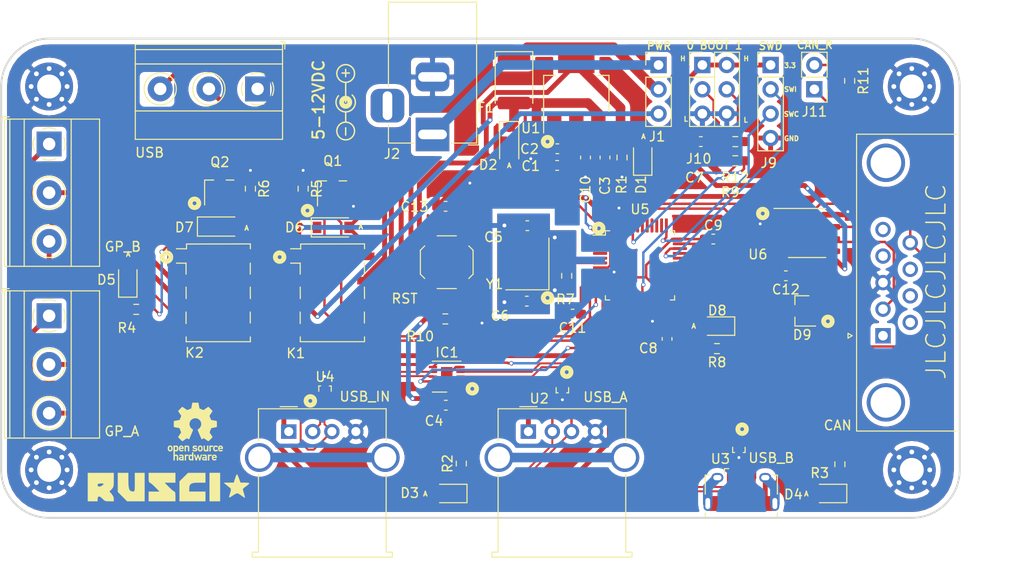
<source format=kicad_pcb>
(kicad_pcb (version 20171130) (host pcbnew 5.1.7)

  (general
    (thickness 1.6)
    (drawings 43)
    (tracks 568)
    (zones 0)
    (modules 67)
    (nets 85)
  )

  (page A4)
  (layers
    (0 F.Cu signal)
    (31 B.Cu signal)
    (32 B.Adhes user)
    (33 F.Adhes user)
    (34 B.Paste user)
    (35 F.Paste user)
    (36 B.SilkS user)
    (37 F.SilkS user)
    (38 B.Mask user)
    (39 F.Mask user)
    (40 Dwgs.User user)
    (41 Cmts.User user)
    (42 Eco1.User user)
    (43 Eco2.User user)
    (44 Edge.Cuts user)
    (45 Margin user)
    (46 B.CrtYd user)
    (47 F.CrtYd user)
    (48 B.Fab user)
    (49 F.Fab user hide)
  )

  (setup
    (last_trace_width 0.127)
    (user_trace_width 0.127)
    (user_trace_width 0.2)
    (user_trace_width 0.254)
    (user_trace_width 0.381)
    (user_trace_width 0.508)
    (user_trace_width 1)
    (user_trace_width 1.27)
    (user_trace_width 2)
    (user_trace_width 2.54)
    (user_trace_width 2.999999)
    (trace_clearance 0.2)
    (zone_clearance 0.508)
    (zone_45_only no)
    (trace_min 0.127)
    (via_size 0.45)
    (via_drill 0.3)
    (via_min_size 0.127)
    (via_min_drill 0.3)
    (user_via 0.635 0.3048)
    (user_via 1.27 0.635)
    (uvia_size 5)
    (uvia_drill 0.1)
    (uvias_allowed no)
    (uvia_min_size 0.2)
    (uvia_min_drill 0.1)
    (edge_width 0.05)
    (segment_width 0.2)
    (pcb_text_width 0.3)
    (pcb_text_size 1.5 1.5)
    (mod_edge_width 0.12)
    (mod_text_size 1 1)
    (mod_text_width 0.15)
    (pad_size 1.524 1.524)
    (pad_drill 0.762)
    (pad_to_mask_clearance 0.05)
    (aux_axis_origin 0 0)
    (grid_origin 100 100)
    (visible_elements FFFFFF7F)
    (pcbplotparams
      (layerselection 0x010fc_ffffffff)
      (usegerberextensions false)
      (usegerberattributes true)
      (usegerberadvancedattributes true)
      (creategerberjobfile true)
      (excludeedgelayer true)
      (linewidth 0.100000)
      (plotframeref false)
      (viasonmask false)
      (mode 1)
      (useauxorigin false)
      (hpglpennumber 1)
      (hpglpenspeed 20)
      (hpglpendiameter 15.000000)
      (psnegative false)
      (psa4output false)
      (plotreference true)
      (plotvalue false)
      (plotinvisibletext false)
      (padsonsilk false)
      (subtractmaskfromsilk false)
      (outputformat 1)
      (mirror false)
      (drillshape 0)
      (scaleselection 1)
      (outputdirectory "."))
  )

  (net 0 "")
  (net 1 +5V)
  (net 2 GND)
  (net 3 +3V3)
  (net 4 "Net-(D3-Pad1)")
  (net 5 /VBUS_A)
  (net 6 /VBUS_B)
  (net 7 "Net-(D4-Pad1)")
  (net 8 "Net-(D5-Pad1)")
  (net 9 "Net-(D6-Pad2)")
  (net 10 /GP_RELAY_LED)
  (net 11 "Net-(F1-Pad1)")
  (net 12 /VBUS_IN)
  (net 13 "Net-(J6-Pad1)")
  (net 14 "Net-(J6-Pad2)")
  (net 15 "Net-(J6-Pad3)")
  (net 16 "Net-(J7-Pad2)")
  (net 17 "Net-(J8-Pad1)")
  (net 18 "Net-(J8-Pad2)")
  (net 19 "Net-(J8-Pad3)")
  (net 20 /HOST_D-)
  (net 21 /HOST_D+)
  (net 22 /1D+)
  (net 23 /1D-)
  (net 24 /2D+)
  (net 25 /2D-)
  (net 26 "Net-(J10-Pad4)")
  (net 27 "Net-(D1-Pad1)")
  (net 28 "Net-(D8-Pad1)")
  (net 29 "Net-(D8-Pad2)")
  (net 30 "Net-(D9-Pad1)")
  (net 31 "Net-(D9-Pad2)")
  (net 32 ^OE)
  (net 33 S)
  (net 34 "Net-(J1-Pad1)")
  (net 35 "Net-(J3-Pad5)")
  (net 36 "Net-(J4-Pad6)")
  (net 37 "Net-(J5-Pad5)")
  (net 38 "Net-(J7-Pad1)")
  (net 39 "Net-(J7-Pad3)")
  (net 40 /uC/SWIO)
  (net 41 /uC/SWCLK)
  (net 42 "Net-(J10-Pad3)")
  (net 43 "Net-(J11-Pad2)")
  (net 44 "Net-(J12-Pad1)")
  (net 45 "Net-(J12-Pad4)")
  (net 46 "Net-(J12-Pad5)")
  (net 47 "Net-(J12-Pad6)")
  (net 48 "Net-(J12-Pad7)")
  (net 49 "Net-(J12-Pad8)")
  (net 50 USB_RELAY)
  (net 51 GP_RELAY)
  (net 52 /uC/NRST)
  (net 53 "Net-(U5-Pad2)")
  (net 54 "Net-(U5-Pad3)")
  (net 55 "Net-(U5-Pad4)")
  (net 56 /uC/X1)
  (net 57 /uC/X2)
  (net 58 "Net-(U5-Pad15)")
  (net 59 "Net-(U5-Pad16)")
  (net 60 "Net-(U5-Pad17)")
  (net 61 "Net-(U5-Pad18)")
  (net 62 /uC/BOOT1)
  (net 63 "Net-(U5-Pad20)")
  (net 64 "Net-(U5-Pad21)")
  (net 65 "Net-(U5-Pad22)")
  (net 66 "Net-(U5-Pad25)")
  (net 67 "Net-(U5-Pad26)")
  (net 68 "Net-(U5-Pad27)")
  (net 69 "Net-(U5-Pad28)")
  (net 70 "Net-(U5-Pad29)")
  (net 71 "Net-(U5-Pad30)")
  (net 72 "Net-(U5-Pad31)")
  (net 73 "Net-(U5-Pad32)")
  (net 74 "Net-(U5-Pad33)")
  (net 75 "Net-(U5-Pad38)")
  (net 76 "Net-(U5-Pad39)")
  (net 77 "Net-(U5-Pad40)")
  (net 78 "Net-(U5-Pad41)")
  (net 79 "Net-(U5-Pad42)")
  (net 80 "Net-(U5-Pad43)")
  (net 81 /uC/BOOT0)
  (net 82 /uC/CAN_RX)
  (net 83 /uC/CAN_TX)
  (net 84 "Net-(C6-Pad1)")

  (net_class Default "This is the default net class."
    (clearance 0.2)
    (trace_width 0.127)
    (via_dia 0.45)
    (via_drill 0.3)
    (uvia_dia 5)
    (uvia_drill 0.1)
    (diff_pair_width 0.25)
    (diff_pair_gap 0.25)
    (add_net +3V3)
    (add_net +5V)
    (add_net /1D+)
    (add_net /1D-)
    (add_net /2D+)
    (add_net /2D-)
    (add_net /GP_RELAY_LED)
    (add_net /HOST_D+)
    (add_net /HOST_D-)
    (add_net /VBUS_A)
    (add_net /VBUS_B)
    (add_net /VBUS_IN)
    (add_net /uC/BOOT0)
    (add_net /uC/BOOT1)
    (add_net /uC/CAN_RX)
    (add_net /uC/CAN_TX)
    (add_net /uC/NRST)
    (add_net /uC/SWCLK)
    (add_net /uC/SWIO)
    (add_net /uC/X1)
    (add_net /uC/X2)
    (add_net GND)
    (add_net GP_RELAY)
    (add_net "Net-(C6-Pad1)")
    (add_net "Net-(D1-Pad1)")
    (add_net "Net-(D3-Pad1)")
    (add_net "Net-(D4-Pad1)")
    (add_net "Net-(D5-Pad1)")
    (add_net "Net-(D6-Pad2)")
    (add_net "Net-(D8-Pad1)")
    (add_net "Net-(D8-Pad2)")
    (add_net "Net-(D9-Pad1)")
    (add_net "Net-(D9-Pad2)")
    (add_net "Net-(F1-Pad1)")
    (add_net "Net-(J1-Pad1)")
    (add_net "Net-(J10-Pad3)")
    (add_net "Net-(J10-Pad4)")
    (add_net "Net-(J11-Pad2)")
    (add_net "Net-(J12-Pad1)")
    (add_net "Net-(J12-Pad4)")
    (add_net "Net-(J12-Pad5)")
    (add_net "Net-(J12-Pad6)")
    (add_net "Net-(J12-Pad7)")
    (add_net "Net-(J12-Pad8)")
    (add_net "Net-(J3-Pad5)")
    (add_net "Net-(J4-Pad6)")
    (add_net "Net-(J5-Pad5)")
    (add_net "Net-(J6-Pad1)")
    (add_net "Net-(J6-Pad2)")
    (add_net "Net-(J6-Pad3)")
    (add_net "Net-(J7-Pad1)")
    (add_net "Net-(J7-Pad2)")
    (add_net "Net-(J7-Pad3)")
    (add_net "Net-(J8-Pad1)")
    (add_net "Net-(J8-Pad2)")
    (add_net "Net-(J8-Pad3)")
    (add_net "Net-(U5-Pad15)")
    (add_net "Net-(U5-Pad16)")
    (add_net "Net-(U5-Pad17)")
    (add_net "Net-(U5-Pad18)")
    (add_net "Net-(U5-Pad2)")
    (add_net "Net-(U5-Pad20)")
    (add_net "Net-(U5-Pad21)")
    (add_net "Net-(U5-Pad22)")
    (add_net "Net-(U5-Pad25)")
    (add_net "Net-(U5-Pad26)")
    (add_net "Net-(U5-Pad27)")
    (add_net "Net-(U5-Pad28)")
    (add_net "Net-(U5-Pad29)")
    (add_net "Net-(U5-Pad3)")
    (add_net "Net-(U5-Pad30)")
    (add_net "Net-(U5-Pad31)")
    (add_net "Net-(U5-Pad32)")
    (add_net "Net-(U5-Pad33)")
    (add_net "Net-(U5-Pad38)")
    (add_net "Net-(U5-Pad39)")
    (add_net "Net-(U5-Pad4)")
    (add_net "Net-(U5-Pad40)")
    (add_net "Net-(U5-Pad41)")
    (add_net "Net-(U5-Pad42)")
    (add_net "Net-(U5-Pad43)")
    (add_net S)
    (add_net USB_RELAY)
    (add_net ^OE)
  )

  (module Symbol:Symbol_Barrel_Polarity (layer F.Cu) (tedit 5765E9A7) (tstamp 5F84BC53)
    (at 135.8648 56.6422 90)
    (descr "Barrel connector polarity indicator")
    (tags "barrel polarity")
    (attr virtual)
    (fp_text reference REF** (at 0 -2 90) (layer F.SilkS) hide
      (effects (font (size 1 1) (thickness 0.15)))
    )
    (fp_text value Symbol_Barrel_Polarity (at 0 2 90) (layer F.Fab) hide
      (effects (font (size 1 1) (thickness 0.15)))
    )
    (fp_arc (start 0 0.075) (end 0.75 0.75) (angle 270) (layer F.SilkS) (width 0.15))
    (fp_line (start 0 0.075) (end 2 0.075) (layer F.SilkS) (width 0.15))
    (fp_line (start -2 0.075) (end -1.1 0.075) (layer F.SilkS) (width 0.15))
    (fp_circle (center -3 0.075) (end -3 1) (layer F.SilkS) (width 0.15))
    (fp_circle (center 3 0.075) (end 3 1) (layer F.SilkS) (width 0.15))
    (fp_circle (center 0 0.075) (end 0 0.25) (layer F.SilkS) (width 0.5))
  )

  (module Logo:rusci_logo (layer F.Cu) (tedit 0) (tstamp 5F84DAF7)
    (at 117.5 96.75)
    (fp_text reference G*** (at 0 0) (layer F.SilkS) hide
      (effects (font (size 1.524 1.524) (thickness 0.3)))
    )
    (fp_text value LOGO (at 0.75 0) (layer F.SilkS) hide
      (effects (font (size 1.524 1.524) (thickness 0.3)))
    )
    (fp_poly (pts (xy 7.172933 -1.180464) (xy 7.262609 -0.967278) (xy 7.316675 -0.8255) (xy 7.464672 -0.423333)
      (xy 7.923336 -0.423333) (xy 8.176183 -0.411132) (xy 8.342769 -0.3797) (xy 8.382 -0.350182)
      (xy 8.318127 -0.263289) (xy 8.155614 -0.124301) (xy 8.043334 -0.042333) (xy 7.846317 0.105415)
      (xy 7.724195 0.218594) (xy 7.704667 0.252058) (xy 7.727281 0.36148) (xy 7.785016 0.574908)
      (xy 7.828562 0.723426) (xy 7.894639 0.962083) (xy 7.928212 1.122501) (xy 7.927755 1.159801)
      (xy 7.852682 1.127962) (xy 7.688443 1.019376) (xy 7.571026 0.933274) (xy 7.354811 0.785415)
      (xy 7.181006 0.69389) (xy 7.127255 0.679689) (xy 6.998477 0.723608) (xy 6.789366 0.838745)
      (xy 6.640422 0.935401) (xy 6.434797 1.065828) (xy 6.298946 1.130809) (xy 6.26625 1.125901)
      (xy 6.289648 1.011671) (xy 6.348356 0.794823) (xy 6.392161 0.646329) (xy 6.46143 0.399683)
      (xy 6.472102 0.257149) (xy 6.417635 0.161704) (xy 6.327745 0.084858) (xy 6.118056 -0.083738)
      (xy 5.926667 -0.241153) (xy 5.715 -0.4177) (xy 6.23984 -0.420517) (xy 6.764681 -0.423334)
      (xy 6.911822 -0.890119) (xy 6.998443 -1.128191) (xy 7.073712 -1.271666) (xy 7.113821 -1.292286)
      (xy 7.172933 -1.180464)) (layer F.SilkS) (width 0.01))
    (fp_poly (pts (xy 5.334 1.524) (xy 4.233334 1.524) (xy 4.233334 -1.439333) (xy 5.334 -1.439333)
      (xy 5.334 1.524)) (layer F.SilkS) (width 0.01))
    (fp_poly (pts (xy 3.81 -0.423333) (xy 3.103456 -0.423333) (xy 2.674405 -0.406941) (xy 2.386859 -0.347036)
      (xy 2.215224 -0.227523) (xy 2.133906 -0.032309) (xy 2.116667 0.197167) (xy 2.116667 0.508)
      (xy 3.81 0.508) (xy 3.81 1.524) (xy 1.100667 1.524) (xy 1.100667 -0.556118)
      (xy 1.547829 -0.997726) (xy 1.994992 -1.439333) (xy 3.81 -1.439333) (xy 3.81 -0.423333)) (layer F.SilkS) (width 0.01))
    (fp_poly (pts (xy 0.677334 -0.423333) (xy -0.459882 -0.423333) (xy 0 0.042333) (xy 0.232688 0.26452)
      (xy 0.430285 0.429072) (xy 0.555965 0.50583) (xy 0.568608 0.508) (xy 0.635599 0.571909)
      (xy 0.670324 0.774664) (xy 0.677334 1.016) (xy 0.677334 1.524) (xy -2.116666 1.524)
      (xy -2.116666 0.508) (xy -0.979451 0.508) (xy -1.439333 0.042333) (xy -1.672021 -0.179854)
      (xy -1.869618 -0.344406) (xy -1.995298 -0.421163) (xy -2.007941 -0.423333) (xy -2.074932 -0.487243)
      (xy -2.109657 -0.689998) (xy -2.116666 -0.931333) (xy -2.116666 -1.439333) (xy 0.677334 -1.439333)
      (xy 0.677334 -0.423333)) (layer F.SilkS) (width 0.01))
    (fp_poly (pts (xy -4.233333 -0.605789) (xy -4.220071 -0.140864) (xy -4.173393 0.17964) (xy -4.082961 0.379056)
      (xy -3.938437 0.480716) (xy -3.739833 0.508) (xy -3.66097 0.50034) (xy -3.608643 0.458172)
      (xy -3.577419 0.352718) (xy -3.561864 0.155197) (xy -3.556544 -0.163171) (xy -3.556 -0.465667)
      (xy -3.556 -1.439333) (xy -2.54 -1.439333) (xy -2.54 1.524) (xy -4.365634 1.524)
      (xy -4.849817 1.034711) (xy -5.334 0.545423) (xy -5.334 -1.439333) (xy -4.233333 -1.439333)
      (xy -4.233333 -0.605789)) (layer F.SilkS) (width 0.01))
    (fp_poly (pts (xy -5.757333 -0.703133) (xy -5.761335 -0.340645) (xy -5.78038 -0.102228) (xy -5.825032 0.05732)
      (xy -5.905853 0.183204) (xy -5.98484 0.270534) (xy -6.212347 0.508) (xy -5.98484 0.745466)
      (xy -5.793812 1.043942) (xy -5.757333 1.253466) (xy -5.757333 1.524) (xy -6.228466 1.524)
      (xy -6.514438 1.513208) (xy -6.695997 1.464917) (xy -6.837513 1.355253) (xy -6.913326 1.27)
      (xy -7.124527 1.074264) (xy -7.299171 1.014876) (xy -7.415017 1.091837) (xy -7.450666 1.27)
      (xy -7.450666 1.524) (xy -8.466666 1.524) (xy -8.466666 -0.169333) (xy -7.450666 -0.169333)
      (xy -7.397532 -0.033591) (xy -7.252122 0) (xy -7.044859 -0.060874) (xy -6.900333 -0.169333)
      (xy -6.812964 -0.276075) (xy -6.828282 -0.324708) (xy -6.97307 -0.338072) (xy -7.098878 -0.338667)
      (xy -7.325649 -0.325568) (xy -7.428195 -0.272144) (xy -7.450666 -0.169333) (xy -8.466666 -0.169333)
      (xy -8.466666 -1.439333) (xy -5.757333 -1.439333) (xy -5.757333 -0.703133)) (layer F.SilkS) (width 0.01))
  )

  (module LED_SMD:LED_0805_2012Metric_Pad1.15x1.40mm_HandSolder (layer F.Cu) (tedit 5F68FEF1) (tstamp 5F8092E6)
    (at 166.929 62.399 90)
    (descr "LED SMD 0805 (2012 Metric), square (rectangular) end terminal, IPC_7351 nominal, (Body size source: https://docs.google.com/spreadsheets/d/1BsfQQcO9C6DZCsRaXUlFlo91Tg2WpOkGARC1WS5S8t0/edit?usp=sharing), generated with kicad-footprint-generator")
    (tags "LED handsolder")
    (path /5F87378D)
    (attr smd)
    (fp_text reference D1 (at -2.8538 -0.1778 90) (layer F.SilkS)
      (effects (font (size 1 1) (thickness 0.15)))
    )
    (fp_text value LED_PWR (at 0 1.65 90) (layer F.Fab)
      (effects (font (size 1 1) (thickness 0.15)))
    )
    (fp_line (start 1.85 0.95) (end -1.85 0.95) (layer F.CrtYd) (width 0.05))
    (fp_line (start 1.85 -0.95) (end 1.85 0.95) (layer F.CrtYd) (width 0.05))
    (fp_line (start -1.85 -0.95) (end 1.85 -0.95) (layer F.CrtYd) (width 0.05))
    (fp_line (start -1.85 0.95) (end -1.85 -0.95) (layer F.CrtYd) (width 0.05))
    (fp_line (start -1.86 0.96) (end 1 0.96) (layer F.SilkS) (width 0.12))
    (fp_line (start -1.86 -0.96) (end -1.86 0.96) (layer F.SilkS) (width 0.12))
    (fp_line (start 1 -0.96) (end -1.86 -0.96) (layer F.SilkS) (width 0.12))
    (fp_line (start 1 0.6) (end 1 -0.6) (layer F.Fab) (width 0.1))
    (fp_line (start -1 0.6) (end 1 0.6) (layer F.Fab) (width 0.1))
    (fp_line (start -1 -0.3) (end -1 0.6) (layer F.Fab) (width 0.1))
    (fp_line (start -0.7 -0.6) (end -1 -0.3) (layer F.Fab) (width 0.1))
    (fp_line (start 1 -0.6) (end -0.7 -0.6) (layer F.Fab) (width 0.1))
    (fp_text user %R (at 0 0 90) (layer F.Fab)
      (effects (font (size 0.5 0.5) (thickness 0.08)))
    )
    (pad 2 smd roundrect (at 1.025 0 90) (size 1.15 1.4) (layers F.Cu F.Paste F.Mask) (roundrect_rratio 0.217391)
      (net 3 +3V3))
    (pad 1 smd roundrect (at -1.025 0 90) (size 1.15 1.4) (layers F.Cu F.Paste F.Mask) (roundrect_rratio 0.217391)
      (net 27 "Net-(D1-Pad1)"))
    (model ${KISYS3DMOD}/LED_SMD.3dshapes/LED_0805_2012Metric.wrl
      (at (xyz 0 0 0))
      (scale (xyz 1 1 1))
      (rotate (xyz 0 0 0))
    )
  )

  (module Diode_SMD:D_SOD-123 (layer F.Cu) (tedit 58645DC7) (tstamp 5F7FD5C5)
    (at 153 60.9 270)
    (descr SOD-123)
    (tags SOD-123)
    (path /5F7061EC)
    (attr smd)
    (fp_text reference D2 (at 2.27 2.2 180) (layer F.SilkS)
      (effects (font (size 1 1) (thickness 0.15)))
    )
    (fp_text value "5.6V 1A" (at 0 2.1 90) (layer F.Fab)
      (effects (font (size 1 1) (thickness 0.15)))
    )
    (fp_line (start -2.25 -1) (end 1.65 -1) (layer F.SilkS) (width 0.12))
    (fp_line (start -2.25 1) (end 1.65 1) (layer F.SilkS) (width 0.12))
    (fp_line (start -2.35 -1.15) (end -2.35 1.15) (layer F.CrtYd) (width 0.05))
    (fp_line (start 2.35 1.15) (end -2.35 1.15) (layer F.CrtYd) (width 0.05))
    (fp_line (start 2.35 -1.15) (end 2.35 1.15) (layer F.CrtYd) (width 0.05))
    (fp_line (start -2.35 -1.15) (end 2.35 -1.15) (layer F.CrtYd) (width 0.05))
    (fp_line (start -1.4 -0.9) (end 1.4 -0.9) (layer F.Fab) (width 0.1))
    (fp_line (start 1.4 -0.9) (end 1.4 0.9) (layer F.Fab) (width 0.1))
    (fp_line (start 1.4 0.9) (end -1.4 0.9) (layer F.Fab) (width 0.1))
    (fp_line (start -1.4 0.9) (end -1.4 -0.9) (layer F.Fab) (width 0.1))
    (fp_line (start -0.75 0) (end -0.35 0) (layer F.Fab) (width 0.1))
    (fp_line (start -0.35 0) (end -0.35 -0.55) (layer F.Fab) (width 0.1))
    (fp_line (start -0.35 0) (end -0.35 0.55) (layer F.Fab) (width 0.1))
    (fp_line (start -0.35 0) (end 0.25 -0.4) (layer F.Fab) (width 0.1))
    (fp_line (start 0.25 -0.4) (end 0.25 0.4) (layer F.Fab) (width 0.1))
    (fp_line (start 0.25 0.4) (end -0.35 0) (layer F.Fab) (width 0.1))
    (fp_line (start 0.25 0) (end 0.75 0) (layer F.Fab) (width 0.1))
    (fp_line (start -2.25 -1) (end -2.25 1) (layer F.SilkS) (width 0.12))
    (fp_text user %R (at 0 -2 90) (layer F.Fab)
      (effects (font (size 1 1) (thickness 0.15)))
    )
    (pad 2 smd rect (at 1.65 0 270) (size 0.9 1.2) (layers F.Cu F.Paste F.Mask)
      (net 2 GND))
    (pad 1 smd rect (at -1.65 0 270) (size 0.9 1.2) (layers F.Cu F.Paste F.Mask)
      (net 1 +5V))
    (model ${KISYS3DMOD}/Diode_SMD.3dshapes/D_SOD-123.wrl
      (at (xyz 0 0 0))
      (scale (xyz 1 1 1))
      (rotate (xyz 0 0 0))
    )
  )

  (module LED_SMD:LED_0805_2012Metric_Pad1.15x1.40mm_HandSolder (layer F.Cu) (tedit 5F68FEF1) (tstamp 5F7FD5D8)
    (at 146.736 97.46 180)
    (descr "LED SMD 0805 (2012 Metric), square (rectangular) end terminal, IPC_7351 nominal, (Body size source: https://docs.google.com/spreadsheets/d/1BsfQQcO9C6DZCsRaXUlFlo91Tg2WpOkGARC1WS5S8t0/edit?usp=sharing), generated with kicad-footprint-generator")
    (tags "LED handsolder")
    (path /5F89F557)
    (attr smd)
    (fp_text reference D3 (at 4.1148 0.0508) (layer F.SilkS)
      (effects (font (size 1 1) (thickness 0.15)))
    )
    (fp_text value LED_UA (at 0 1.65) (layer F.Fab)
      (effects (font (size 1 1) (thickness 0.15)))
    )
    (fp_line (start 1.85 0.95) (end -1.85 0.95) (layer F.CrtYd) (width 0.05))
    (fp_line (start 1.85 -0.95) (end 1.85 0.95) (layer F.CrtYd) (width 0.05))
    (fp_line (start -1.85 -0.95) (end 1.85 -0.95) (layer F.CrtYd) (width 0.05))
    (fp_line (start -1.85 0.95) (end -1.85 -0.95) (layer F.CrtYd) (width 0.05))
    (fp_line (start -1.86 0.96) (end 1 0.96) (layer F.SilkS) (width 0.12))
    (fp_line (start -1.86 -0.96) (end -1.86 0.96) (layer F.SilkS) (width 0.12))
    (fp_line (start 1 -0.96) (end -1.86 -0.96) (layer F.SilkS) (width 0.12))
    (fp_line (start 1 0.6) (end 1 -0.6) (layer F.Fab) (width 0.1))
    (fp_line (start -1 0.6) (end 1 0.6) (layer F.Fab) (width 0.1))
    (fp_line (start -1 -0.3) (end -1 0.6) (layer F.Fab) (width 0.1))
    (fp_line (start -0.7 -0.6) (end -1 -0.3) (layer F.Fab) (width 0.1))
    (fp_line (start 1 -0.6) (end -0.7 -0.6) (layer F.Fab) (width 0.1))
    (fp_text user %R (at 0 0) (layer F.Fab)
      (effects (font (size 0.5 0.5) (thickness 0.08)))
    )
    (pad 2 smd roundrect (at 1.025 0 180) (size 1.15 1.4) (layers F.Cu F.Paste F.Mask) (roundrect_rratio 0.217391)
      (net 5 /VBUS_A))
    (pad 1 smd roundrect (at -1.025 0 180) (size 1.15 1.4) (layers F.Cu F.Paste F.Mask) (roundrect_rratio 0.217391)
      (net 4 "Net-(D3-Pad1)"))
    (model ${KISYS3DMOD}/LED_SMD.3dshapes/LED_0805_2012Metric.wrl
      (at (xyz 0 0 0))
      (scale (xyz 1 1 1))
      (rotate (xyz 0 0 0))
    )
  )

  (module LED_SMD:LED_0805_2012Metric_Pad1.15x1.40mm_HandSolder (layer F.Cu) (tedit 5F68FEF1) (tstamp 5F7FD5EB)
    (at 186.36 97.46 180)
    (descr "LED SMD 0805 (2012 Metric), square (rectangular) end terminal, IPC_7351 nominal, (Body size source: https://docs.google.com/spreadsheets/d/1BsfQQcO9C6DZCsRaXUlFlo91Tg2WpOkGARC1WS5S8t0/edit?usp=sharing), generated with kicad-footprint-generator")
    (tags "LED handsolder")
    (path /5F8A95D8)
    (attr smd)
    (fp_text reference D4 (at 3.7084 -0.1016) (layer F.SilkS)
      (effects (font (size 1 1) (thickness 0.15)))
    )
    (fp_text value LED_UB (at 0 1.65) (layer F.Fab)
      (effects (font (size 1 1) (thickness 0.15)))
    )
    (fp_line (start 1.85 0.95) (end -1.85 0.95) (layer F.CrtYd) (width 0.05))
    (fp_line (start 1.85 -0.95) (end 1.85 0.95) (layer F.CrtYd) (width 0.05))
    (fp_line (start -1.85 -0.95) (end 1.85 -0.95) (layer F.CrtYd) (width 0.05))
    (fp_line (start -1.85 0.95) (end -1.85 -0.95) (layer F.CrtYd) (width 0.05))
    (fp_line (start -1.86 0.96) (end 1 0.96) (layer F.SilkS) (width 0.12))
    (fp_line (start -1.86 -0.96) (end -1.86 0.96) (layer F.SilkS) (width 0.12))
    (fp_line (start 1 -0.96) (end -1.86 -0.96) (layer F.SilkS) (width 0.12))
    (fp_line (start 1 0.6) (end 1 -0.6) (layer F.Fab) (width 0.1))
    (fp_line (start -1 0.6) (end 1 0.6) (layer F.Fab) (width 0.1))
    (fp_line (start -1 -0.3) (end -1 0.6) (layer F.Fab) (width 0.1))
    (fp_line (start -0.7 -0.6) (end -1 -0.3) (layer F.Fab) (width 0.1))
    (fp_line (start 1 -0.6) (end -0.7 -0.6) (layer F.Fab) (width 0.1))
    (fp_text user %R (at 0 1) (layer F.Fab)
      (effects (font (size 0.5 0.5) (thickness 0.08)))
    )
    (pad 2 smd roundrect (at 1.025 0 180) (size 1.15 1.4) (layers F.Cu F.Paste F.Mask) (roundrect_rratio 0.217391)
      (net 6 /VBUS_B))
    (pad 1 smd roundrect (at -1.025 0 180) (size 1.15 1.4) (layers F.Cu F.Paste F.Mask) (roundrect_rratio 0.217391)
      (net 7 "Net-(D4-Pad1)"))
    (model ${KISYS3DMOD}/LED_SMD.3dshapes/LED_0805_2012Metric.wrl
      (at (xyz 0 0 0))
      (scale (xyz 1 1 1))
      (rotate (xyz 0 0 0))
    )
  )

  (module LED_SMD:LED_0805_2012Metric_Pad1.15x1.40mm_HandSolder (layer F.Cu) (tedit 5F68FEF1) (tstamp 5F7FD5FE)
    (at 113.208 75.117 90)
    (descr "LED SMD 0805 (2012 Metric), square (rectangular) end terminal, IPC_7351 nominal, (Body size source: https://docs.google.com/spreadsheets/d/1BsfQQcO9C6DZCsRaXUlFlo91Tg2WpOkGARC1WS5S8t0/edit?usp=sharing), generated with kicad-footprint-generator")
    (tags "LED handsolder")
    (path /5F8D89D9)
    (attr smd)
    (fp_text reference D5 (at -0.0418 -2.2352 180) (layer F.SilkS)
      (effects (font (size 1 1) (thickness 0.15)))
    )
    (fp_text value LED_GP (at 0 1.65 90) (layer F.Fab)
      (effects (font (size 1 1) (thickness 0.15)))
    )
    (fp_line (start 1.85 0.95) (end -1.85 0.95) (layer F.CrtYd) (width 0.05))
    (fp_line (start 1.85 -0.95) (end 1.85 0.95) (layer F.CrtYd) (width 0.05))
    (fp_line (start -1.85 -0.95) (end 1.85 -0.95) (layer F.CrtYd) (width 0.05))
    (fp_line (start -1.85 0.95) (end -1.85 -0.95) (layer F.CrtYd) (width 0.05))
    (fp_line (start -1.86 0.96) (end 1 0.96) (layer F.SilkS) (width 0.12))
    (fp_line (start -1.86 -0.96) (end -1.86 0.96) (layer F.SilkS) (width 0.12))
    (fp_line (start 1 -0.96) (end -1.86 -0.96) (layer F.SilkS) (width 0.12))
    (fp_line (start 1 0.6) (end 1 -0.6) (layer F.Fab) (width 0.1))
    (fp_line (start -1 0.6) (end 1 0.6) (layer F.Fab) (width 0.1))
    (fp_line (start -1 -0.3) (end -1 0.6) (layer F.Fab) (width 0.1))
    (fp_line (start -0.7 -0.6) (end -1 -0.3) (layer F.Fab) (width 0.1))
    (fp_line (start 1 -0.6) (end -0.7 -0.6) (layer F.Fab) (width 0.1))
    (fp_text user %R (at 0 0 90) (layer F.Fab)
      (effects (font (size 0.5 0.5) (thickness 0.08)))
    )
    (pad 2 smd roundrect (at 1.025 0 90) (size 1.15 1.4) (layers F.Cu F.Paste F.Mask) (roundrect_rratio 0.217391)
      (net 1 +5V))
    (pad 1 smd roundrect (at -1.025 0 90) (size 1.15 1.4) (layers F.Cu F.Paste F.Mask) (roundrect_rratio 0.217391)
      (net 8 "Net-(D5-Pad1)"))
    (model ${KISYS3DMOD}/LED_SMD.3dshapes/LED_0805_2012Metric.wrl
      (at (xyz 0 0 0))
      (scale (xyz 1 1 1))
      (rotate (xyz 0 0 0))
    )
  )

  (module Diode_SMD:D_SOD-123 (layer F.Cu) (tedit 58645DC7) (tstamp 5F7FD617)
    (at 134.6 69.7)
    (descr SOD-123)
    (tags SOD-123)
    (path /5F78FA60)
    (attr smd)
    (fp_text reference D6 (at -4.0184 -0.0022) (layer F.SilkS)
      (effects (font (size 1 1) (thickness 0.15)))
    )
    (fp_text value 1N4148W (at 0 2.1) (layer F.Fab)
      (effects (font (size 1 1) (thickness 0.15)))
    )
    (fp_line (start -2.25 -1) (end 1.65 -1) (layer F.SilkS) (width 0.12))
    (fp_line (start -2.25 1) (end 1.65 1) (layer F.SilkS) (width 0.12))
    (fp_line (start -2.35 -1.15) (end -2.35 1.15) (layer F.CrtYd) (width 0.05))
    (fp_line (start 2.35 1.15) (end -2.35 1.15) (layer F.CrtYd) (width 0.05))
    (fp_line (start 2.35 -1.15) (end 2.35 1.15) (layer F.CrtYd) (width 0.05))
    (fp_line (start -2.35 -1.15) (end 2.35 -1.15) (layer F.CrtYd) (width 0.05))
    (fp_line (start -1.4 -0.9) (end 1.4 -0.9) (layer F.Fab) (width 0.1))
    (fp_line (start 1.4 -0.9) (end 1.4 0.9) (layer F.Fab) (width 0.1))
    (fp_line (start 1.4 0.9) (end -1.4 0.9) (layer F.Fab) (width 0.1))
    (fp_line (start -1.4 0.9) (end -1.4 -0.9) (layer F.Fab) (width 0.1))
    (fp_line (start -0.75 0) (end -0.35 0) (layer F.Fab) (width 0.1))
    (fp_line (start -0.35 0) (end -0.35 -0.55) (layer F.Fab) (width 0.1))
    (fp_line (start -0.35 0) (end -0.35 0.55) (layer F.Fab) (width 0.1))
    (fp_line (start -0.35 0) (end 0.25 -0.4) (layer F.Fab) (width 0.1))
    (fp_line (start 0.25 -0.4) (end 0.25 0.4) (layer F.Fab) (width 0.1))
    (fp_line (start 0.25 0.4) (end -0.35 0) (layer F.Fab) (width 0.1))
    (fp_line (start 0.25 0) (end 0.75 0) (layer F.Fab) (width 0.1))
    (fp_line (start -2.25 -1) (end -2.25 1) (layer F.SilkS) (width 0.12))
    (fp_text user %R (at 0 -2) (layer F.Fab)
      (effects (font (size 1 1) (thickness 0.15)))
    )
    (pad 2 smd rect (at 1.65 0) (size 0.9 1.2) (layers F.Cu F.Paste F.Mask)
      (net 9 "Net-(D6-Pad2)"))
    (pad 1 smd rect (at -1.65 0) (size 0.9 1.2) (layers F.Cu F.Paste F.Mask)
      (net 1 +5V))
    (model ${KISYS3DMOD}/Diode_SMD.3dshapes/D_SOD-123.wrl
      (at (xyz 0 0 0))
      (scale (xyz 1 1 1))
      (rotate (xyz 0 0 0))
    )
  )

  (module Diode_SMD:D_SOD-123 (layer F.Cu) (tedit 58645DC7) (tstamp 5F7FD630)
    (at 122.722 69.61)
    (descr SOD-123)
    (tags SOD-123)
    (path /5F81F85C)
    (attr smd)
    (fp_text reference D7 (at -3.6212 0.0878) (layer F.SilkS)
      (effects (font (size 1 1) (thickness 0.15)))
    )
    (fp_text value 1N4148W (at 0 2.1) (layer F.Fab)
      (effects (font (size 1 1) (thickness 0.15)))
    )
    (fp_line (start -2.25 -1) (end 1.65 -1) (layer F.SilkS) (width 0.12))
    (fp_line (start -2.25 1) (end 1.65 1) (layer F.SilkS) (width 0.12))
    (fp_line (start -2.35 -1.15) (end -2.35 1.15) (layer F.CrtYd) (width 0.05))
    (fp_line (start 2.35 1.15) (end -2.35 1.15) (layer F.CrtYd) (width 0.05))
    (fp_line (start 2.35 -1.15) (end 2.35 1.15) (layer F.CrtYd) (width 0.05))
    (fp_line (start -2.35 -1.15) (end 2.35 -1.15) (layer F.CrtYd) (width 0.05))
    (fp_line (start -1.4 -0.9) (end 1.4 -0.9) (layer F.Fab) (width 0.1))
    (fp_line (start 1.4 -0.9) (end 1.4 0.9) (layer F.Fab) (width 0.1))
    (fp_line (start 1.4 0.9) (end -1.4 0.9) (layer F.Fab) (width 0.1))
    (fp_line (start -1.4 0.9) (end -1.4 -0.9) (layer F.Fab) (width 0.1))
    (fp_line (start -0.75 0) (end -0.35 0) (layer F.Fab) (width 0.1))
    (fp_line (start -0.35 0) (end -0.35 -0.55) (layer F.Fab) (width 0.1))
    (fp_line (start -0.35 0) (end -0.35 0.55) (layer F.Fab) (width 0.1))
    (fp_line (start -0.35 0) (end 0.25 -0.4) (layer F.Fab) (width 0.1))
    (fp_line (start 0.25 -0.4) (end 0.25 0.4) (layer F.Fab) (width 0.1))
    (fp_line (start 0.25 0.4) (end -0.35 0) (layer F.Fab) (width 0.1))
    (fp_line (start 0.25 0) (end 0.75 0) (layer F.Fab) (width 0.1))
    (fp_line (start -2.25 -1) (end -2.25 1) (layer F.SilkS) (width 0.12))
    (fp_text user %R (at 0 -2) (layer F.Fab)
      (effects (font (size 1 1) (thickness 0.15)))
    )
    (pad 2 smd rect (at 1.65 0) (size 0.9 1.2) (layers F.Cu F.Paste F.Mask)
      (net 10 /GP_RELAY_LED))
    (pad 1 smd rect (at -1.65 0) (size 0.9 1.2) (layers F.Cu F.Paste F.Mask)
      (net 1 +5V))
    (model ${KISYS3DMOD}/Diode_SMD.3dshapes/D_SOD-123.wrl
      (at (xyz 0 0 0))
      (scale (xyz 1 1 1))
      (rotate (xyz 0 0 0))
    )
  )

  (module LED_SMD:LED_0805_2012Metric_Pad1.15x1.40mm_HandSolder (layer F.Cu) (tedit 5F68FEF1) (tstamp 5F8118C0)
    (at 174.667 79.9975 180)
    (descr "LED SMD 0805 (2012 Metric), square (rectangular) end terminal, IPC_7351 nominal, (Body size source: https://docs.google.com/spreadsheets/d/1BsfQQcO9C6DZCsRaXUlFlo91Tg2WpOkGARC1WS5S8t0/edit?usp=sharing), generated with kicad-footprint-generator")
    (tags "LED handsolder")
    (path /5FCC1275/5FE96F7F)
    (attr smd)
    (fp_text reference D8 (at -0.0344 1.6256) (layer F.SilkS)
      (effects (font (size 1 1) (thickness 0.15)))
    )
    (fp_text value LED (at 0 1.65) (layer F.Fab)
      (effects (font (size 1 1) (thickness 0.15)))
    )
    (fp_line (start 1.85 0.95) (end -1.85 0.95) (layer F.CrtYd) (width 0.05))
    (fp_line (start 1.85 -0.95) (end 1.85 0.95) (layer F.CrtYd) (width 0.05))
    (fp_line (start -1.85 -0.95) (end 1.85 -0.95) (layer F.CrtYd) (width 0.05))
    (fp_line (start -1.85 0.95) (end -1.85 -0.95) (layer F.CrtYd) (width 0.05))
    (fp_line (start -1.86 0.96) (end 1 0.96) (layer F.SilkS) (width 0.12))
    (fp_line (start -1.86 -0.96) (end -1.86 0.96) (layer F.SilkS) (width 0.12))
    (fp_line (start 1 -0.96) (end -1.86 -0.96) (layer F.SilkS) (width 0.12))
    (fp_line (start 1 0.6) (end 1 -0.6) (layer F.Fab) (width 0.1))
    (fp_line (start -1 0.6) (end 1 0.6) (layer F.Fab) (width 0.1))
    (fp_line (start -1 -0.3) (end -1 0.6) (layer F.Fab) (width 0.1))
    (fp_line (start -0.7 -0.6) (end -1 -0.3) (layer F.Fab) (width 0.1))
    (fp_line (start 1 -0.6) (end -0.7 -0.6) (layer F.Fab) (width 0.1))
    (fp_text user %R (at 0 0) (layer F.Fab)
      (effects (font (size 0.5 0.5) (thickness 0.08)))
    )
    (pad 2 smd roundrect (at 1.025 0 180) (size 1.15 1.4) (layers F.Cu F.Paste F.Mask) (roundrect_rratio 0.217391)
      (net 29 "Net-(D8-Pad2)"))
    (pad 1 smd roundrect (at -1.025 0 180) (size 1.15 1.4) (layers F.Cu F.Paste F.Mask) (roundrect_rratio 0.217391)
      (net 28 "Net-(D8-Pad1)"))
    (model ${KISYS3DMOD}/LED_SMD.3dshapes/LED_0805_2012Metric.wrl
      (at (xyz 0 0 0))
      (scale (xyz 1 1 1))
      (rotate (xyz 0 0 0))
    )
  )

  (module Package_TO_SOT_SMD:SOT-23 (layer F.Cu) (tedit 5A02FF57) (tstamp 5F7FD658)
    (at 183.566 78.41 180)
    (descr "SOT-23, Standard")
    (tags SOT-23)
    (path /5FCC1275/5F7DECD3)
    (attr smd)
    (fp_text reference D9 (at 0 -2.5) (layer F.SilkS)
      (effects (font (size 1 1) (thickness 0.15)))
    )
    (fp_text value SZNUP2105L (at 0 2.5) (layer F.Fab)
      (effects (font (size 1 1) (thickness 0.15)))
    )
    (fp_line (start 0.76 1.58) (end -0.7 1.58) (layer F.SilkS) (width 0.12))
    (fp_line (start 0.76 -1.58) (end -1.4 -1.58) (layer F.SilkS) (width 0.12))
    (fp_line (start -1.7 1.75) (end -1.7 -1.75) (layer F.CrtYd) (width 0.05))
    (fp_line (start 1.7 1.75) (end -1.7 1.75) (layer F.CrtYd) (width 0.05))
    (fp_line (start 1.7 -1.75) (end 1.7 1.75) (layer F.CrtYd) (width 0.05))
    (fp_line (start -1.7 -1.75) (end 1.7 -1.75) (layer F.CrtYd) (width 0.05))
    (fp_line (start 0.76 -1.58) (end 0.76 -0.65) (layer F.SilkS) (width 0.12))
    (fp_line (start 0.76 1.58) (end 0.76 0.65) (layer F.SilkS) (width 0.12))
    (fp_line (start -0.7 1.52) (end 0.7 1.52) (layer F.Fab) (width 0.1))
    (fp_line (start 0.7 -1.52) (end 0.7 1.52) (layer F.Fab) (width 0.1))
    (fp_line (start -0.7 -0.95) (end -0.15 -1.52) (layer F.Fab) (width 0.1))
    (fp_line (start -0.15 -1.52) (end 0.7 -1.52) (layer F.Fab) (width 0.1))
    (fp_line (start -0.7 -0.95) (end -0.7 1.5) (layer F.Fab) (width 0.1))
    (fp_text user %R (at 0 0 90) (layer F.Fab)
      (effects (font (size 0.5 0.5) (thickness 0.075)))
    )
    (pad 3 smd rect (at 1 0 180) (size 0.9 0.8) (layers F.Cu F.Paste F.Mask)
      (net 2 GND))
    (pad 2 smd rect (at -1 0.95 180) (size 0.9 0.8) (layers F.Cu F.Paste F.Mask)
      (net 31 "Net-(D9-Pad2)"))
    (pad 1 smd rect (at -1 -0.95 180) (size 0.9 0.8) (layers F.Cu F.Paste F.Mask)
      (net 30 "Net-(D9-Pad1)"))
    (model ${KISYS3DMOD}/Package_TO_SOT_SMD.3dshapes/SOT-23.wrl
      (at (xyz 0 0 0))
      (scale (xyz 1 1 1))
      (rotate (xyz 0 0 0))
    )
  )

  (module Diode_SMD:D_1812_4532Metric_Pad1.30x3.40mm_HandSolder (layer F.Cu) (tedit 5F68FEF0) (tstamp 5F8497E5)
    (at 153.5 54.5 270)
    (descr "Diode SMD 1812 (4532 Metric), square (rectangular) end terminal, IPC_7351 nominal, (Body size source: https://www.nikhef.nl/pub/departments/mt/projects/detectorR_D/dtddice/ERJ2G.pdf), generated with kicad-footprint-generator")
    (tags "diode handsolder")
    (path /5F703CFE)
    (attr smd)
    (fp_text reference F1 (at 2.701 2.954 180) (layer F.SilkS)
      (effects (font (size 1 1) (thickness 0.15)))
    )
    (fp_text value 1A (at 0 2.65 90) (layer F.Fab)
      (effects (font (size 1 1) (thickness 0.15)))
    )
    (fp_line (start 3.12 1.95) (end -3.12 1.95) (layer F.CrtYd) (width 0.05))
    (fp_line (start 3.12 -1.95) (end 3.12 1.95) (layer F.CrtYd) (width 0.05))
    (fp_line (start -3.12 -1.95) (end 3.12 -1.95) (layer F.CrtYd) (width 0.05))
    (fp_line (start -3.12 1.95) (end -3.12 -1.95) (layer F.CrtYd) (width 0.05))
    (fp_line (start -3.135 1.96) (end 2.25 1.96) (layer F.SilkS) (width 0.12))
    (fp_line (start -3.135 -1.96) (end -3.135 1.96) (layer F.SilkS) (width 0.12))
    (fp_line (start 2.25 -1.96) (end -3.135 -1.96) (layer F.SilkS) (width 0.12))
    (fp_line (start 2.25 1.6) (end 2.25 -1.6) (layer F.Fab) (width 0.1))
    (fp_line (start -2.25 1.6) (end 2.25 1.6) (layer F.Fab) (width 0.1))
    (fp_line (start -2.25 -0.8) (end -2.25 1.6) (layer F.Fab) (width 0.1))
    (fp_line (start -1.45 -1.6) (end -2.25 -0.8) (layer F.Fab) (width 0.1))
    (fp_line (start 2.25 -1.6) (end -1.45 -1.6) (layer F.Fab) (width 0.1))
    (fp_text user %R (at 0 0 90) (layer F.Fab)
      (effects (font (size 1 1) (thickness 0.15)))
    )
    (pad 2 smd roundrect (at 2.225 0 270) (size 1.3 3.4) (layers F.Cu F.Paste F.Mask) (roundrect_rratio 0.192308)
      (net 1 +5V))
    (pad 1 smd roundrect (at -2.225 0 270) (size 1.3 3.4) (layers F.Cu F.Paste F.Mask) (roundrect_rratio 0.192308)
      (net 11 "Net-(F1-Pad1)"))
    (model ${KISYS3DMOD}/Diode_SMD.3dshapes/D_1812_4532Metric.wrl
      (at (xyz 0 0 0))
      (scale (xyz 1 1 1))
      (rotate (xyz 0 0 0))
    )
  )

  (module MountingHole:MountingHole_2.5mm_Pad_Via (layer F.Cu) (tedit 56DDBAEA) (tstamp 5F7FD67B)
    (at 195 55)
    (descr "Mounting Hole 2.5mm")
    (tags "mounting hole 2.5mm")
    (path /5F9FEE31)
    (attr virtual)
    (fp_text reference H1 (at 0 -3.5) (layer F.SilkS) hide
      (effects (font (size 1 1) (thickness 0.15)))
    )
    (fp_text value MountingHole_Pad (at 0 3.5) (layer F.Fab) hide
      (effects (font (size 1 1) (thickness 0.15)))
    )
    (fp_circle (center 0 0) (end 2.75 0) (layer F.CrtYd) (width 0.05))
    (fp_circle (center 0 0) (end 2.5 0) (layer Cmts.User) (width 0.15))
    (fp_text user %R (at 0.3 0) (layer F.Fab) hide
      (effects (font (size 1 1) (thickness 0.15)))
    )
    (pad 1 thru_hole circle (at 1.325825 -1.325825) (size 0.8 0.8) (drill 0.5) (layers *.Cu *.Mask)
      (net 2 GND))
    (pad 1 thru_hole circle (at 0 -1.875) (size 0.8 0.8) (drill 0.5) (layers *.Cu *.Mask)
      (net 2 GND))
    (pad 1 thru_hole circle (at -1.325825 -1.325825) (size 0.8 0.8) (drill 0.5) (layers *.Cu *.Mask)
      (net 2 GND))
    (pad 1 thru_hole circle (at -1.875 0) (size 0.8 0.8) (drill 0.5) (layers *.Cu *.Mask)
      (net 2 GND))
    (pad 1 thru_hole circle (at -1.325825 1.325825) (size 0.8 0.8) (drill 0.5) (layers *.Cu *.Mask)
      (net 2 GND))
    (pad 1 thru_hole circle (at 0 1.875) (size 0.8 0.8) (drill 0.5) (layers *.Cu *.Mask)
      (net 2 GND))
    (pad 1 thru_hole circle (at 1.325825 1.325825) (size 0.8 0.8) (drill 0.5) (layers *.Cu *.Mask)
      (net 2 GND))
    (pad 1 thru_hole circle (at 1.875 0) (size 0.8 0.8) (drill 0.5) (layers *.Cu *.Mask)
      (net 2 GND))
    (pad 1 thru_hole circle (at 0 0) (size 5 5) (drill 2.5) (layers *.Cu *.Mask)
      (net 2 GND))
  )

  (module MountingHole:MountingHole_2.5mm_Pad_Via (layer F.Cu) (tedit 56DDBAEA) (tstamp 5F7FD68B)
    (at 105 55)
    (descr "Mounting Hole 2.5mm")
    (tags "mounting hole 2.5mm")
    (path /5F9FE9AD)
    (attr virtual)
    (fp_text reference H2 (at 0 -3.5) (layer F.SilkS) hide
      (effects (font (size 1 1) (thickness 0.15)))
    )
    (fp_text value MountingHole_Pad (at 0 3.5) (layer F.Fab) hide
      (effects (font (size 1 1) (thickness 0.15)))
    )
    (fp_circle (center 0 0) (end 2.75 0) (layer F.CrtYd) (width 0.05))
    (fp_circle (center 0 0) (end 2.5 0) (layer Cmts.User) (width 0.15))
    (fp_text user %R (at 0.3 0) (layer F.Fab) hide
      (effects (font (size 1 1) (thickness 0.15)))
    )
    (pad 1 thru_hole circle (at 1.325825 -1.325825) (size 0.8 0.8) (drill 0.5) (layers *.Cu *.Mask)
      (net 2 GND))
    (pad 1 thru_hole circle (at 0 -1.875) (size 0.8 0.8) (drill 0.5) (layers *.Cu *.Mask)
      (net 2 GND))
    (pad 1 thru_hole circle (at -1.325825 -1.325825) (size 0.8 0.8) (drill 0.5) (layers *.Cu *.Mask)
      (net 2 GND))
    (pad 1 thru_hole circle (at -1.875 0) (size 0.8 0.8) (drill 0.5) (layers *.Cu *.Mask)
      (net 2 GND))
    (pad 1 thru_hole circle (at -1.325825 1.325825) (size 0.8 0.8) (drill 0.5) (layers *.Cu *.Mask)
      (net 2 GND))
    (pad 1 thru_hole circle (at 0 1.875) (size 0.8 0.8) (drill 0.5) (layers *.Cu *.Mask)
      (net 2 GND))
    (pad 1 thru_hole circle (at 1.325825 1.325825) (size 0.8 0.8) (drill 0.5) (layers *.Cu *.Mask)
      (net 2 GND))
    (pad 1 thru_hole circle (at 1.875 0) (size 0.8 0.8) (drill 0.5) (layers *.Cu *.Mask)
      (net 2 GND))
    (pad 1 thru_hole circle (at 0 0) (size 5 5) (drill 2.5) (layers *.Cu *.Mask)
      (net 2 GND))
  )

  (module MountingHole:MountingHole_2.5mm_Pad_Via (layer F.Cu) (tedit 56DDBAEA) (tstamp 5F7FD69B)
    (at 105 95)
    (descr "Mounting Hole 2.5mm")
    (tags "mounting hole 2.5mm")
    (path /5F9FD935)
    (attr virtual)
    (fp_text reference H3 (at 0 -3.5) (layer F.SilkS) hide
      (effects (font (size 1 1) (thickness 0.15)))
    )
    (fp_text value MountingHole_Pad (at 0 3.5) (layer F.Fab) hide
      (effects (font (size 1 1) (thickness 0.15)))
    )
    (fp_circle (center 0 0) (end 2.75 0) (layer F.CrtYd) (width 0.05))
    (fp_circle (center 0 0) (end 2.5 0) (layer Cmts.User) (width 0.15))
    (fp_text user %R (at 0.3 0) (layer F.Fab) hide
      (effects (font (size 1 1) (thickness 0.15)))
    )
    (pad 1 thru_hole circle (at 1.325825 -1.325825) (size 0.8 0.8) (drill 0.5) (layers *.Cu *.Mask)
      (net 2 GND))
    (pad 1 thru_hole circle (at 0 -1.875) (size 0.8 0.8) (drill 0.5) (layers *.Cu *.Mask)
      (net 2 GND))
    (pad 1 thru_hole circle (at -1.325825 -1.325825) (size 0.8 0.8) (drill 0.5) (layers *.Cu *.Mask)
      (net 2 GND))
    (pad 1 thru_hole circle (at -1.875 0) (size 0.8 0.8) (drill 0.5) (layers *.Cu *.Mask)
      (net 2 GND))
    (pad 1 thru_hole circle (at -1.325825 1.325825) (size 0.8 0.8) (drill 0.5) (layers *.Cu *.Mask)
      (net 2 GND))
    (pad 1 thru_hole circle (at 0 1.875) (size 0.8 0.8) (drill 0.5) (layers *.Cu *.Mask)
      (net 2 GND))
    (pad 1 thru_hole circle (at 1.325825 1.325825) (size 0.8 0.8) (drill 0.5) (layers *.Cu *.Mask)
      (net 2 GND))
    (pad 1 thru_hole circle (at 1.875 0) (size 0.8 0.8) (drill 0.5) (layers *.Cu *.Mask)
      (net 2 GND))
    (pad 1 thru_hole circle (at 0 0) (size 5 5) (drill 2.5) (layers *.Cu *.Mask)
      (net 2 GND))
  )

  (module MountingHole:MountingHole_2.5mm_Pad_Via (layer F.Cu) (tedit 56DDBAEA) (tstamp 5F7FD6AB)
    (at 195 95)
    (descr "Mounting Hole 2.5mm")
    (tags "mounting hole 2.5mm")
    (path /5F9FDF50)
    (attr virtual)
    (fp_text reference H4 (at 0 -3.5) (layer F.SilkS) hide
      (effects (font (size 1 1) (thickness 0.15)))
    )
    (fp_text value MountingHole_Pad (at 0 3.5) (layer F.Fab) hide
      (effects (font (size 1 1) (thickness 0.15)))
    )
    (fp_circle (center 0 0) (end 2.75 0) (layer F.CrtYd) (width 0.05))
    (fp_circle (center 0 0) (end 2.5 0) (layer Cmts.User) (width 0.15))
    (fp_text user %R (at 0.3 0) (layer F.Fab) hide
      (effects (font (size 1 1) (thickness 0.15)))
    )
    (pad 1 thru_hole circle (at 1.325825 -1.325825) (size 0.8 0.8) (drill 0.5) (layers *.Cu *.Mask)
      (net 2 GND))
    (pad 1 thru_hole circle (at 0 -1.875) (size 0.8 0.8) (drill 0.5) (layers *.Cu *.Mask)
      (net 2 GND))
    (pad 1 thru_hole circle (at -1.325825 -1.325825) (size 0.8 0.8) (drill 0.5) (layers *.Cu *.Mask)
      (net 2 GND))
    (pad 1 thru_hole circle (at -1.875 0) (size 0.8 0.8) (drill 0.5) (layers *.Cu *.Mask)
      (net 2 GND))
    (pad 1 thru_hole circle (at -1.325825 1.325825) (size 0.8 0.8) (drill 0.5) (layers *.Cu *.Mask)
      (net 2 GND))
    (pad 1 thru_hole circle (at 0 1.875) (size 0.8 0.8) (drill 0.5) (layers *.Cu *.Mask)
      (net 2 GND))
    (pad 1 thru_hole circle (at 1.325825 1.325825) (size 0.8 0.8) (drill 0.5) (layers *.Cu *.Mask)
      (net 2 GND))
    (pad 1 thru_hole circle (at 1.875 0) (size 0.8 0.8) (drill 0.5) (layers *.Cu *.Mask)
      (net 2 GND))
    (pad 1 thru_hole circle (at 0 0) (size 5 5) (drill 2.5) (layers *.Cu *.Mask)
      (net 2 GND))
  )

  (module Package_SON:VSON-10-1EP_3x3mm_P0.5mm_EP1.2x2mm (layer F.Cu) (tedit 5DC5FB10) (tstamp 5F80454D)
    (at 146.482 85.268 180)
    (descr "VSON, 10 Pin (http://rohmfs.rohm.com/en/products/databook/datasheet/ic/power/switching_regulator/bd8314nuv-e.pdf (Page 20)), generated with kicad-footprint-generator ipc_noLead_generator.py")
    (tags "VSON NoLead")
    (path /5F65D067)
    (attr smd)
    (fp_text reference IC1 (at -0.0254 2.5146) (layer F.SilkS)
      (effects (font (size 1 1) (thickness 0.15)))
    )
    (fp_text value TS3USB221 (at 0 2.45) (layer F.Fab)
      (effects (font (size 1 1) (thickness 0.15)))
    )
    (fp_line (start 2.12 -1.75) (end -2.12 -1.75) (layer F.CrtYd) (width 0.05))
    (fp_line (start 2.12 1.75) (end 2.12 -1.75) (layer F.CrtYd) (width 0.05))
    (fp_line (start -2.12 1.75) (end 2.12 1.75) (layer F.CrtYd) (width 0.05))
    (fp_line (start -2.12 -1.75) (end -2.12 1.75) (layer F.CrtYd) (width 0.05))
    (fp_line (start -1.5 -0.75) (end -0.75 -1.5) (layer F.Fab) (width 0.1))
    (fp_line (start -1.5 1.5) (end -1.5 -0.75) (layer F.Fab) (width 0.1))
    (fp_line (start 1.5 1.5) (end -1.5 1.5) (layer F.Fab) (width 0.1))
    (fp_line (start 1.5 -1.5) (end 1.5 1.5) (layer F.Fab) (width 0.1))
    (fp_line (start -0.75 -1.5) (end 1.5 -1.5) (layer F.Fab) (width 0.1))
    (fp_line (start -1.5 1.61) (end 1.5 1.61) (layer F.SilkS) (width 0.12))
    (fp_line (start 0 -1.61) (end 1.5 -1.61) (layer F.SilkS) (width 0.12))
    (fp_text user %R (at 0 0) (layer F.Fab)
      (effects (font (size 0.75 0.75) (thickness 0.11)))
    )
    (pad "" smd roundrect (at 0.3 0.5 180) (size 0.48 0.81) (layers F.Paste) (roundrect_rratio 0.25))
    (pad "" smd roundrect (at 0.3 -0.5 180) (size 0.48 0.81) (layers F.Paste) (roundrect_rratio 0.25))
    (pad "" smd roundrect (at -0.3 0.5 180) (size 0.48 0.81) (layers F.Paste) (roundrect_rratio 0.25))
    (pad "" smd roundrect (at -0.3 -0.5 180) (size 0.48 0.81) (layers F.Paste) (roundrect_rratio 0.25))
    (pad 11 smd rect (at 0 0 180) (size 1.2 2) (layers F.Cu F.Mask)
      (net 2 GND))
    (pad 10 smd roundrect (at 1.4375 -1 180) (size 0.875 0.25) (layers F.Cu F.Paste F.Mask) (roundrect_rratio 0.25)
      (net 3 +3V3))
    (pad 9 smd roundrect (at 1.4375 -0.5 180) (size 0.875 0.25) (layers F.Cu F.Paste F.Mask) (roundrect_rratio 0.25)
      (net 33 S))
    (pad 8 smd roundrect (at 1.4375 0 180) (size 0.875 0.25) (layers F.Cu F.Paste F.Mask) (roundrect_rratio 0.25)
      (net 21 /HOST_D+))
    (pad 7 smd roundrect (at 1.4375 0.5 180) (size 0.875 0.25) (layers F.Cu F.Paste F.Mask) (roundrect_rratio 0.25)
      (net 20 /HOST_D-))
    (pad 6 smd roundrect (at 1.4375 1 180) (size 0.875 0.25) (layers F.Cu F.Paste F.Mask) (roundrect_rratio 0.25)
      (net 32 ^OE))
    (pad 5 smd roundrect (at -1.4375 1 180) (size 0.875 0.25) (layers F.Cu F.Paste F.Mask) (roundrect_rratio 0.25)
      (net 2 GND))
    (pad 4 smd roundrect (at -1.4375 0.5 180) (size 0.875 0.25) (layers F.Cu F.Paste F.Mask) (roundrect_rratio 0.25)
      (net 25 /2D-))
    (pad 3 smd roundrect (at -1.4375 0 180) (size 0.875 0.25) (layers F.Cu F.Paste F.Mask) (roundrect_rratio 0.25)
      (net 24 /2D+))
    (pad 2 smd roundrect (at -1.4375 -0.5 180) (size 0.875 0.25) (layers F.Cu F.Paste F.Mask) (roundrect_rratio 0.25)
      (net 23 /1D-))
    (pad 1 smd roundrect (at -1.4375 -1 180) (size 0.875 0.25) (layers F.Cu F.Paste F.Mask) (roundrect_rratio 0.25)
      (net 22 /1D+))
    (model ${KISYS3DMOD}/Package_SON.3dshapes/VSON-10-1EP_3x3mm_P0.5mm_EP1.2x2mm.wrl
      (at (xyz 0 0 0))
      (scale (xyz 1 1 1))
      (rotate (xyz 0 0 0))
    )
  )

  (module Connector_PinHeader_2.54mm:PinHeader_1x03_P2.54mm_Vertical (layer F.Cu) (tedit 59FED5CC) (tstamp 5F84993E)
    (at 168.58 52.756)
    (descr "Through hole straight pin header, 1x03, 2.54mm pitch, single row")
    (tags "Through hole pin header THT 1x03 2.54mm single row")
    (path /5F6FB04C)
    (fp_text reference J1 (at -0.1524 7.4676) (layer F.SilkS)
      (effects (font (size 1 1) (thickness 0.15)))
    )
    (fp_text value PWR (at 0.0508 -1.9812 180) (layer F.SilkS)
      (effects (font (size 0.8 0.8) (thickness 0.15)))
    )
    (fp_line (start 1.8 -1.8) (end -1.8 -1.8) (layer F.CrtYd) (width 0.05))
    (fp_line (start 1.8 6.85) (end 1.8 -1.8) (layer F.CrtYd) (width 0.05))
    (fp_line (start -1.8 6.85) (end 1.8 6.85) (layer F.CrtYd) (width 0.05))
    (fp_line (start -1.8 -1.8) (end -1.8 6.85) (layer F.CrtYd) (width 0.05))
    (fp_line (start -1.33 -1.33) (end 0 -1.33) (layer F.SilkS) (width 0.12))
    (fp_line (start -1.33 0) (end -1.33 -1.33) (layer F.SilkS) (width 0.12))
    (fp_line (start -1.33 1.27) (end 1.33 1.27) (layer F.SilkS) (width 0.12))
    (fp_line (start 1.33 1.27) (end 1.33 6.41) (layer F.SilkS) (width 0.12))
    (fp_line (start -1.33 1.27) (end -1.33 6.41) (layer F.SilkS) (width 0.12))
    (fp_line (start -1.33 6.41) (end 1.33 6.41) (layer F.SilkS) (width 0.12))
    (fp_line (start -1.27 -0.635) (end -0.635 -1.27) (layer F.Fab) (width 0.1))
    (fp_line (start -1.27 6.35) (end -1.27 -0.635) (layer F.Fab) (width 0.1))
    (fp_line (start 1.27 6.35) (end -1.27 6.35) (layer F.Fab) (width 0.1))
    (fp_line (start 1.27 -1.27) (end 1.27 6.35) (layer F.Fab) (width 0.1))
    (fp_line (start -0.635 -1.27) (end 1.27 -1.27) (layer F.Fab) (width 0.1))
    (fp_text user %R (at 0 2.54 90) (layer F.Fab)
      (effects (font (size 1 1) (thickness 0.15)))
    )
    (pad 3 thru_hole oval (at 0 5.08) (size 1.7 1.7) (drill 1) (layers *.Cu *.Mask)
      (net 12 /VBUS_IN))
    (pad 2 thru_hole oval (at 0 2.54) (size 1.7 1.7) (drill 1) (layers *.Cu *.Mask)
      (net 11 "Net-(F1-Pad1)"))
    (pad 1 thru_hole rect (at 0 0) (size 1.7 1.7) (drill 1) (layers *.Cu *.Mask)
      (net 34 "Net-(J1-Pad1)"))
    (model ${KISYS3DMOD}/Connector_PinHeader_2.54mm.3dshapes/PinHeader_1x03_P2.54mm_Vertical.wrl
      (at (xyz 0 0 0))
      (scale (xyz 1 1 1))
      (rotate (xyz 0 0 0))
    )
  )

  (module Connector_BarrelJack:BarrelJack_Horizontal (layer F.Cu) (tedit 5A1DBF6A) (tstamp 5F807FC0)
    (at 145 60 270)
    (descr "DC Barrel Jack")
    (tags "Power Jack")
    (path /5F6F8897)
    (fp_text reference J2 (at 2.027 4.233 180) (layer F.SilkS)
      (effects (font (size 1 1) (thickness 0.15)))
    )
    (fp_text value Barrel_Jack (at -6.2 -5.5 90) (layer F.Fab)
      (effects (font (size 1 1) (thickness 0.15)))
    )
    (fp_line (start 0 -4.5) (end -13.7 -4.5) (layer F.Fab) (width 0.1))
    (fp_line (start 0.8 4.5) (end 0.8 -3.75) (layer F.Fab) (width 0.1))
    (fp_line (start -13.7 4.5) (end 0.8 4.5) (layer F.Fab) (width 0.1))
    (fp_line (start -13.7 -4.5) (end -13.7 4.5) (layer F.Fab) (width 0.1))
    (fp_line (start -10.2 -4.5) (end -10.2 4.5) (layer F.Fab) (width 0.1))
    (fp_line (start 0.9 -4.6) (end 0.9 -2) (layer F.SilkS) (width 0.12))
    (fp_line (start -13.8 -4.6) (end 0.9 -4.6) (layer F.SilkS) (width 0.12))
    (fp_line (start 0.9 4.6) (end -1 4.6) (layer F.SilkS) (width 0.12))
    (fp_line (start 0.9 1.9) (end 0.9 4.6) (layer F.SilkS) (width 0.12))
    (fp_line (start -13.8 4.6) (end -13.8 -4.6) (layer F.SilkS) (width 0.12))
    (fp_line (start -5 4.6) (end -13.8 4.6) (layer F.SilkS) (width 0.12))
    (fp_line (start -14 4.75) (end -14 -4.75) (layer F.CrtYd) (width 0.05))
    (fp_line (start -5 4.75) (end -14 4.75) (layer F.CrtYd) (width 0.05))
    (fp_line (start -5 6.75) (end -5 4.75) (layer F.CrtYd) (width 0.05))
    (fp_line (start -1 6.75) (end -5 6.75) (layer F.CrtYd) (width 0.05))
    (fp_line (start -1 4.75) (end -1 6.75) (layer F.CrtYd) (width 0.05))
    (fp_line (start 1 4.75) (end -1 4.75) (layer F.CrtYd) (width 0.05))
    (fp_line (start 1 2) (end 1 4.75) (layer F.CrtYd) (width 0.05))
    (fp_line (start 2 2) (end 1 2) (layer F.CrtYd) (width 0.05))
    (fp_line (start 2 -2) (end 2 2) (layer F.CrtYd) (width 0.05))
    (fp_line (start 1 -2) (end 2 -2) (layer F.CrtYd) (width 0.05))
    (fp_line (start 1 -4.5) (end 1 -2) (layer F.CrtYd) (width 0.05))
    (fp_line (start 1 -4.75) (end -14 -4.75) (layer F.CrtYd) (width 0.05))
    (fp_line (start 1 -4.5) (end 1 -4.75) (layer F.CrtYd) (width 0.05))
    (fp_line (start 0.05 -4.8) (end 1.1 -4.8) (layer F.SilkS) (width 0.12))
    (fp_line (start 1.1 -3.75) (end 1.1 -4.8) (layer F.SilkS) (width 0.12))
    (fp_line (start -0.003213 -4.505425) (end 0.8 -3.75) (layer F.Fab) (width 0.1))
    (fp_text user %R (at -3 -2.95 90) (layer F.Fab)
      (effects (font (size 1 1) (thickness 0.15)))
    )
    (pad 3 thru_hole roundrect (at -3 4.7 270) (size 3.5 3.5) (drill oval 3 1) (layers *.Cu *.Mask) (roundrect_rratio 0.25))
    (pad 2 thru_hole roundrect (at -6 0 270) (size 3 3.5) (drill oval 1 3) (layers *.Cu *.Mask) (roundrect_rratio 0.25)
      (net 2 GND))
    (pad 1 thru_hole rect (at 0 0 270) (size 3.5 3.5) (drill oval 1 3) (layers *.Cu *.Mask)
      (net 34 "Net-(J1-Pad1)"))
    (model ${KISYS3DMOD}/Connector_BarrelJack.3dshapes/BarrelJack_Horizontal.wrl
      (at (xyz 0 0 0))
      (scale (xyz 1 1 1))
      (rotate (xyz 0 0 0))
    )
  )

  (module Connector_USB:USB_A_Molex_67643_Horizontal (layer F.Cu) (tedit 5EA03975) (tstamp 5F7FD731)
    (at 155 91)
    (descr "USB type A, Horizontal, https://www.molex.com/pdm_docs/sd/676433910_sd.pdf")
    (tags "USB_A Female Connector receptacle")
    (path /5F681203)
    (fp_text reference USB_A (at 8.0428 -3.5984) (layer F.SilkS)
      (effects (font (size 1 1) (thickness 0.15)))
    )
    (fp_text value USB_A (at 3.5 14.5) (layer F.Fab)
      (effects (font (size 1 1) (thickness 0.15)))
    )
    (fp_line (start 0 -1.27) (end 1 -2.27) (layer F.Fab) (width 0.1))
    (fp_line (start -1 -2.27) (end 0 -1.27) (layer F.Fab) (width 0.1))
    (fp_line (start -0.9 -2.6) (end 0.9 -2.6) (layer F.SilkS) (width 0.12))
    (fp_line (start -3.05 12.69) (end -3.7 12.69) (layer F.Fab) (width 0.1))
    (fp_line (start 10.81 12.58) (end 10.16 12.58) (layer F.SilkS) (width 0.12))
    (fp_line (start -3.81 12.58) (end -3.81 13.1) (layer F.SilkS) (width 0.12))
    (fp_line (start 10.16 4.47) (end 10.16 12.58) (layer F.SilkS) (width 0.12))
    (fp_line (start -3.81 13.1) (end 10.81 13.1) (layer F.SilkS) (width 0.12))
    (fp_line (start 10.81 13.1) (end 10.81 12.58) (layer F.SilkS) (width 0.12))
    (fp_line (start -3.05 12.69) (end -3.05 -2.27) (layer F.Fab) (width 0.1))
    (fp_line (start 10.16 -2.38) (end 10.16 0.95) (layer F.SilkS) (width 0.12))
    (fp_line (start -3.16 -2.38) (end -3.16 0.95) (layer F.SilkS) (width 0.12))
    (fp_line (start -3.16 -2.38) (end 10.16 -2.38) (layer F.SilkS) (width 0.12))
    (fp_line (start -3.55 12.19) (end -3.55 4.66) (layer F.CrtYd) (width 0.05))
    (fp_line (start -4.2 12.19) (end -3.55 12.19) (layer F.CrtYd) (width 0.05))
    (fp_line (start -4.2 13.49) (end -4.2 12.19) (layer F.CrtYd) (width 0.05))
    (fp_line (start 10.55 12.19) (end 10.55 4.66) (layer F.CrtYd) (width 0.05))
    (fp_line (start 11.2 12.19) (end 10.55 12.19) (layer F.CrtYd) (width 0.05))
    (fp_line (start 11.2 13.49) (end 11.2 12.19) (layer F.CrtYd) (width 0.05))
    (fp_line (start -4.2 13.49) (end 11.2 13.49) (layer F.CrtYd) (width 0.05))
    (fp_line (start -3.55 -2.77) (end -3.55 0.76) (layer F.CrtYd) (width 0.05))
    (fp_line (start 10.55 -2.77) (end 10.55 0.76) (layer F.CrtYd) (width 0.05))
    (fp_line (start -3.55 -2.77) (end 10.55 -2.77) (layer F.CrtYd) (width 0.05))
    (fp_line (start -3.05 9.27) (end 10.05 9.27) (layer F.Fab) (width 0.1))
    (fp_line (start 10.7 12.69) (end 10.05 12.69) (layer F.Fab) (width 0.1))
    (fp_line (start 10.7 12.99) (end 10.7 12.69) (layer F.Fab) (width 0.1))
    (fp_line (start -3.7 12.99) (end 10.7 12.99) (layer F.Fab) (width 0.1))
    (fp_line (start -3.7 12.69) (end -3.7 12.99) (layer F.Fab) (width 0.1))
    (fp_line (start -3.16 12.58) (end -3.81 12.58) (layer F.SilkS) (width 0.12))
    (fp_line (start -3.16 12.58) (end -3.16 4.47) (layer F.SilkS) (width 0.12))
    (fp_line (start 10.05 -2.27) (end 10.05 12.69) (layer F.Fab) (width 0.1))
    (fp_line (start -3.05 -2.27) (end 10.05 -2.27) (layer F.Fab) (width 0.1))
    (fp_arc (start 10.07 2.71) (end 10.55 4.66) (angle -152.3426981) (layer F.CrtYd) (width 0.05))
    (fp_arc (start -3.07 2.71) (end -3.55 0.76) (angle -152.3426981) (layer F.CrtYd) (width 0.05))
    (fp_text user %R (at 3.5 3.7) (layer F.Fab)
      (effects (font (size 1 1) (thickness 0.15)))
    )
    (pad 4 thru_hole circle (at 7 0) (size 1.6 1.6) (drill 0.95) (layers *.Cu *.Mask)
      (net 2 GND))
    (pad 3 thru_hole circle (at 4.5 0) (size 1.6 1.6) (drill 0.95) (layers *.Cu *.Mask)
      (net 22 /1D+))
    (pad 2 thru_hole circle (at 2.5 0) (size 1.6 1.6) (drill 0.95) (layers *.Cu *.Mask)
      (net 23 /1D-))
    (pad 1 thru_hole rect (at 0 0) (size 1.6 1.5) (drill 0.95) (layers *.Cu *.Mask)
      (net 5 /VBUS_A))
    (pad 5 thru_hole circle (at 10.07 2.71) (size 3 3) (drill 2.3) (layers *.Cu *.Mask)
      (net 35 "Net-(J3-Pad5)"))
    (pad 5 thru_hole circle (at -3.07 2.71) (size 3 3) (drill 2.3) (layers *.Cu *.Mask)
      (net 35 "Net-(J3-Pad5)"))
    (model ${KISYS3DMOD}/Connector_USB.3dshapes/USB_A_Molex_67643_Horizontal.wrl
      (at (xyz 0 0 0))
      (scale (xyz 1 1 1))
      (rotate (xyz 0 0 0))
    )
  )

  (module Connector_USB:USB_Micro-B_Amphenol_10118194_Horizontal (layer F.Cu) (tedit 5F2142B6) (tstamp 5F80776F)
    (at 177.216 97.206)
    (descr "USB Micro-B receptacle, horizontal, SMD, 10118194, https://cdn.amphenol-icc.com/media/wysiwyg/files/drawing/10118194.pdf")
    (tags "USB Micro B horizontal SMD")
    (path /5F76E88A)
    (attr smd)
    (fp_text reference " USB_B" (at 2.7432 -3.4544) (layer F.SilkS)
      (effects (font (size 1 1) (thickness 0.15)))
    )
    (fp_text value USB_B_Micro (at 0 4.75) (layer F.Fab)
      (effects (font (size 1 1) (thickness 0.15)))
    )
    (fp_line (start -2.65 -1.55) (end 3.65 -1.55) (layer F.Fab) (width 0.1))
    (fp_line (start 3.65 -1.55) (end 3.65 3.45) (layer F.Fab) (width 0.1))
    (fp_line (start 3.65 3.45) (end -3.65 3.45) (layer F.Fab) (width 0.1))
    (fp_line (start -3.65 3.45) (end -3.65 -0.55) (layer F.Fab) (width 0.1))
    (fp_line (start 3.76 0.32) (end 3.76 -1.66) (layer F.SilkS) (width 0.12))
    (fp_line (start 3.76 -1.66) (end 3.34 -1.66) (layer F.SilkS) (width 0.12))
    (fp_line (start 3.76 2.29) (end 3.76 2.69) (layer F.SilkS) (width 0.12))
    (fp_line (start -3.76 2.69) (end -3.76 2.29) (layer F.SilkS) (width 0.12))
    (fp_line (start -3.76 0.32) (end -3.76 -1.66) (layer F.SilkS) (width 0.12))
    (fp_line (start -3.76 -1.66) (end -3.34 -1.66) (layer F.SilkS) (width 0.12))
    (fp_line (start 3 2.75) (end -3 2.75) (layer Dwgs.User) (width 0.1))
    (fp_line (start -4.45 3.95) (end 4.45 3.95) (layer F.CrtYd) (width 0.05))
    (fp_line (start -4.45 -2.58) (end 4.45 -2.58) (layer F.CrtYd) (width 0.05))
    (fp_line (start -4.45 -2.58) (end -4.45 3.95) (layer F.CrtYd) (width 0.05))
    (fp_line (start 4.45 -2.58) (end 4.45 3.95) (layer F.CrtYd) (width 0.05))
    (fp_line (start -1.31 -2.34) (end -1.76 -2.34) (layer F.SilkS) (width 0.12))
    (fp_line (start -1.76 -1.89) (end -1.76 -2.34) (layer F.SilkS) (width 0.12))
    (fp_line (start -3.65 -0.55) (end -2.65 -1.55) (layer F.Fab) (width 0.1))
    (fp_text user "PCB Edge" (at 0 2.75) (layer Dwgs.User)
      (effects (font (size 0.5 0.5) (thickness 0.08)))
    )
    (fp_text user %R (at 0 -0.05) (layer F.Fab)
      (effects (font (size 1 1) (thickness 0.15)))
    )
    (pad "" smd oval (at 2.5 -1.4) (size 1.25 0.95) (layers F.Paste))
    (pad "" smd oval (at -2.5 -1.4) (size 1.25 0.95) (layers F.Paste))
    (pad 6 thru_hole oval (at 3.5 1.3) (size 0.89 1.55) (drill oval 0.5 1.15) (layers *.Cu *.Mask)
      (net 36 "Net-(J4-Pad6)"))
    (pad 6 thru_hole oval (at -3.5 1.3) (size 0.89 1.55) (drill oval 0.5 1.15) (layers *.Cu *.Mask)
      (net 36 "Net-(J4-Pad6)"))
    (pad 6 smd rect (at 2.9 1.3) (size 1.2 1.55) (layers F.Cu F.Paste F.Mask)
      (net 36 "Net-(J4-Pad6)"))
    (pad 6 smd rect (at -2.9 1.3) (size 1.2 1.55) (layers F.Cu F.Paste F.Mask)
      (net 36 "Net-(J4-Pad6)"))
    (pad "" smd oval (at 3.5 1.3) (size 0.89 1.55) (layers F.Paste))
    (pad 6 smd rect (at 1 1.3) (size 1.5 1.55) (layers F.Cu F.Paste F.Mask)
      (net 36 "Net-(J4-Pad6)"))
    (pad 6 smd rect (at -1 1.3) (size 1.5 1.55) (layers F.Cu F.Paste F.Mask)
      (net 36 "Net-(J4-Pad6)"))
    (pad 6 thru_hole oval (at 2.5 -1.4) (size 1.25 0.95) (drill oval 0.85 0.55) (layers *.Cu *.Mask)
      (net 36 "Net-(J4-Pad6)"))
    (pad "" smd oval (at -3.5 1.3) (size 0.89 1.55) (layers F.Paste))
    (pad 6 thru_hole oval (at -2.5 -1.4) (size 1.25 0.95) (drill oval 0.85 0.55) (layers *.Cu *.Mask)
      (net 36 "Net-(J4-Pad6)"))
    (pad 5 smd rect (at 1.3 -1.4) (size 0.4 1.35) (layers F.Cu F.Paste F.Mask)
      (net 2 GND))
    (pad 4 smd rect (at 0.65 -1.4) (size 0.4 1.35) (layers F.Cu F.Paste F.Mask)
      (net 2 GND))
    (pad 3 smd rect (at 0 -1.4) (size 0.4 1.35) (layers F.Cu F.Paste F.Mask)
      (net 24 /2D+))
    (pad 2 smd rect (at -0.65 -1.4) (size 0.4 1.35) (layers F.Cu F.Paste F.Mask)
      (net 25 /2D-))
    (pad 1 smd rect (at -1.3 -1.4) (size 0.4 1.35) (layers F.Cu F.Paste F.Mask)
      (net 6 /VBUS_B))
    (model ${KISYS3DMOD}/Connector_USB.3dshapes/USB_Micro-B_Amphenol_10118194_Horizontal.wrl
      (at (xyz 0 0 0))
      (scale (xyz 1 1 1))
      (rotate (xyz 0 0 0))
    )
  )

  (module Connector_USB:USB_A_Molex_67643_Horizontal (layer F.Cu) (tedit 5EA03975) (tstamp 5F807844)
    (at 130 91)
    (descr "USB type A, Horizontal, https://www.molex.com/pdm_docs/sd/676433910_sd.pdf")
    (tags "USB_A Female Connector receptacle")
    (path /5F76762F)
    (fp_text reference USB_IN (at 7.9476 -3.6492) (layer F.SilkS)
      (effects (font (size 1 1) (thickness 0.15)))
    )
    (fp_text value USB_A (at 3.5 14.5) (layer F.Fab)
      (effects (font (size 1 1) (thickness 0.15)))
    )
    (fp_line (start 0 -1.27) (end 1 -2.27) (layer F.Fab) (width 0.1))
    (fp_line (start -1 -2.27) (end 0 -1.27) (layer F.Fab) (width 0.1))
    (fp_line (start -0.9 -2.6) (end 0.9 -2.6) (layer F.SilkS) (width 0.12))
    (fp_line (start -3.05 12.69) (end -3.7 12.69) (layer F.Fab) (width 0.1))
    (fp_line (start 10.81 12.58) (end 10.16 12.58) (layer F.SilkS) (width 0.12))
    (fp_line (start -3.81 12.58) (end -3.81 13.1) (layer F.SilkS) (width 0.12))
    (fp_line (start 10.16 4.47) (end 10.16 12.58) (layer F.SilkS) (width 0.12))
    (fp_line (start -3.81 13.1) (end 10.81 13.1) (layer F.SilkS) (width 0.12))
    (fp_line (start 10.81 13.1) (end 10.81 12.58) (layer F.SilkS) (width 0.12))
    (fp_line (start -3.05 12.69) (end -3.05 -2.27) (layer F.Fab) (width 0.1))
    (fp_line (start 10.16 -2.38) (end 10.16 0.95) (layer F.SilkS) (width 0.12))
    (fp_line (start -3.16 -2.38) (end -3.16 0.95) (layer F.SilkS) (width 0.12))
    (fp_line (start -3.16 -2.38) (end 10.16 -2.38) (layer F.SilkS) (width 0.12))
    (fp_line (start -3.55 12.19) (end -3.55 4.66) (layer F.CrtYd) (width 0.05))
    (fp_line (start -4.2 12.19) (end -3.55 12.19) (layer F.CrtYd) (width 0.05))
    (fp_line (start -4.2 13.49) (end -4.2 12.19) (layer F.CrtYd) (width 0.05))
    (fp_line (start 10.55 12.19) (end 10.55 4.66) (layer F.CrtYd) (width 0.05))
    (fp_line (start 11.2 12.19) (end 10.55 12.19) (layer F.CrtYd) (width 0.05))
    (fp_line (start 11.2 13.49) (end 11.2 12.19) (layer F.CrtYd) (width 0.05))
    (fp_line (start -4.2 13.49) (end 11.2 13.49) (layer F.CrtYd) (width 0.05))
    (fp_line (start -3.55 -2.77) (end -3.55 0.76) (layer F.CrtYd) (width 0.05))
    (fp_line (start 10.55 -2.77) (end 10.55 0.76) (layer F.CrtYd) (width 0.05))
    (fp_line (start -3.55 -2.77) (end 10.55 -2.77) (layer F.CrtYd) (width 0.05))
    (fp_line (start -3.05 9.27) (end 10.05 9.27) (layer F.Fab) (width 0.1))
    (fp_line (start 10.7 12.69) (end 10.05 12.69) (layer F.Fab) (width 0.1))
    (fp_line (start 10.7 12.99) (end 10.7 12.69) (layer F.Fab) (width 0.1))
    (fp_line (start -3.7 12.99) (end 10.7 12.99) (layer F.Fab) (width 0.1))
    (fp_line (start -3.7 12.69) (end -3.7 12.99) (layer F.Fab) (width 0.1))
    (fp_line (start -3.16 12.58) (end -3.81 12.58) (layer F.SilkS) (width 0.12))
    (fp_line (start -3.16 12.58) (end -3.16 4.47) (layer F.SilkS) (width 0.12))
    (fp_line (start 10.05 -2.27) (end 10.05 12.69) (layer F.Fab) (width 0.1))
    (fp_line (start -3.05 -2.27) (end 10.05 -2.27) (layer F.Fab) (width 0.1))
    (fp_arc (start 10.07 2.71) (end 10.55 4.66) (angle -152.3426981) (layer F.CrtYd) (width 0.05))
    (fp_arc (start -3.07 2.71) (end -3.55 0.76) (angle -152.3426981) (layer F.CrtYd) (width 0.05))
    (fp_text user %R (at 3.5 3.7) (layer F.Fab)
      (effects (font (size 1 1) (thickness 0.15)))
    )
    (pad 4 thru_hole circle (at 7 0) (size 1.6 1.6) (drill 0.95) (layers *.Cu *.Mask)
      (net 2 GND))
    (pad 3 thru_hole circle (at 4.5 0) (size 1.6 1.6) (drill 0.95) (layers *.Cu *.Mask)
      (net 21 /HOST_D+))
    (pad 2 thru_hole circle (at 2.5 0) (size 1.6 1.6) (drill 0.95) (layers *.Cu *.Mask)
      (net 20 /HOST_D-))
    (pad 1 thru_hole rect (at 0 0) (size 1.6 1.5) (drill 0.95) (layers *.Cu *.Mask)
      (net 12 /VBUS_IN))
    (pad 5 thru_hole circle (at 10.07 2.71) (size 3 3) (drill 2.3) (layers *.Cu *.Mask)
      (net 37 "Net-(J5-Pad5)"))
    (pad 5 thru_hole circle (at -3.07 2.71) (size 3 3) (drill 2.3) (layers *.Cu *.Mask)
      (net 37 "Net-(J5-Pad5)"))
    (model ${KISYS3DMOD}/Connector_USB.3dshapes/USB_A_Molex_67643_Horizontal.wrl
      (at (xyz 0 0 0))
      (scale (xyz 1 1 1))
      (rotate (xyz 0 0 0))
    )
  )

  (module TerminalBlock_Phoenix:TerminalBlock_Phoenix_MKDS-1,5-3-5.08_1x03_P5.08mm_Horizontal (layer F.Cu) (tedit 5B294EBC) (tstamp 5F806E0F)
    (at 126.75 55.25 180)
    (descr "Terminal Block Phoenix MKDS-1,5-3-5.08, 3 pins, pitch 5.08mm, size 15.2x9.8mm^2, drill diamater 1.3mm, pad diameter 2.6mm, see http://www.farnell.com/datasheets/100425.pdf, script-generated using https://github.com/pointhi/kicad-footprint-generator/scripts/TerminalBlock_Phoenix")
    (tags "THT Terminal Block Phoenix MKDS-1,5-3-5.08 pitch 5.08mm size 15.2x9.8mm^2 drill 1.3mm pad 2.6mm")
    (path /5F7D07F9)
    (fp_text reference USB (at 11.2687 -6.65) (layer F.SilkS)
      (effects (font (size 1 1) (thickness 0.15)))
    )
    (fp_text value RELAY_USB (at 5.08 5.66) (layer F.Fab)
      (effects (font (size 1 1) (thickness 0.15)))
    )
    (fp_line (start 13.21 -5.71) (end -3.04 -5.71) (layer F.CrtYd) (width 0.05))
    (fp_line (start 13.21 5.1) (end 13.21 -5.71) (layer F.CrtYd) (width 0.05))
    (fp_line (start -3.04 5.1) (end 13.21 5.1) (layer F.CrtYd) (width 0.05))
    (fp_line (start -3.04 -5.71) (end -3.04 5.1) (layer F.CrtYd) (width 0.05))
    (fp_line (start -2.84 4.9) (end -2.34 4.9) (layer F.SilkS) (width 0.12))
    (fp_line (start -2.84 4.16) (end -2.84 4.9) (layer F.SilkS) (width 0.12))
    (fp_line (start 8.933 1.023) (end 8.886 1.069) (layer F.SilkS) (width 0.12))
    (fp_line (start 11.23 -1.275) (end 11.195 -1.239) (layer F.SilkS) (width 0.12))
    (fp_line (start 9.126 1.239) (end 9.091 1.274) (layer F.SilkS) (width 0.12))
    (fp_line (start 11.435 -1.069) (end 11.388 -1.023) (layer F.SilkS) (width 0.12))
    (fp_line (start 11.115 -1.138) (end 9.023 0.955) (layer F.Fab) (width 0.1))
    (fp_line (start 11.298 -0.955) (end 9.206 1.138) (layer F.Fab) (width 0.1))
    (fp_line (start 3.853 1.023) (end 3.806 1.069) (layer F.SilkS) (width 0.12))
    (fp_line (start 6.15 -1.275) (end 6.115 -1.239) (layer F.SilkS) (width 0.12))
    (fp_line (start 4.046 1.239) (end 4.011 1.274) (layer F.SilkS) (width 0.12))
    (fp_line (start 6.355 -1.069) (end 6.308 -1.023) (layer F.SilkS) (width 0.12))
    (fp_line (start 6.035 -1.138) (end 3.943 0.955) (layer F.Fab) (width 0.1))
    (fp_line (start 6.218 -0.955) (end 4.126 1.138) (layer F.Fab) (width 0.1))
    (fp_line (start 0.955 -1.138) (end -1.138 0.955) (layer F.Fab) (width 0.1))
    (fp_line (start 1.138 -0.955) (end -0.955 1.138) (layer F.Fab) (width 0.1))
    (fp_line (start 12.76 -5.261) (end 12.76 4.66) (layer F.SilkS) (width 0.12))
    (fp_line (start -2.6 -5.261) (end -2.6 4.66) (layer F.SilkS) (width 0.12))
    (fp_line (start -2.6 4.66) (end 12.76 4.66) (layer F.SilkS) (width 0.12))
    (fp_line (start -2.6 -5.261) (end 12.76 -5.261) (layer F.SilkS) (width 0.12))
    (fp_line (start -2.6 -2.301) (end 12.76 -2.301) (layer F.SilkS) (width 0.12))
    (fp_line (start -2.54 -2.3) (end 12.7 -2.3) (layer F.Fab) (width 0.1))
    (fp_line (start -2.6 2.6) (end 12.76 2.6) (layer F.SilkS) (width 0.12))
    (fp_line (start -2.54 2.6) (end 12.7 2.6) (layer F.Fab) (width 0.1))
    (fp_line (start -2.6 4.1) (end 12.76 4.1) (layer F.SilkS) (width 0.12))
    (fp_line (start -2.54 4.1) (end 12.7 4.1) (layer F.Fab) (width 0.1))
    (fp_line (start -2.54 4.1) (end -2.54 -5.2) (layer F.Fab) (width 0.1))
    (fp_line (start -2.04 4.6) (end -2.54 4.1) (layer F.Fab) (width 0.1))
    (fp_line (start 12.7 4.6) (end -2.04 4.6) (layer F.Fab) (width 0.1))
    (fp_line (start 12.7 -5.2) (end 12.7 4.6) (layer F.Fab) (width 0.1))
    (fp_line (start -2.54 -5.2) (end 12.7 -5.2) (layer F.Fab) (width 0.1))
    (fp_circle (center 10.16 0) (end 11.84 0) (layer F.SilkS) (width 0.12))
    (fp_circle (center 10.16 0) (end 11.66 0) (layer F.Fab) (width 0.1))
    (fp_circle (center 5.08 0) (end 6.76 0) (layer F.SilkS) (width 0.12))
    (fp_circle (center 5.08 0) (end 6.58 0) (layer F.Fab) (width 0.1))
    (fp_circle (center 0 0) (end 1.5 0) (layer F.Fab) (width 0.1))
    (fp_text user %R (at 5.08 3.2) (layer F.Fab)
      (effects (font (size 1 1) (thickness 0.15)))
    )
    (fp_arc (start 0 0) (end -0.684 1.535) (angle -25) (layer F.SilkS) (width 0.12))
    (fp_arc (start 0 0) (end -1.535 -0.684) (angle -48) (layer F.SilkS) (width 0.12))
    (fp_arc (start 0 0) (end 0.684 -1.535) (angle -48) (layer F.SilkS) (width 0.12))
    (fp_arc (start 0 0) (end 1.535 0.684) (angle -48) (layer F.SilkS) (width 0.12))
    (fp_arc (start 0 0) (end 0 1.68) (angle -24) (layer F.SilkS) (width 0.12))
    (pad 3 thru_hole circle (at 10.16 0 180) (size 2.6 2.6) (drill 1.3) (layers *.Cu *.Mask)
      (net 15 "Net-(J6-Pad3)"))
    (pad 2 thru_hole circle (at 5.08 0 180) (size 2.6 2.6) (drill 1.3) (layers *.Cu *.Mask)
      (net 14 "Net-(J6-Pad2)"))
    (pad 1 thru_hole rect (at 0 0 180) (size 2.6 2.6) (drill 1.3) (layers *.Cu *.Mask)
      (net 13 "Net-(J6-Pad1)"))
    (model ${KISYS3DMOD}/TerminalBlock_Phoenix.3dshapes/TerminalBlock_Phoenix_MKDS-1,5-3-5.08_1x03_P5.08mm_Horizontal.wrl
      (at (xyz 0 0 0))
      (scale (xyz 1 1 1))
      (rotate (xyz 0 0 0))
    )
  )

  (module TerminalBlock_Phoenix:TerminalBlock_Phoenix_MKDS-1,5-3-5.08_1x03_P5.08mm_Horizontal (layer F.Cu) (tedit 5B294EBC) (tstamp 5F802A79)
    (at 105 61 270)
    (descr "Terminal Block Phoenix MKDS-1,5-3-5.08, 3 pins, pitch 5.08mm, size 15.2x9.8mm^2, drill diamater 1.3mm, pad diameter 2.6mm, see http://www.farnell.com/datasheets/100425.pdf, script-generated using https://github.com/pointhi/kicad-footprint-generator/scripts/TerminalBlock_Phoenix")
    (tags "THT Terminal Block Phoenix MKDS-1,5-3-5.08 pitch 5.08mm size 15.2x9.8mm^2 drill 1.3mm pad 2.6mm")
    (path /5F82B2F6)
    (fp_text reference GP_B (at 10.7171 -7.6873 180) (layer F.SilkS)
      (effects (font (size 1 1) (thickness 0.15)))
    )
    (fp_text value RELAY_GP_A (at 5.08 5.66 90) (layer F.Fab)
      (effects (font (size 1 1) (thickness 0.15)))
    )
    (fp_line (start 13.21 -5.71) (end -3.04 -5.71) (layer F.CrtYd) (width 0.05))
    (fp_line (start 13.21 5.1) (end 13.21 -5.71) (layer F.CrtYd) (width 0.05))
    (fp_line (start -3.04 5.1) (end 13.21 5.1) (layer F.CrtYd) (width 0.05))
    (fp_line (start -3.04 -5.71) (end -3.04 5.1) (layer F.CrtYd) (width 0.05))
    (fp_line (start -2.84 4.9) (end -2.34 4.9) (layer F.SilkS) (width 0.12))
    (fp_line (start -2.84 4.16) (end -2.84 4.9) (layer F.SilkS) (width 0.12))
    (fp_line (start 8.933 1.023) (end 8.886 1.069) (layer F.SilkS) (width 0.12))
    (fp_line (start 11.23 -1.275) (end 11.195 -1.239) (layer F.SilkS) (width 0.12))
    (fp_line (start 9.126 1.239) (end 9.091 1.274) (layer F.SilkS) (width 0.12))
    (fp_line (start 11.435 -1.069) (end 11.388 -1.023) (layer F.SilkS) (width 0.12))
    (fp_line (start 11.115 -1.138) (end 9.023 0.955) (layer F.Fab) (width 0.1))
    (fp_line (start 11.298 -0.955) (end 9.206 1.138) (layer F.Fab) (width 0.1))
    (fp_line (start 3.853 1.023) (end 3.806 1.069) (layer F.SilkS) (width 0.12))
    (fp_line (start 6.15 -1.275) (end 6.115 -1.239) (layer F.SilkS) (width 0.12))
    (fp_line (start 4.046 1.239) (end 4.011 1.274) (layer F.SilkS) (width 0.12))
    (fp_line (start 6.355 -1.069) (end 6.308 -1.023) (layer F.SilkS) (width 0.12))
    (fp_line (start 6.035 -1.138) (end 3.943 0.955) (layer F.Fab) (width 0.1))
    (fp_line (start 6.218 -0.955) (end 4.126 1.138) (layer F.Fab) (width 0.1))
    (fp_line (start 0.955 -1.138) (end -1.138 0.955) (layer F.Fab) (width 0.1))
    (fp_line (start 1.138 -0.955) (end -0.955 1.138) (layer F.Fab) (width 0.1))
    (fp_line (start 12.76 -5.261) (end 12.76 4.66) (layer F.SilkS) (width 0.12))
    (fp_line (start -2.6 -5.261) (end -2.6 4.66) (layer F.SilkS) (width 0.12))
    (fp_line (start -2.6 4.66) (end 12.76 4.66) (layer F.SilkS) (width 0.12))
    (fp_line (start -2.6 -5.261) (end 12.76 -5.261) (layer F.SilkS) (width 0.12))
    (fp_line (start -2.6 -2.301) (end 12.76 -2.301) (layer F.SilkS) (width 0.12))
    (fp_line (start -2.54 -2.3) (end 12.7 -2.3) (layer F.Fab) (width 0.1))
    (fp_line (start -2.6 2.6) (end 12.76 2.6) (layer F.SilkS) (width 0.12))
    (fp_line (start -2.54 2.6) (end 12.7 2.6) (layer F.Fab) (width 0.1))
    (fp_line (start -2.6 4.1) (end 12.76 4.1) (layer F.SilkS) (width 0.12))
    (fp_line (start -2.54 4.1) (end 12.7 4.1) (layer F.Fab) (width 0.1))
    (fp_line (start -2.54 4.1) (end -2.54 -5.2) (layer F.Fab) (width 0.1))
    (fp_line (start -2.04 4.6) (end -2.54 4.1) (layer F.Fab) (width 0.1))
    (fp_line (start 12.7 4.6) (end -2.04 4.6) (layer F.Fab) (width 0.1))
    (fp_line (start 12.7 -5.2) (end 12.7 4.6) (layer F.Fab) (width 0.1))
    (fp_line (start -2.54 -5.2) (end 12.7 -5.2) (layer F.Fab) (width 0.1))
    (fp_circle (center 10.16 0) (end 11.84 0) (layer F.SilkS) (width 0.12))
    (fp_circle (center 10.16 0) (end 11.66 0) (layer F.Fab) (width 0.1))
    (fp_circle (center 5.08 0) (end 6.76 0) (layer F.SilkS) (width 0.12))
    (fp_circle (center 5.08 0) (end 6.58 0) (layer F.Fab) (width 0.1))
    (fp_circle (center 0 0) (end 1.5 0) (layer F.Fab) (width 0.1))
    (fp_text user %R (at 5.08 3.2 90) (layer F.Fab)
      (effects (font (size 1 1) (thickness 0.15)))
    )
    (fp_arc (start 0 0) (end -0.684 1.535) (angle -25) (layer F.SilkS) (width 0.12))
    (fp_arc (start 0 0) (end -1.535 -0.684) (angle -48) (layer F.SilkS) (width 0.12))
    (fp_arc (start 0 0) (end 0.684 -1.535) (angle -48) (layer F.SilkS) (width 0.12))
    (fp_arc (start 0 0) (end 1.535 0.684) (angle -48) (layer F.SilkS) (width 0.12))
    (fp_arc (start 0 0) (end 0 1.68) (angle -24) (layer F.SilkS) (width 0.12))
    (pad 3 thru_hole circle (at 10.16 0 270) (size 2.6 2.6) (drill 1.3) (layers *.Cu *.Mask)
      (net 39 "Net-(J7-Pad3)"))
    (pad 2 thru_hole circle (at 5.08 0 270) (size 2.6 2.6) (drill 1.3) (layers *.Cu *.Mask)
      (net 16 "Net-(J7-Pad2)"))
    (pad 1 thru_hole rect (at 0 0 270) (size 2.6 2.6) (drill 1.3) (layers *.Cu *.Mask)
      (net 38 "Net-(J7-Pad1)"))
    (model ${KISYS3DMOD}/TerminalBlock_Phoenix.3dshapes/TerminalBlock_Phoenix_MKDS-1,5-3-5.08_1x03_P5.08mm_Horizontal.wrl
      (at (xyz 0 0 0))
      (scale (xyz 1 1 1))
      (rotate (xyz 0 0 0))
    )
  )

  (module TerminalBlock_Phoenix:TerminalBlock_Phoenix_MKDS-1,5-3-5.08_1x03_P5.08mm_Horizontal (layer F.Cu) (tedit 5B294EBC) (tstamp 5F80233B)
    (at 105 78.92 270)
    (descr "Terminal Block Phoenix MKDS-1,5-3-5.08, 3 pins, pitch 5.08mm, size 15.2x9.8mm^2, drill diamater 1.3mm, pad diameter 2.6mm, see http://www.farnell.com/datasheets/100425.pdf, script-generated using https://github.com/pointhi/kicad-footprint-generator/scripts/TerminalBlock_Phoenix")
    (tags "THT Terminal Block Phoenix MKDS-1,5-3-5.08 pitch 5.08mm size 15.2x9.8mm^2 drill 1.3mm pad 2.6mm")
    (path /5F81F894)
    (fp_text reference GP_A (at 12.0503 -7.5857 180) (layer F.SilkS)
      (effects (font (size 1 1) (thickness 0.15)))
    )
    (fp_text value RELAY_GP_B (at 5.08 5.66 90) (layer F.Fab)
      (effects (font (size 1 1) (thickness 0.15)))
    )
    (fp_line (start 13.21 -5.71) (end -3.04 -5.71) (layer F.CrtYd) (width 0.05))
    (fp_line (start 13.21 5.1) (end 13.21 -5.71) (layer F.CrtYd) (width 0.05))
    (fp_line (start -3.04 5.1) (end 13.21 5.1) (layer F.CrtYd) (width 0.05))
    (fp_line (start -3.04 -5.71) (end -3.04 5.1) (layer F.CrtYd) (width 0.05))
    (fp_line (start -2.84 4.9) (end -2.34 4.9) (layer F.SilkS) (width 0.12))
    (fp_line (start -2.84 4.16) (end -2.84 4.9) (layer F.SilkS) (width 0.12))
    (fp_line (start 8.933 1.023) (end 8.886 1.069) (layer F.SilkS) (width 0.12))
    (fp_line (start 11.23 -1.275) (end 11.195 -1.239) (layer F.SilkS) (width 0.12))
    (fp_line (start 9.126 1.239) (end 9.091 1.274) (layer F.SilkS) (width 0.12))
    (fp_line (start 11.435 -1.069) (end 11.388 -1.023) (layer F.SilkS) (width 0.12))
    (fp_line (start 11.115 -1.138) (end 9.023 0.955) (layer F.Fab) (width 0.1))
    (fp_line (start 11.298 -0.955) (end 9.206 1.138) (layer F.Fab) (width 0.1))
    (fp_line (start 3.853 1.023) (end 3.806 1.069) (layer F.SilkS) (width 0.12))
    (fp_line (start 6.15 -1.275) (end 6.115 -1.239) (layer F.SilkS) (width 0.12))
    (fp_line (start 4.046 1.239) (end 4.011 1.274) (layer F.SilkS) (width 0.12))
    (fp_line (start 6.355 -1.069) (end 6.308 -1.023) (layer F.SilkS) (width 0.12))
    (fp_line (start 6.035 -1.138) (end 3.943 0.955) (layer F.Fab) (width 0.1))
    (fp_line (start 6.218 -0.955) (end 4.126 1.138) (layer F.Fab) (width 0.1))
    (fp_line (start 0.955 -1.138) (end -1.138 0.955) (layer F.Fab) (width 0.1))
    (fp_line (start 1.138 -0.955) (end -0.955 1.138) (layer F.Fab) (width 0.1))
    (fp_line (start 12.76 -5.261) (end 12.76 4.66) (layer F.SilkS) (width 0.12))
    (fp_line (start -2.6 -5.261) (end -2.6 4.66) (layer F.SilkS) (width 0.12))
    (fp_line (start -2.6 4.66) (end 12.76 4.66) (layer F.SilkS) (width 0.12))
    (fp_line (start -2.6 -5.261) (end 12.76 -5.261) (layer F.SilkS) (width 0.12))
    (fp_line (start -2.6 -2.301) (end 12.76 -2.301) (layer F.SilkS) (width 0.12))
    (fp_line (start -2.54 -2.3) (end 12.7 -2.3) (layer F.Fab) (width 0.1))
    (fp_line (start -2.6 2.6) (end 12.76 2.6) (layer F.SilkS) (width 0.12))
    (fp_line (start -2.54 2.6) (end 12.7 2.6) (layer F.Fab) (width 0.1))
    (fp_line (start -2.6 4.1) (end 12.76 4.1) (layer F.SilkS) (width 0.12))
    (fp_line (start -2.54 4.1) (end 12.7 4.1) (layer F.Fab) (width 0.1))
    (fp_line (start -2.54 4.1) (end -2.54 -5.2) (layer F.Fab) (width 0.1))
    (fp_line (start -2.04 4.6) (end -2.54 4.1) (layer F.Fab) (width 0.1))
    (fp_line (start 12.7 4.6) (end -2.04 4.6) (layer F.Fab) (width 0.1))
    (fp_line (start 12.7 -5.2) (end 12.7 4.6) (layer F.Fab) (width 0.1))
    (fp_line (start -2.54 -5.2) (end 12.7 -5.2) (layer F.Fab) (width 0.1))
    (fp_circle (center 10.16 0) (end 11.84 0) (layer F.SilkS) (width 0.12))
    (fp_circle (center 10.16 0) (end 11.66 0) (layer F.Fab) (width 0.1))
    (fp_circle (center 5.08 0) (end 6.76 0) (layer F.SilkS) (width 0.12))
    (fp_circle (center 5.08 0) (end 6.58 0) (layer F.Fab) (width 0.1))
    (fp_circle (center 0 0) (end 1.5 0) (layer F.Fab) (width 0.1))
    (fp_text user %R (at 5.08 3.2 90) (layer F.Fab)
      (effects (font (size 1 1) (thickness 0.15)))
    )
    (fp_arc (start 0 0) (end -0.684 1.535) (angle -25) (layer F.SilkS) (width 0.12))
    (fp_arc (start 0 0) (end -1.535 -0.684) (angle -48) (layer F.SilkS) (width 0.12))
    (fp_arc (start 0 0) (end 0.684 -1.535) (angle -48) (layer F.SilkS) (width 0.12))
    (fp_arc (start 0 0) (end 1.535 0.684) (angle -48) (layer F.SilkS) (width 0.12))
    (fp_arc (start 0 0) (end 0 1.68) (angle -24) (layer F.SilkS) (width 0.12))
    (pad 3 thru_hole circle (at 10.16 0 270) (size 2.6 2.6) (drill 1.3) (layers *.Cu *.Mask)
      (net 19 "Net-(J8-Pad3)"))
    (pad 2 thru_hole circle (at 5.08 0 270) (size 2.6 2.6) (drill 1.3) (layers *.Cu *.Mask)
      (net 18 "Net-(J8-Pad2)"))
    (pad 1 thru_hole rect (at 0 0 270) (size 2.6 2.6) (drill 1.3) (layers *.Cu *.Mask)
      (net 17 "Net-(J8-Pad1)"))
    (model ${KISYS3DMOD}/TerminalBlock_Phoenix.3dshapes/TerminalBlock_Phoenix_MKDS-1,5-3-5.08_1x03_P5.08mm_Horizontal.wrl
      (at (xyz 0 0 0))
      (scale (xyz 1 1 1))
      (rotate (xyz 0 0 0))
    )
  )

  (module Connector_PinHeader_2.54mm:PinHeader_1x04_P2.54mm_Vertical (layer F.Cu) (tedit 59FED5CC) (tstamp 5F7FD83E)
    (at 180.27 52.756)
    (descr "Through hole straight pin header, 1x04, 2.54mm pitch, single row")
    (tags "Through hole pin header THT 1x04 2.54mm single row")
    (path /5FCC1275/5FE748D1)
    (fp_text reference J9 (at -0.1965 10.2235) (layer F.SilkS)
      (effects (font (size 1 1) (thickness 0.15)))
    )
    (fp_text value SWD (at -0.006 -1.9812 180) (layer F.SilkS)
      (effects (font (size 0.8 0.8) (thickness 0.15)))
    )
    (fp_line (start 1.8 -1.8) (end -1.8 -1.8) (layer F.CrtYd) (width 0.05))
    (fp_line (start 1.8 9.4) (end 1.8 -1.8) (layer F.CrtYd) (width 0.05))
    (fp_line (start -1.8 9.4) (end 1.8 9.4) (layer F.CrtYd) (width 0.05))
    (fp_line (start -1.8 -1.8) (end -1.8 9.4) (layer F.CrtYd) (width 0.05))
    (fp_line (start -1.33 -1.33) (end 0 -1.33) (layer F.SilkS) (width 0.12))
    (fp_line (start -1.33 0) (end -1.33 -1.33) (layer F.SilkS) (width 0.12))
    (fp_line (start -1.33 1.27) (end 1.33 1.27) (layer F.SilkS) (width 0.12))
    (fp_line (start 1.33 1.27) (end 1.33 8.95) (layer F.SilkS) (width 0.12))
    (fp_line (start -1.33 1.27) (end -1.33 8.95) (layer F.SilkS) (width 0.12))
    (fp_line (start -1.33 8.95) (end 1.33 8.95) (layer F.SilkS) (width 0.12))
    (fp_line (start -1.27 -0.635) (end -0.635 -1.27) (layer F.Fab) (width 0.1))
    (fp_line (start -1.27 8.89) (end -1.27 -0.635) (layer F.Fab) (width 0.1))
    (fp_line (start 1.27 8.89) (end -1.27 8.89) (layer F.Fab) (width 0.1))
    (fp_line (start 1.27 -1.27) (end 1.27 8.89) (layer F.Fab) (width 0.1))
    (fp_line (start -0.635 -1.27) (end 1.27 -1.27) (layer F.Fab) (width 0.1))
    (fp_text user %R (at 0 3.81 90) (layer F.Fab)
      (effects (font (size 1 1) (thickness 0.15)))
    )
    (pad 4 thru_hole oval (at 0 7.62) (size 1.7 1.7) (drill 1) (layers *.Cu *.Mask)
      (net 2 GND))
    (pad 3 thru_hole oval (at 0 5.08) (size 1.7 1.7) (drill 1) (layers *.Cu *.Mask)
      (net 41 /uC/SWCLK))
    (pad 2 thru_hole oval (at 0 2.54) (size 1.7 1.7) (drill 1) (layers *.Cu *.Mask)
      (net 40 /uC/SWIO))
    (pad 1 thru_hole rect (at 0 0) (size 1.7 1.7) (drill 1) (layers *.Cu *.Mask)
      (net 3 +3V3))
    (model ${KISYS3DMOD}/Connector_PinHeader_2.54mm.3dshapes/PinHeader_1x04_P2.54mm_Vertical.wrl
      (at (xyz 0 0 0))
      (scale (xyz 1 1 1))
      (rotate (xyz 0 0 0))
    )
  )

  (module Connector_PinHeader_2.54mm:PinHeader_2x03_P2.54mm_Vertical (layer F.Cu) (tedit 59FED5CC) (tstamp 5F849A29)
    (at 173.152 52.756)
    (descr "Through hole straight pin header, 2x03, 2.54mm pitch, double rows")
    (tags "Through hole pin header THT 2x03 2.54mm double row")
    (path /5FCC1275/5FD04075)
    (fp_text reference J10 (at -0.381 9.779) (layer F.SilkS)
      (effects (font (size 1 1) (thickness 0.15)))
    )
    (fp_text value BOOT (at 1.2192 -1.9812 180) (layer F.SilkS) hide
      (effects (font (size 1 1) (thickness 0.15)))
    )
    (fp_line (start 4.35 -1.8) (end -1.8 -1.8) (layer F.CrtYd) (width 0.05))
    (fp_line (start 4.35 6.85) (end 4.35 -1.8) (layer F.CrtYd) (width 0.05))
    (fp_line (start -1.8 6.85) (end 4.35 6.85) (layer F.CrtYd) (width 0.05))
    (fp_line (start -1.8 -1.8) (end -1.8 6.85) (layer F.CrtYd) (width 0.05))
    (fp_line (start -1.33 -1.33) (end 0 -1.33) (layer F.SilkS) (width 0.12))
    (fp_line (start -1.33 0) (end -1.33 -1.33) (layer F.SilkS) (width 0.12))
    (fp_line (start 1.27 -1.33) (end 3.87 -1.33) (layer F.SilkS) (width 0.12))
    (fp_line (start 1.27 1.27) (end 1.27 -1.33) (layer F.SilkS) (width 0.12))
    (fp_line (start -1.33 1.27) (end 1.27 1.27) (layer F.SilkS) (width 0.12))
    (fp_line (start 3.87 -1.33) (end 3.87 6.41) (layer F.SilkS) (width 0.12))
    (fp_line (start -1.33 1.27) (end -1.33 6.41) (layer F.SilkS) (width 0.12))
    (fp_line (start -1.33 6.41) (end 3.87 6.41) (layer F.SilkS) (width 0.12))
    (fp_line (start -1.27 0) (end 0 -1.27) (layer F.Fab) (width 0.1))
    (fp_line (start -1.27 6.35) (end -1.27 0) (layer F.Fab) (width 0.1))
    (fp_line (start 3.81 6.35) (end -1.27 6.35) (layer F.Fab) (width 0.1))
    (fp_line (start 3.81 -1.27) (end 3.81 6.35) (layer F.Fab) (width 0.1))
    (fp_line (start 0 -1.27) (end 3.81 -1.27) (layer F.Fab) (width 0.1))
    (fp_text user %R (at 1.27 2.54 90) (layer F.Fab)
      (effects (font (size 1 1) (thickness 0.15)))
    )
    (pad 6 thru_hole oval (at 2.54 5.08) (size 1.7 1.7) (drill 1) (layers *.Cu *.Mask)
      (net 2 GND))
    (pad 5 thru_hole oval (at 0 5.08) (size 1.7 1.7) (drill 1) (layers *.Cu *.Mask)
      (net 2 GND))
    (pad 4 thru_hole oval (at 2.54 2.54) (size 1.7 1.7) (drill 1) (layers *.Cu *.Mask)
      (net 26 "Net-(J10-Pad4)"))
    (pad 3 thru_hole oval (at 0 2.54) (size 1.7 1.7) (drill 1) (layers *.Cu *.Mask)
      (net 42 "Net-(J10-Pad3)"))
    (pad 2 thru_hole oval (at 2.54 0) (size 1.7 1.7) (drill 1) (layers *.Cu *.Mask)
      (net 3 +3V3))
    (pad 1 thru_hole rect (at 0 0) (size 1.7 1.7) (drill 1) (layers *.Cu *.Mask)
      (net 3 +3V3))
    (model ${KISYS3DMOD}/Connector_PinHeader_2.54mm.3dshapes/PinHeader_2x03_P2.54mm_Vertical.wrl
      (at (xyz 0 0 0))
      (scale (xyz 1 1 1))
      (rotate (xyz 0 0 0))
    )
  )

  (module Connector_PinHeader_2.54mm:PinHeader_1x02_P2.54mm_Vertical (layer F.Cu) (tedit 59FED5CC) (tstamp 5F803B2A)
    (at 184.836 55.296 180)
    (descr "Through hole straight pin header, 1x02, 2.54mm pitch, single row")
    (tags "Through hole pin header THT 1x02 2.54mm single row")
    (path /5FCC1275/5FD03FE3)
    (fp_text reference J11 (at 0 -2.33) (layer F.SilkS)
      (effects (font (size 1 1) (thickness 0.15)))
    )
    (fp_text value CAN_R (at -0.0508 4.6228 180) (layer F.SilkS)
      (effects (font (size 0.8 0.8) (thickness 0.15)))
    )
    (fp_line (start 1.8 -1.8) (end -1.8 -1.8) (layer F.CrtYd) (width 0.05))
    (fp_line (start 1.8 4.35) (end 1.8 -1.8) (layer F.CrtYd) (width 0.05))
    (fp_line (start -1.8 4.35) (end 1.8 4.35) (layer F.CrtYd) (width 0.05))
    (fp_line (start -1.8 -1.8) (end -1.8 4.35) (layer F.CrtYd) (width 0.05))
    (fp_line (start -1.33 -1.33) (end 0 -1.33) (layer F.SilkS) (width 0.12))
    (fp_line (start -1.33 0) (end -1.33 -1.33) (layer F.SilkS) (width 0.12))
    (fp_line (start -1.33 1.27) (end 1.33 1.27) (layer F.SilkS) (width 0.12))
    (fp_line (start 1.33 1.27) (end 1.33 3.87) (layer F.SilkS) (width 0.12))
    (fp_line (start -1.33 1.27) (end -1.33 3.87) (layer F.SilkS) (width 0.12))
    (fp_line (start -1.33 3.87) (end 1.33 3.87) (layer F.SilkS) (width 0.12))
    (fp_line (start -1.27 -0.635) (end -0.635 -1.27) (layer F.Fab) (width 0.1))
    (fp_line (start -1.27 3.81) (end -1.27 -0.635) (layer F.Fab) (width 0.1))
    (fp_line (start 1.27 3.81) (end -1.27 3.81) (layer F.Fab) (width 0.1))
    (fp_line (start 1.27 -1.27) (end 1.27 3.81) (layer F.Fab) (width 0.1))
    (fp_line (start -0.635 -1.27) (end 1.27 -1.27) (layer F.Fab) (width 0.1))
    (fp_text user %R (at 0 1.27 90) (layer F.Fab) hide
      (effects (font (size 1 1) (thickness 0.15)))
    )
    (pad 2 thru_hole oval (at 0 2.54 180) (size 1.7 1.7) (drill 1) (layers *.Cu *.Mask)
      (net 43 "Net-(J11-Pad2)"))
    (pad 1 thru_hole rect (at 0 0 180) (size 1.7 1.7) (drill 1) (layers *.Cu *.Mask)
      (net 31 "Net-(D9-Pad2)"))
    (model ${KISYS3DMOD}/Connector_PinHeader_2.54mm.3dshapes/PinHeader_1x02_P2.54mm_Vertical.wrl
      (at (xyz 0 0 0))
      (scale (xyz 1 1 1))
      (rotate (xyz 0 0 0))
    )
  )

  (module Connector_Dsub:DSUB-9_Male_Horizontal_P2.77x2.84mm_EdgePinOffset4.94mm_Housed_MountingHolesOffset7.48mm (layer F.Cu) (tedit 59FEDEE2) (tstamp 5F800F9F)
    (at 192 81 90)
    (descr "9-pin D-Sub connector, horizontal/angled (90 deg), THT-mount, male, pitch 2.77x2.84mm, pin-PCB-offset 4.9399999999999995mm, distance of mounting holes 25mm, distance of mounting holes to PCB edge 7.4799999999999995mm, see https://disti-assets.s3.amazonaws.com/tonar/files/datasheets/16730.pdf")
    (tags "9-pin D-Sub connector horizontal angled 90deg THT male pitch 2.77x2.84mm pin-PCB-offset 4.9399999999999995mm mounting-holes-distance 25mm mounting-hole-offset 25mm")
    (path /5FCC1275/5FD04022)
    (fp_text reference CAN (at -9.348 -4.7256 180) (layer F.SilkS)
      (effects (font (size 1 1) (thickness 0.15)))
    )
    (fp_text value DB9_Male (at 5.54 15.68 90) (layer F.Fab)
      (effects (font (size 1 1) (thickness 0.15)))
    )
    (fp_line (start 21.5 -3.25) (end -10.4 -3.25) (layer F.CrtYd) (width 0.05))
    (fp_line (start 21.5 14.7) (end 21.5 -3.25) (layer F.CrtYd) (width 0.05))
    (fp_line (start -10.4 14.7) (end 21.5 14.7) (layer F.CrtYd) (width 0.05))
    (fp_line (start -10.4 -3.25) (end -10.4 14.7) (layer F.CrtYd) (width 0.05))
    (fp_line (start 0 -3.221325) (end -0.25 -3.654338) (layer F.SilkS) (width 0.12))
    (fp_line (start 0.25 -3.654338) (end 0 -3.221325) (layer F.SilkS) (width 0.12))
    (fp_line (start -0.25 -3.654338) (end 0.25 -3.654338) (layer F.SilkS) (width 0.12))
    (fp_line (start 21.025 -2.76) (end 21.025 7.72) (layer F.SilkS) (width 0.12))
    (fp_line (start -9.945 -2.76) (end 21.025 -2.76) (layer F.SilkS) (width 0.12))
    (fp_line (start -9.945 7.72) (end -9.945 -2.76) (layer F.SilkS) (width 0.12))
    (fp_line (start 19.64 7.78) (end 19.64 0.3) (layer F.Fab) (width 0.1))
    (fp_line (start 16.44 7.78) (end 16.44 0.3) (layer F.Fab) (width 0.1))
    (fp_line (start -5.36 7.78) (end -5.36 0.3) (layer F.Fab) (width 0.1))
    (fp_line (start -8.56 7.78) (end -8.56 0.3) (layer F.Fab) (width 0.1))
    (fp_line (start 20.54 8.18) (end 15.54 8.18) (layer F.Fab) (width 0.1))
    (fp_line (start 20.54 13.18) (end 20.54 8.18) (layer F.Fab) (width 0.1))
    (fp_line (start 15.54 13.18) (end 20.54 13.18) (layer F.Fab) (width 0.1))
    (fp_line (start 15.54 8.18) (end 15.54 13.18) (layer F.Fab) (width 0.1))
    (fp_line (start -4.46 8.18) (end -9.46 8.18) (layer F.Fab) (width 0.1))
    (fp_line (start -4.46 13.18) (end -4.46 8.18) (layer F.Fab) (width 0.1))
    (fp_line (start -9.46 13.18) (end -4.46 13.18) (layer F.Fab) (width 0.1))
    (fp_line (start -9.46 8.18) (end -9.46 13.18) (layer F.Fab) (width 0.1))
    (fp_line (start 13.69 8.18) (end -2.61 8.18) (layer F.Fab) (width 0.1))
    (fp_line (start 13.69 14.18) (end 13.69 8.18) (layer F.Fab) (width 0.1))
    (fp_line (start -2.61 14.18) (end 13.69 14.18) (layer F.Fab) (width 0.1))
    (fp_line (start -2.61 8.18) (end -2.61 14.18) (layer F.Fab) (width 0.1))
    (fp_line (start 20.965 7.78) (end -9.885 7.78) (layer F.Fab) (width 0.1))
    (fp_line (start 20.965 8.18) (end 20.965 7.78) (layer F.Fab) (width 0.1))
    (fp_line (start -9.885 8.18) (end 20.965 8.18) (layer F.Fab) (width 0.1))
    (fp_line (start -9.885 7.78) (end -9.885 8.18) (layer F.Fab) (width 0.1))
    (fp_line (start 20.965 -2.7) (end -9.885 -2.7) (layer F.Fab) (width 0.1))
    (fp_line (start 20.965 7.78) (end 20.965 -2.7) (layer F.Fab) (width 0.1))
    (fp_line (start -9.885 7.78) (end 20.965 7.78) (layer F.Fab) (width 0.1))
    (fp_line (start -9.885 -2.7) (end -9.885 7.78) (layer F.Fab) (width 0.1))
    (fp_text user %R (at 5.54 11.18 90) (layer F.Fab)
      (effects (font (size 1 1) (thickness 0.15)))
    )
    (fp_arc (start 18.04 0.3) (end 16.44 0.3) (angle 180) (layer F.Fab) (width 0.1))
    (fp_arc (start -6.96 0.3) (end -8.56 0.3) (angle 180) (layer F.Fab) (width 0.1))
    (pad 0 thru_hole circle (at 18.04 0.3 90) (size 4 4) (drill 3.2) (layers *.Cu *.Mask))
    (pad 0 thru_hole circle (at -6.96 0.3 90) (size 4 4) (drill 3.2) (layers *.Cu *.Mask))
    (pad 9 thru_hole circle (at 9.695 2.84 90) (size 1.6 1.6) (drill 1) (layers *.Cu *.Mask)
      (net 30 "Net-(D9-Pad1)"))
    (pad 8 thru_hole circle (at 6.925 2.84 90) (size 1.6 1.6) (drill 1) (layers *.Cu *.Mask)
      (net 49 "Net-(J12-Pad8)"))
    (pad 7 thru_hole circle (at 4.155 2.84 90) (size 1.6 1.6) (drill 1) (layers *.Cu *.Mask)
      (net 48 "Net-(J12-Pad7)"))
    (pad 6 thru_hole circle (at 1.385 2.84 90) (size 1.6 1.6) (drill 1) (layers *.Cu *.Mask)
      (net 47 "Net-(J12-Pad6)"))
    (pad 5 thru_hole circle (at 11.08 0 90) (size 1.6 1.6) (drill 1) (layers *.Cu *.Mask)
      (net 46 "Net-(J12-Pad5)"))
    (pad 4 thru_hole circle (at 8.31 0 90) (size 1.6 1.6) (drill 1) (layers *.Cu *.Mask)
      (net 45 "Net-(J12-Pad4)"))
    (pad 3 thru_hole circle (at 5.54 0 90) (size 1.6 1.6) (drill 1) (layers *.Cu *.Mask)
      (net 2 GND))
    (pad 2 thru_hole circle (at 2.77 0 90) (size 1.6 1.6) (drill 1) (layers *.Cu *.Mask)
      (net 31 "Net-(D9-Pad2)"))
    (pad 1 thru_hole rect (at 0 0 90) (size 1.6 1.6) (drill 1) (layers *.Cu *.Mask)
      (net 44 "Net-(J12-Pad1)"))
    (model ${KISYS3DMOD}/Connector_Dsub.3dshapes/DSUB-9_Male_Horizontal_P2.77x2.84mm_EdgePinOffset4.94mm_Housed_MountingHolesOffset7.48mm.wrl
      (at (xyz 0 0 0))
      (scale (xyz 1 1 1))
      (rotate (xyz 0 0 0))
    )
  )

  (module Relay_SMD:Relay_DPDT_Omron_G6K-2F (layer F.Cu) (tedit 5A57072F) (tstamp 5F808150)
    (at 134.544 76.524)
    (descr "Omron G6K-2F relay package http://omronfs.omron.com/en_US/ecb/products/pdf/en-g6k.pdf")
    (tags "Omron G6K-2F relay")
    (path /5F788CE3)
    (attr smd)
    (fp_text reference K1 (at -3.81 6.3056) (layer F.SilkS)
      (effects (font (size 1 1) (thickness 0.15)))
    )
    (fp_text value G6K-2 (at -0.04 6.3) (layer F.Fab)
      (effects (font (size 1 1) (thickness 0.15)))
    )
    (fp_line (start 4.65 5.25) (end -4.65 5.25) (layer F.CrtYd) (width 0.05))
    (fp_line (start 4.65 5.25) (end 4.65 -5.25) (layer F.CrtYd) (width 0.05))
    (fp_line (start -4.65 -5.25) (end -4.65 5.25) (layer F.CrtYd) (width 0.05))
    (fp_line (start -4.65 -5.25) (end 4.65 -5.25) (layer F.CrtYd) (width 0.05))
    (fp_line (start -2.24 -5) (end 3.26 -5) (layer F.Fab) (width 0.12))
    (fp_line (start 3.26 -5) (end 3.26 5) (layer F.Fab) (width 0.12))
    (fp_line (start 3.26 5) (end -3.24 5) (layer F.Fab) (width 0.12))
    (fp_line (start -3.24 5) (end -3.24 -4) (layer F.Fab) (width 0.12))
    (fp_line (start -3.24 -4) (end -2.24 -5) (layer F.Fab) (width 0.12))
    (fp_line (start -3.3 -5.09) (end 3.36 -5.1) (layer F.SilkS) (width 0.12))
    (fp_line (start 3.36 -5.1) (end 3.36 -4.6) (layer F.SilkS) (width 0.12))
    (fp_line (start 3.35 -3.1) (end 3.35 -1.95) (layer F.SilkS) (width 0.12))
    (fp_line (start 3.35 -0.6) (end 3.36 0.6) (layer F.SilkS) (width 0.12))
    (fp_line (start 3.35 2) (end 3.35 3.15) (layer F.SilkS) (width 0.12))
    (fp_line (start 3.36 4.6) (end 3.36 5.1) (layer F.SilkS) (width 0.12))
    (fp_line (start 3.36 5.1) (end -3.34 5.1) (layer F.SilkS) (width 0.12))
    (fp_line (start -3.34 5.1) (end -3.34 4.6) (layer F.SilkS) (width 0.12))
    (fp_line (start -3.35 3.2) (end -3.35 2) (layer F.SilkS) (width 0.12))
    (fp_line (start -3.34 0.6) (end -3.35 -0.6) (layer F.SilkS) (width 0.12))
    (fp_line (start -3.35 -1.95) (end -3.35 -3.1) (layer F.SilkS) (width 0.12))
    (fp_line (start -3.3 -5.09) (end -3.3 -4.59) (layer F.SilkS) (width 0.12))
    (fp_line (start -3.3 -4.59) (end -4.35 -4.6) (layer F.SilkS) (width 0.12))
    (fp_line (start -3.35 -3.09) (end -4.35 -3.1) (layer F.SilkS) (width 0.12))
    (fp_text user %R (at 0.01 0) (layer F.Fab)
      (effects (font (size 1 1) (thickness 0.15)))
    )
    (pad 1 smd rect (at -3.5 -3.81) (size 1.8 0.8) (layers F.Cu F.Paste F.Mask)
      (net 1 +5V))
    (pad 2 smd rect (at -3.5 -1.27) (size 1.8 0.8) (layers F.Cu F.Paste F.Mask)
      (net 5 /VBUS_A))
    (pad 3 smd rect (at -3.5 1.27) (size 1.8 0.8) (layers F.Cu F.Paste F.Mask)
      (net 12 /VBUS_IN))
    (pad 4 smd rect (at -3.5 3.81) (size 1.8 0.8) (layers F.Cu F.Paste F.Mask)
      (net 6 /VBUS_B))
    (pad 5 smd rect (at 3.5 3.81) (size 1.8 0.8) (layers F.Cu F.Paste F.Mask)
      (net 15 "Net-(J6-Pad3)"))
    (pad 6 smd rect (at 3.5 1.27) (size 1.8 0.8) (layers F.Cu F.Paste F.Mask)
      (net 13 "Net-(J6-Pad1)"))
    (pad 7 smd rect (at 3.5 -1.27) (size 1.8 0.8) (layers F.Cu F.Paste F.Mask)
      (net 14 "Net-(J6-Pad2)"))
    (pad 8 smd rect (at 3.5 -3.81) (size 1.8 0.8) (layers F.Cu F.Paste F.Mask)
      (net 9 "Net-(D6-Pad2)"))
    (model ${KISYS3DMOD}/Relay_SMD.3dshapes/Relay_DPDT_Omron_G6K-2F.wrl
      (at (xyz 0 0 0))
      (scale (xyz 1 1 1))
      (rotate (xyz 0 0 0))
    )
  )

  (module Relay_SMD:Relay_DPDT_Omron_G6K-2F (layer F.Cu) (tedit 5A57072F) (tstamp 5F7FD8EC)
    (at 122.634 76.524)
    (descr "Omron G6K-2F relay package http://omronfs.omron.com/en_US/ecb/products/pdf/en-g6k.pdf")
    (tags "Omron G6K-2F relay")
    (path /5F81F852)
    (attr smd)
    (fp_text reference K2 (at -2.4664 6.2548) (layer F.SilkS)
      (effects (font (size 1 1) (thickness 0.15)))
    )
    (fp_text value G6K-2 (at -0.04 6.3) (layer F.Fab)
      (effects (font (size 1 1) (thickness 0.15)))
    )
    (fp_line (start 4.65 5.25) (end -4.65 5.25) (layer F.CrtYd) (width 0.05))
    (fp_line (start 4.65 5.25) (end 4.65 -5.25) (layer F.CrtYd) (width 0.05))
    (fp_line (start -4.65 -5.25) (end -4.65 5.25) (layer F.CrtYd) (width 0.05))
    (fp_line (start -4.65 -5.25) (end 4.65 -5.25) (layer F.CrtYd) (width 0.05))
    (fp_line (start -2.24 -5) (end 3.26 -5) (layer F.Fab) (width 0.12))
    (fp_line (start 3.26 -5) (end 3.26 5) (layer F.Fab) (width 0.12))
    (fp_line (start 3.26 5) (end -3.24 5) (layer F.Fab) (width 0.12))
    (fp_line (start -3.24 5) (end -3.24 -4) (layer F.Fab) (width 0.12))
    (fp_line (start -3.24 -4) (end -2.24 -5) (layer F.Fab) (width 0.12))
    (fp_line (start -3.3 -5.09) (end 3.36 -5.1) (layer F.SilkS) (width 0.12))
    (fp_line (start 3.36 -5.1) (end 3.36 -4.6) (layer F.SilkS) (width 0.12))
    (fp_line (start 3.35 -3.1) (end 3.35 -1.95) (layer F.SilkS) (width 0.12))
    (fp_line (start 3.35 -0.6) (end 3.36 0.6) (layer F.SilkS) (width 0.12))
    (fp_line (start 3.35 2) (end 3.35 3.15) (layer F.SilkS) (width 0.12))
    (fp_line (start 3.36 4.6) (end 3.36 5.1) (layer F.SilkS) (width 0.12))
    (fp_line (start 3.36 5.1) (end -3.34 5.1) (layer F.SilkS) (width 0.12))
    (fp_line (start -3.34 5.1) (end -3.34 4.6) (layer F.SilkS) (width 0.12))
    (fp_line (start -3.35 3.2) (end -3.35 2) (layer F.SilkS) (width 0.12))
    (fp_line (start -3.34 0.6) (end -3.35 -0.6) (layer F.SilkS) (width 0.12))
    (fp_line (start -3.35 -1.95) (end -3.35 -3.1) (layer F.SilkS) (width 0.12))
    (fp_line (start -3.3 -5.09) (end -3.3 -4.59) (layer F.SilkS) (width 0.12))
    (fp_line (start -3.3 -4.59) (end -4.35 -4.6) (layer F.SilkS) (width 0.12))
    (fp_line (start -3.35 -3.09) (end -4.35 -3.1) (layer F.SilkS) (width 0.12))
    (fp_text user %R (at 0.01 0) (layer F.Fab)
      (effects (font (size 1 1) (thickness 0.15)))
    )
    (pad 1 smd rect (at -3.5 -3.81) (size 1.8 0.8) (layers F.Cu F.Paste F.Mask)
      (net 1 +5V))
    (pad 2 smd rect (at -3.5 -1.27) (size 1.8 0.8) (layers F.Cu F.Paste F.Mask)
      (net 16 "Net-(J7-Pad2)"))
    (pad 3 smd rect (at -3.5 1.27) (size 1.8 0.8) (layers F.Cu F.Paste F.Mask)
      (net 38 "Net-(J7-Pad1)"))
    (pad 4 smd rect (at -3.5 3.81) (size 1.8 0.8) (layers F.Cu F.Paste F.Mask)
      (net 39 "Net-(J7-Pad3)"))
    (pad 5 smd rect (at 3.5 3.81) (size 1.8 0.8) (layers F.Cu F.Paste F.Mask)
      (net 19 "Net-(J8-Pad3)"))
    (pad 6 smd rect (at 3.5 1.27) (size 1.8 0.8) (layers F.Cu F.Paste F.Mask)
      (net 17 "Net-(J8-Pad1)"))
    (pad 7 smd rect (at 3.5 -1.27) (size 1.8 0.8) (layers F.Cu F.Paste F.Mask)
      (net 18 "Net-(J8-Pad2)"))
    (pad 8 smd rect (at 3.5 -3.81) (size 1.8 0.8) (layers F.Cu F.Paste F.Mask)
      (net 10 /GP_RELAY_LED))
    (model ${KISYS3DMOD}/Relay_SMD.3dshapes/Relay_DPDT_Omron_G6K-2F.wrl
      (at (xyz 0 0 0))
      (scale (xyz 1 1 1))
      (rotate (xyz 0 0 0))
    )
  )

  (module Symbol:OSHW-Logo_5.7x6mm_SilkScreen (layer F.Cu) (tedit 0) (tstamp 5F80735F)
    (at 120.25 91)
    (descr "Open Source Hardware Logo")
    (tags "Logo OSHW")
    (path /5F872D4D)
    (attr virtual)
    (fp_text reference OPEN_HW1 (at 0 0) (layer F.SilkS) hide
      (effects (font (size 1 1) (thickness 0.15)))
    )
    (fp_text value Logo_Open_Hardware_Small (at 0.75 0) (layer F.Fab) hide
      (effects (font (size 1 1) (thickness 0.15)))
    )
    (fp_poly (pts (xy 0.376964 -2.709982) (xy 0.433812 -2.40843) (xy 0.853338 -2.235488) (xy 1.104984 -2.406605)
      (xy 1.175458 -2.45425) (xy 1.239163 -2.49679) (xy 1.293126 -2.532285) (xy 1.334373 -2.55879)
      (xy 1.359934 -2.574364) (xy 1.366895 -2.577722) (xy 1.379435 -2.569086) (xy 1.406231 -2.545208)
      (xy 1.44428 -2.509141) (xy 1.490579 -2.463933) (xy 1.542123 -2.412636) (xy 1.595909 -2.358299)
      (xy 1.648935 -2.303972) (xy 1.698195 -2.252705) (xy 1.740687 -2.207549) (xy 1.773407 -2.171554)
      (xy 1.793351 -2.14777) (xy 1.798119 -2.13981) (xy 1.791257 -2.125135) (xy 1.77202 -2.092986)
      (xy 1.74243 -2.046508) (xy 1.70451 -1.988844) (xy 1.660282 -1.92314) (xy 1.634654 -1.885664)
      (xy 1.587941 -1.817232) (xy 1.546432 -1.75548) (xy 1.51214 -1.703481) (xy 1.48708 -1.664308)
      (xy 1.473264 -1.641035) (xy 1.471188 -1.636145) (xy 1.475895 -1.622245) (xy 1.488723 -1.58985)
      (xy 1.507738 -1.543515) (xy 1.531003 -1.487794) (xy 1.556584 -1.427242) (xy 1.582545 -1.366414)
      (xy 1.60695 -1.309864) (xy 1.627863 -1.262148) (xy 1.643349 -1.227819) (xy 1.651472 -1.211432)
      (xy 1.651952 -1.210788) (xy 1.664707 -1.207659) (xy 1.698677 -1.200679) (xy 1.75034 -1.190533)
      (xy 1.816176 -1.177908) (xy 1.892664 -1.163491) (xy 1.93729 -1.155177) (xy 2.019021 -1.139616)
      (xy 2.092843 -1.124808) (xy 2.155021 -1.111564) (xy 2.201822 -1.100695) (xy 2.229509 -1.093011)
      (xy 2.235074 -1.090573) (xy 2.240526 -1.07407) (xy 2.244924 -1.0368) (xy 2.248272 -0.98312)
      (xy 2.250574 -0.917388) (xy 2.251832 -0.843963) (xy 2.252048 -0.767204) (xy 2.251227 -0.691468)
      (xy 2.249371 -0.621114) (xy 2.246482 -0.5605) (xy 2.242565 -0.513984) (xy 2.237622 -0.485925)
      (xy 2.234657 -0.480084) (xy 2.216934 -0.473083) (xy 2.179381 -0.463073) (xy 2.126964 -0.451231)
      (xy 2.064652 -0.438733) (xy 2.0429 -0.43469) (xy 1.938024 -0.41548) (xy 1.85518 -0.400009)
      (xy 1.79163 -0.387663) (xy 1.744637 -0.377827) (xy 1.711463 -0.369886) (xy 1.689371 -0.363224)
      (xy 1.675624 -0.357227) (xy 1.667484 -0.351281) (xy 1.666345 -0.350106) (xy 1.654977 -0.331174)
      (xy 1.637635 -0.294331) (xy 1.61605 -0.244087) (xy 1.591954 -0.184954) (xy 1.567079 -0.121444)
      (xy 1.543157 -0.058068) (xy 1.521919 0.000662) (xy 1.505097 0.050235) (xy 1.494422 0.086139)
      (xy 1.491627 0.103862) (xy 1.49186 0.104483) (xy 1.501331 0.11897) (xy 1.522818 0.150844)
      (xy 1.554063 0.196789) (xy 1.592807 0.253485) (xy 1.636793 0.317617) (xy 1.649319 0.335842)
      (xy 1.693984 0.401914) (xy 1.733288 0.4622) (xy 1.765088 0.513235) (xy 1.787245 0.55156)
      (xy 1.797617 0.573711) (xy 1.798119 0.576432) (xy 1.789405 0.590736) (xy 1.765325 0.619072)
      (xy 1.728976 0.658396) (xy 1.683453 0.705661) (xy 1.631852 0.757823) (xy 1.577267 0.811835)
      (xy 1.522794 0.864653) (xy 1.471529 0.913231) (xy 1.426567 0.954523) (xy 1.391004 0.985485)
      (xy 1.367935 1.00307) (xy 1.361554 1.005941) (xy 1.346699 0.999178) (xy 1.316286 0.980939)
      (xy 1.275268 0.954297) (xy 1.243709 0.932852) (xy 1.186525 0.893503) (xy 1.118806 0.847171)
      (xy 1.05088 0.800913) (xy 1.014361 0.776155) (xy 0.890752 0.692547) (xy 0.786991 0.74865)
      (xy 0.73972 0.773228) (xy 0.699523 0.792331) (xy 0.672326 0.803227) (xy 0.665402 0.804743)
      (xy 0.657077 0.793549) (xy 0.640654 0.761917) (xy 0.617357 0.712765) (xy 0.588414 0.64901)
      (xy 0.55505 0.573571) (xy 0.518491 0.489364) (xy 0.479964 0.399308) (xy 0.440694 0.306321)
      (xy 0.401908 0.21332) (xy 0.36483 0.123223) (xy 0.330689 0.038948) (xy 0.300708 -0.036587)
      (xy 0.276116 -0.100466) (xy 0.258136 -0.149769) (xy 0.247997 -0.181579) (xy 0.246366 -0.192504)
      (xy 0.259291 -0.206439) (xy 0.287589 -0.22906) (xy 0.325346 -0.255667) (xy 0.328515 -0.257772)
      (xy 0.4261 -0.335886) (xy 0.504786 -0.427018) (xy 0.563891 -0.528255) (xy 0.602732 -0.636682)
      (xy 0.620628 -0.749386) (xy 0.616897 -0.863452) (xy 0.590857 -0.975966) (xy 0.541825 -1.084015)
      (xy 0.5274 -1.107655) (xy 0.452369 -1.203113) (xy 0.36373 -1.279768) (xy 0.264549 -1.33722)
      (xy 0.157895 -1.375071) (xy 0.046836 -1.392922) (xy -0.065561 -1.390375) (xy -0.176227 -1.36703)
      (xy -0.282094 -1.32249) (xy -0.380095 -1.256355) (xy -0.41041 -1.229513) (xy -0.487562 -1.145488)
      (xy -0.543782 -1.057034) (xy -0.582347 -0.957885) (xy -0.603826 -0.859697) (xy -0.609128 -0.749303)
      (xy -0.591448 -0.63836) (xy -0.552581 -0.530619) (xy -0.494323 -0.429831) (xy -0.418469 -0.339744)
      (xy -0.326817 -0.264108) (xy -0.314772 -0.256136) (xy -0.276611 -0.230026) (xy -0.247601 -0.207405)
      (xy -0.233732 -0.192961) (xy -0.233531 -0.192504) (xy -0.236508 -0.176879) (xy -0.248311 -0.141418)
      (xy -0.267714 -0.089038) (xy -0.293488 -0.022655) (xy -0.324409 0.054814) (xy -0.359249 0.14045)
      (xy -0.396783 0.231337) (xy -0.435783 0.324559) (xy -0.475023 0.417197) (xy -0.513276 0.506335)
      (xy -0.549317 0.589055) (xy -0.581917 0.662441) (xy -0.609852 0.723575) (xy -0.631895 0.769541)
      (xy -0.646818 0.797421) (xy -0.652828 0.804743) (xy -0.671191 0.799041) (xy -0.705552 0.783749)
      (xy -0.749984 0.761599) (xy -0.774417 0.74865) (xy -0.878178 0.692547) (xy -1.001787 0.776155)
      (xy -1.064886 0.818987) (xy -1.13397 0.866122) (xy -1.198707 0.910503) (xy -1.231134 0.932852)
      (xy -1.276741 0.963477) (xy -1.31536 0.987747) (xy -1.341952 1.002587) (xy -1.35059 1.005724)
      (xy -1.363161 0.997261) (xy -1.390984 0.973636) (xy -1.431361 0.937302) (xy -1.481595 0.890711)
      (xy -1.538988 0.836317) (xy -1.575286 0.801392) (xy -1.63879 0.738996) (xy -1.693673 0.683188)
      (xy -1.737714 0.636354) (xy -1.768695 0.600882) (xy -1.784398 0.579161) (xy -1.785905 0.574752)
      (xy -1.778914 0.557985) (xy -1.759594 0.524082) (xy -1.730091 0.476476) (xy -1.692545 0.418599)
      (xy -1.6491 0.353884) (xy -1.636745 0.335842) (xy -1.591727 0.270267) (xy -1.55134 0.211228)
      (xy -1.51784 0.162042) (xy -1.493486 0.126028) (xy -1.480536 0.106502) (xy -1.479285 0.104483)
      (xy -1.481156 0.088922) (xy -1.491087 0.054709) (xy -1.507347 0.006355) (xy -1.528205 -0.051629)
      (xy -1.551927 -0.11473) (xy -1.576784 -0.178437) (xy -1.601042 -0.238239) (xy -1.622971 -0.289624)
      (xy -1.640838 -0.328081) (xy -1.652913 -0.349098) (xy -1.653771 -0.350106) (xy -1.661154 -0.356112)
      (xy -1.673625 -0.362052) (xy -1.69392 -0.36854) (xy -1.724778 -0.376191) (xy -1.768934 -0.38562)
      (xy -1.829126 -0.397441) (xy -1.908093 -0.412271) (xy -2.00857 -0.430723) (xy -2.030325 -0.43469)
      (xy -2.094802 -0.447147) (xy -2.151011 -0.459334) (xy -2.193987 -0.470074) (xy -2.21876 -0.478191)
      (xy -2.222082 -0.480084) (xy -2.227556 -0.496862) (xy -2.232006 -0.534355) (xy -2.235428 -0.588206)
      (xy -2.237819 -0.654056) (xy -2.239177 -0.727547) (xy -2.239499 -0.80432) (xy -2.238781 -0.880017)
      (xy -2.237021 -0.95028) (xy -2.234216 -1.01075) (xy -2.230362 -1.05707) (xy -2.225457 -1.084881)
      (xy -2.2225 -1.090573) (xy -2.206037 -1.096314) (xy -2.168551 -1.105655) (xy -2.113775 -1.117785)
      (xy -2.045445 -1.131893) (xy -1.967294 -1.14717) (xy -1.924716 -1.155177) (xy -1.843929 -1.170279)
      (xy -1.771887 -1.18396) (xy -1.712111 -1.195533) (xy -1.668121 -1.204313) (xy -1.643439 -1.209613)
      (xy -1.639377 -1.210788) (xy -1.632511 -1.224035) (xy -1.617998 -1.255943) (xy -1.597771 -1.301953)
      (xy -1.573766 -1.357508) (xy -1.547918 -1.418047) (xy -1.52216 -1.479014) (xy -1.498427 -1.535849)
      (xy -1.478654 -1.583994) (xy -1.464776 -1.61889) (xy -1.458726 -1.635979) (xy -1.458614 -1.636726)
      (xy -1.465472 -1.650207) (xy -1.484698 -1.68123) (xy -1.514272 -1.726711) (xy -1.552173 -1.783568)
      (xy -1.59638 -1.848717) (xy -1.622079 -1.886138) (xy -1.668907 -1.954753) (xy -1.710499 -2.017048)
      (xy -1.744825 -2.069871) (xy -1.769857 -2.110073) (xy -1.783565 -2.1345) (xy -1.785544 -2.139976)
      (xy -1.777034 -2.152722) (xy -1.753507 -2.179937) (xy -1.717968 -2.218572) (xy -1.673423 -2.265577)
      (xy -1.622877 -2.317905) (xy -1.569336 -2.372505) (xy -1.515805 -2.42633) (xy -1.465289 -2.47633)
      (xy -1.420794 -2.519457) (xy -1.385325 -2.552661) (xy -1.361887 -2.572894) (xy -1.354046 -2.577722)
      (xy -1.34128 -2.570933) (xy -1.310744 -2.551858) (xy -1.26541 -2.522439) (xy -1.208244 -2.484619)
      (xy -1.142216 -2.440339) (xy -1.09241 -2.406605) (xy -0.840764 -2.235488) (xy -0.631001 -2.321959)
      (xy -0.421237 -2.40843) (xy -0.364389 -2.709982) (xy -0.30754 -3.011534) (xy 0.320115 -3.011534)
      (xy 0.376964 -2.709982)) (layer F.SilkS) (width 0.01))
    (fp_poly (pts (xy 1.79946 1.45803) (xy 1.842711 1.471245) (xy 1.870558 1.487941) (xy 1.879629 1.501145)
      (xy 1.877132 1.516797) (xy 1.860931 1.541385) (xy 1.847232 1.5588) (xy 1.818992 1.590283)
      (xy 1.797775 1.603529) (xy 1.779688 1.602664) (xy 1.726035 1.58901) (xy 1.68663 1.58963)
      (xy 1.654632 1.605104) (xy 1.64389 1.614161) (xy 1.609505 1.646027) (xy 1.609505 2.062179)
      (xy 1.471188 2.062179) (xy 1.471188 1.458614) (xy 1.540347 1.458614) (xy 1.581869 1.460256)
      (xy 1.603291 1.466087) (xy 1.609502 1.477461) (xy 1.609505 1.477798) (xy 1.612439 1.489713)
      (xy 1.625704 1.488159) (xy 1.644084 1.479563) (xy 1.682046 1.463568) (xy 1.712872 1.453945)
      (xy 1.752536 1.451478) (xy 1.79946 1.45803)) (layer F.SilkS) (width 0.01))
    (fp_poly (pts (xy -0.754012 1.469002) (xy -0.722717 1.48395) (xy -0.692409 1.505541) (xy -0.669318 1.530391)
      (xy -0.6525 1.562087) (xy -0.641006 1.604214) (xy -0.633891 1.660358) (xy -0.630207 1.734106)
      (xy -0.629008 1.829044) (xy -0.628989 1.838985) (xy -0.628713 2.062179) (xy -0.76703 2.062179)
      (xy -0.76703 1.856418) (xy -0.767128 1.780189) (xy -0.767809 1.724939) (xy -0.769651 1.686501)
      (xy -0.773233 1.660706) (xy -0.779132 1.643384) (xy -0.787927 1.630368) (xy -0.80018 1.617507)
      (xy -0.843047 1.589873) (xy -0.889843 1.584745) (xy -0.934424 1.602217) (xy -0.949928 1.615221)
      (xy -0.96131 1.627447) (xy -0.969481 1.64054) (xy -0.974974 1.658615) (xy -0.97832 1.685787)
      (xy -0.980051 1.72617) (xy -0.980697 1.783879) (xy -0.980792 1.854132) (xy -0.980792 2.062179)
      (xy -1.119109 2.062179) (xy -1.119109 1.458614) (xy -1.04995 1.458614) (xy -1.008428 1.460256)
      (xy -0.987006 1.466087) (xy -0.980795 1.477461) (xy -0.980792 1.477798) (xy -0.97791 1.488938)
      (xy -0.965199 1.487674) (xy -0.939926 1.475434) (xy -0.882605 1.457424) (xy -0.817037 1.455421)
      (xy -0.754012 1.469002)) (layer F.SilkS) (width 0.01))
    (fp_poly (pts (xy 2.677898 1.456457) (xy 2.710096 1.464279) (xy 2.771825 1.492921) (xy 2.82461 1.536667)
      (xy 2.861141 1.589117) (xy 2.86616 1.600893) (xy 2.873045 1.63174) (xy 2.877864 1.677371)
      (xy 2.879505 1.723492) (xy 2.879505 1.810693) (xy 2.697178 1.810693) (xy 2.621979 1.810978)
      (xy 2.569003 1.812704) (xy 2.535325 1.817181) (xy 2.51802 1.82572) (xy 2.514163 1.83963)
      (xy 2.520829 1.860222) (xy 2.53277 1.884315) (xy 2.56608 1.924525) (xy 2.612368 1.944558)
      (xy 2.668944 1.943905) (xy 2.733031 1.922101) (xy 2.788417 1.895193) (xy 2.834375 1.931532)
      (xy 2.880333 1.967872) (xy 2.837096 2.007819) (xy 2.779374 2.045563) (xy 2.708386 2.06832)
      (xy 2.632029 2.074688) (xy 2.558199 2.063268) (xy 2.546287 2.059393) (xy 2.481399 2.025506)
      (xy 2.43313 1.974986) (xy 2.400465 1.906325) (xy 2.382385 1.818014) (xy 2.382175 1.816121)
      (xy 2.380556 1.719878) (xy 2.3871 1.685542) (xy 2.514852 1.685542) (xy 2.526584 1.690822)
      (xy 2.558438 1.694867) (xy 2.605397 1.697176) (xy 2.635154 1.697525) (xy 2.690648 1.697306)
      (xy 2.725346 1.695916) (xy 2.743601 1.692251) (xy 2.749766 1.68521) (xy 2.748195 1.67369)
      (xy 2.746878 1.669233) (xy 2.724382 1.627355) (xy 2.689003 1.593604) (xy 2.65778 1.578773)
      (xy 2.616301 1.579668) (xy 2.574269 1.598164) (xy 2.539012 1.628786) (xy 2.517854 1.666062)
      (xy 2.514852 1.685542) (xy 2.3871 1.685542) (xy 2.39669 1.635229) (xy 2.428698 1.564191)
      (xy 2.474701 1.508779) (xy 2.532821 1.471009) (xy 2.60118 1.452896) (xy 2.677898 1.456457)) (layer F.SilkS) (width 0.01))
    (fp_poly (pts (xy 2.217226 1.46388) (xy 2.29008 1.49483) (xy 2.313027 1.509895) (xy 2.342354 1.533048)
      (xy 2.360764 1.551253) (xy 2.363961 1.557183) (xy 2.354935 1.57034) (xy 2.331837 1.592667)
      (xy 2.313344 1.60825) (xy 2.262728 1.648926) (xy 2.22276 1.615295) (xy 2.191874 1.593584)
      (xy 2.161759 1.58609) (xy 2.127292 1.58792) (xy 2.072561 1.601528) (xy 2.034886 1.629772)
      (xy 2.011991 1.675433) (xy 2.001597 1.741289) (xy 2.001595 1.741331) (xy 2.002494 1.814939)
      (xy 2.016463 1.868946) (xy 2.044328 1.905716) (xy 2.063325 1.918168) (xy 2.113776 1.933673)
      (xy 2.167663 1.933683) (xy 2.214546 1.918638) (xy 2.225644 1.911287) (xy 2.253476 1.892511)
      (xy 2.275236 1.889434) (xy 2.298704 1.903409) (xy 2.324649 1.92851) (xy 2.365716 1.97088)
      (xy 2.320121 2.008464) (xy 2.249674 2.050882) (xy 2.170233 2.071785) (xy 2.087215 2.070272)
      (xy 2.032694 2.056411) (xy 1.96897 2.022135) (xy 1.918005 1.968212) (xy 1.894851 1.930149)
      (xy 1.876099 1.875536) (xy 1.866715 1.806369) (xy 1.866643 1.731407) (xy 1.875824 1.659409)
      (xy 1.894199 1.599137) (xy 1.897093 1.592958) (xy 1.939952 1.532351) (xy 1.997979 1.488224)
      (xy 2.066591 1.461493) (xy 2.141201 1.453073) (xy 2.217226 1.46388)) (layer F.SilkS) (width 0.01))
    (fp_poly (pts (xy 0.993367 1.654342) (xy 0.994555 1.746563) (xy 0.998897 1.81661) (xy 1.007558 1.867381)
      (xy 1.021704 1.901772) (xy 1.0425 1.922679) (xy 1.07111 1.933) (xy 1.106535 1.935636)
      (xy 1.143636 1.932682) (xy 1.171818 1.921889) (xy 1.192243 1.90036) (xy 1.206079 1.865199)
      (xy 1.214491 1.81351) (xy 1.218643 1.742394) (xy 1.219703 1.654342) (xy 1.219703 1.458614)
      (xy 1.35802 1.458614) (xy 1.35802 2.062179) (xy 1.288862 2.062179) (xy 1.24717 2.060489)
      (xy 1.225701 2.054556) (xy 1.219703 2.043293) (xy 1.216091 2.033261) (xy 1.201714 2.035383)
      (xy 1.172736 2.04958) (xy 1.106319 2.07148) (xy 1.035875 2.069928) (xy 0.968377 2.046147)
      (xy 0.936233 2.027362) (xy 0.911715 2.007022) (xy 0.893804 1.981573) (xy 0.881479 1.947458)
      (xy 0.873723 1.901121) (xy 0.869516 1.839007) (xy 0.86784 1.757561) (xy 0.867624 1.694578)
      (xy 0.867624 1.458614) (xy 0.993367 1.458614) (xy 0.993367 1.654342)) (layer F.SilkS) (width 0.01))
    (fp_poly (pts (xy 0.610762 1.466055) (xy 0.674363 1.500692) (xy 0.724123 1.555372) (xy 0.747568 1.599842)
      (xy 0.757634 1.639121) (xy 0.764156 1.695116) (xy 0.766951 1.759621) (xy 0.765836 1.824429)
      (xy 0.760626 1.881334) (xy 0.754541 1.911727) (xy 0.734014 1.953306) (xy 0.698463 1.997468)
      (xy 0.655619 2.036087) (xy 0.613211 2.061034) (xy 0.612177 2.06143) (xy 0.559553 2.072331)
      (xy 0.497188 2.072601) (xy 0.437924 2.062676) (xy 0.41504 2.054722) (xy 0.356102 2.0213)
      (xy 0.31389 1.977511) (xy 0.286156 1.919538) (xy 0.270651 1.843565) (xy 0.267143 1.803771)
      (xy 0.26759 1.753766) (xy 0.402376 1.753766) (xy 0.406917 1.826732) (xy 0.419986 1.882334)
      (xy 0.440756 1.917861) (xy 0.455552 1.92802) (xy 0.493464 1.935104) (xy 0.538527 1.933007)
      (xy 0.577487 1.922812) (xy 0.587704 1.917204) (xy 0.614659 1.884538) (xy 0.632451 1.834545)
      (xy 0.640024 1.773705) (xy 0.636325 1.708497) (xy 0.628057 1.669253) (xy 0.60432 1.623805)
      (xy 0.566849 1.595396) (xy 0.52172 1.585573) (xy 0.475011 1.595887) (xy 0.439132 1.621112)
      (xy 0.420277 1.641925) (xy 0.409272 1.662439) (xy 0.404026 1.690203) (xy 0.402449 1.732762)
      (xy 0.402376 1.753766) (xy 0.26759 1.753766) (xy 0.268094 1.69758) (xy 0.285388 1.610501)
      (xy 0.319029 1.54253) (xy 0.369018 1.493664) (xy 0.435356 1.463899) (xy 0.449601 1.460448)
      (xy 0.53521 1.452345) (xy 0.610762 1.466055)) (layer F.SilkS) (width 0.01))
    (fp_poly (pts (xy 0.014017 1.456452) (xy 0.061634 1.465482) (xy 0.111034 1.48437) (xy 0.116312 1.486777)
      (xy 0.153774 1.506476) (xy 0.179717 1.524781) (xy 0.188103 1.536508) (xy 0.180117 1.555632)
      (xy 0.16072 1.58385) (xy 0.15211 1.594384) (xy 0.116628 1.635847) (xy 0.070885 1.608858)
      (xy 0.02735 1.590878) (xy -0.02295 1.581267) (xy -0.071188 1.58066) (xy -0.108533 1.589691)
      (xy -0.117495 1.595327) (xy -0.134563 1.621171) (xy -0.136637 1.650941) (xy -0.123866 1.674197)
      (xy -0.116312 1.678708) (xy -0.093675 1.684309) (xy -0.053885 1.690892) (xy -0.004834 1.697183)
      (xy 0.004215 1.69817) (xy 0.082996 1.711798) (xy 0.140136 1.734946) (xy 0.17803 1.769752)
      (xy 0.199079 1.818354) (xy 0.205635 1.877718) (xy 0.196577 1.945198) (xy 0.167164 1.998188)
      (xy 0.117278 2.036783) (xy 0.0468 2.061081) (xy -0.031435 2.070667) (xy -0.095234 2.070552)
      (xy -0.146984 2.061845) (xy -0.182327 2.049825) (xy -0.226983 2.02888) (xy -0.268253 2.004574)
      (xy -0.282921 1.993876) (xy -0.320643 1.963084) (xy -0.275148 1.917049) (xy -0.229653 1.871013)
      (xy -0.177928 1.905243) (xy -0.126048 1.930952) (xy -0.070649 1.944399) (xy -0.017395 1.945818)
      (xy 0.028049 1.935443) (xy 0.060016 1.913507) (xy 0.070338 1.894998) (xy 0.068789 1.865314)
      (xy 0.04314 1.842615) (xy -0.00654 1.82694) (xy -0.060969 1.819695) (xy -0.144736 1.805873)
      (xy -0.206967 1.779796) (xy -0.248493 1.740699) (xy -0.270147 1.68782) (xy -0.273147 1.625126)
      (xy -0.258329 1.559642) (xy -0.224546 1.510144) (xy -0.171495 1.476408) (xy -0.098874 1.458207)
      (xy -0.045072 1.454639) (xy 0.014017 1.456452)) (layer F.SilkS) (width 0.01))
    (fp_poly (pts (xy -1.356699 1.472614) (xy -1.344168 1.478514) (xy -1.300799 1.510283) (xy -1.25979 1.556646)
      (xy -1.229168 1.607696) (xy -1.220459 1.631166) (xy -1.212512 1.673091) (xy -1.207774 1.723757)
      (xy -1.207199 1.744679) (xy -1.207129 1.810693) (xy -1.587083 1.810693) (xy -1.578983 1.845273)
      (xy -1.559104 1.88617) (xy -1.524347 1.921514) (xy -1.482998 1.944282) (xy -1.456649 1.94901)
      (xy -1.420916 1.943273) (xy -1.378282 1.928882) (xy -1.363799 1.922262) (xy -1.31024 1.895513)
      (xy -1.264533 1.930376) (xy -1.238158 1.953955) (xy -1.224124 1.973417) (xy -1.223414 1.979129)
      (xy -1.235951 1.992973) (xy -1.263428 2.014012) (xy -1.288366 2.030425) (xy -1.355664 2.05993)
      (xy -1.43111 2.073284) (xy -1.505888 2.069812) (xy -1.565495 2.051663) (xy -1.626941 2.012784)
      (xy -1.670608 1.961595) (xy -1.697926 1.895367) (xy -1.710322 1.811371) (xy -1.711421 1.772936)
      (xy -1.707022 1.684861) (xy -1.706482 1.682299) (xy -1.580582 1.682299) (xy -1.577115 1.690558)
      (xy -1.562863 1.695113) (xy -1.53347 1.697065) (xy -1.484575 1.697517) (xy -1.465748 1.697525)
      (xy -1.408467 1.696843) (xy -1.372141 1.694364) (xy -1.352604 1.689443) (xy -1.34569 1.681434)
      (xy -1.345445 1.678862) (xy -1.353336 1.658423) (xy -1.373085 1.629789) (xy -1.381575 1.619763)
      (xy -1.413094 1.591408) (xy -1.445949 1.580259) (xy -1.463651 1.579327) (xy -1.511539 1.590981)
      (xy -1.551699 1.622285) (xy -1.577173 1.667752) (xy -1.577625 1.669233) (xy -1.580582 1.682299)
      (xy -1.706482 1.682299) (xy -1.692392 1.61551) (xy -1.666038 1.560025) (xy -1.633807 1.520639)
      (xy -1.574217 1.477931) (xy -1.504168 1.455109) (xy -1.429661 1.453046) (xy -1.356699 1.472614)) (layer F.SilkS) (width 0.01))
    (fp_poly (pts (xy -2.538261 1.465148) (xy -2.472479 1.494231) (xy -2.42254 1.542793) (xy -2.388374 1.610908)
      (xy -2.369907 1.698651) (xy -2.368583 1.712351) (xy -2.367546 1.808939) (xy -2.380993 1.893602)
      (xy -2.408108 1.962221) (xy -2.422627 1.984294) (xy -2.473201 2.031011) (xy -2.537609 2.061268)
      (xy -2.609666 2.073824) (xy -2.683185 2.067439) (xy -2.739072 2.047772) (xy -2.787132 2.014629)
      (xy -2.826412 1.971175) (xy -2.827092 1.970158) (xy -2.843044 1.943338) (xy -2.85341 1.916368)
      (xy -2.859688 1.882332) (xy -2.863373 1.83431) (xy -2.864997 1.794931) (xy -2.865672 1.759219)
      (xy -2.739955 1.759219) (xy -2.738726 1.79477) (xy -2.734266 1.842094) (xy -2.726397 1.872465)
      (xy -2.712207 1.894072) (xy -2.698917 1.906694) (xy -2.651802 1.933122) (xy -2.602505 1.936653)
      (xy -2.556593 1.917639) (xy -2.533638 1.896331) (xy -2.517096 1.874859) (xy -2.507421 1.854313)
      (xy -2.503174 1.827574) (xy -2.50292 1.787523) (xy -2.504228 1.750638) (xy -2.507043 1.697947)
      (xy -2.511505 1.663772) (xy -2.519548 1.64148) (xy -2.533103 1.624442) (xy -2.543845 1.614703)
      (xy -2.588777 1.589123) (xy -2.637249 1.587847) (xy -2.677894 1.602999) (xy -2.712567 1.634642)
      (xy -2.733224 1.68662) (xy -2.739955 1.759219) (xy -2.865672 1.759219) (xy -2.866479 1.716621)
      (xy -2.863948 1.658056) (xy -2.856362 1.614007) (xy -2.842681 1.579248) (xy -2.821865 1.548551)
      (xy -2.814147 1.539436) (xy -2.765889 1.494021) (xy -2.714128 1.467493) (xy -2.650828 1.456379)
      (xy -2.619961 1.455471) (xy -2.538261 1.465148)) (layer F.SilkS) (width 0.01))
    (fp_poly (pts (xy 2.032581 2.40497) (xy 2.092685 2.420597) (xy 2.143021 2.452848) (xy 2.167393 2.47694)
      (xy 2.207345 2.533895) (xy 2.230242 2.599965) (xy 2.238108 2.681182) (xy 2.238148 2.687748)
      (xy 2.238218 2.753763) (xy 1.858264 2.753763) (xy 1.866363 2.788342) (xy 1.880987 2.819659)
      (xy 1.906581 2.852291) (xy 1.911935 2.8575) (xy 1.957943 2.885694) (xy 2.01041 2.890475)
      (xy 2.070803 2.871926) (xy 2.08104 2.866931) (xy 2.112439 2.851745) (xy 2.13347 2.843094)
      (xy 2.137139 2.842293) (xy 2.149948 2.850063) (xy 2.174378 2.869072) (xy 2.186779 2.87946)
      (xy 2.212476 2.903321) (xy 2.220915 2.919077) (xy 2.215058 2.933571) (xy 2.211928 2.937534)
      (xy 2.190725 2.954879) (xy 2.155738 2.975959) (xy 2.131337 2.988265) (xy 2.062072 3.009946)
      (xy 1.985388 3.016971) (xy 1.912765 3.008647) (xy 1.892426 3.002686) (xy 1.829476 2.968952)
      (xy 1.782815 2.917045) (xy 1.752173 2.846459) (xy 1.737282 2.756692) (xy 1.735647 2.709753)
      (xy 1.740421 2.641413) (xy 1.86099 2.641413) (xy 1.872652 2.646465) (xy 1.903998 2.650429)
      (xy 1.949571 2.652768) (xy 1.980446 2.653169) (xy 2.035981 2.652783) (xy 2.071033 2.650975)
      (xy 2.090262 2.646773) (xy 2.09833 2.639203) (xy 2.099901 2.628218) (xy 2.089121 2.594381)
      (xy 2.06198 2.56094) (xy 2.026277 2.535272) (xy 1.99056 2.524772) (xy 1.942048 2.534086)
      (xy 1.900053 2.561013) (xy 1.870936 2.599827) (xy 1.86099 2.641413) (xy 1.740421 2.641413)
      (xy 1.742599 2.610236) (xy 1.764055 2.530949) (xy 1.80047 2.471263) (xy 1.852297 2.430549)
      (xy 1.91999 2.408179) (xy 1.956662 2.403871) (xy 2.032581 2.40497)) (layer F.SilkS) (width 0.01))
    (fp_poly (pts (xy 1.635255 2.401486) (xy 1.683595 2.411015) (xy 1.711114 2.425125) (xy 1.740064 2.448568)
      (xy 1.698876 2.500571) (xy 1.673482 2.532064) (xy 1.656238 2.547428) (xy 1.639102 2.549776)
      (xy 1.614027 2.542217) (xy 1.602257 2.537941) (xy 1.55427 2.531631) (xy 1.510324 2.545156)
      (xy 1.47806 2.57571) (xy 1.472819 2.585452) (xy 1.467112 2.611258) (xy 1.462706 2.658817)
      (xy 1.459811 2.724758) (xy 1.458631 2.80571) (xy 1.458614 2.817226) (xy 1.458614 3.017822)
      (xy 1.320297 3.017822) (xy 1.320297 2.401683) (xy 1.389456 2.401683) (xy 1.429333 2.402725)
      (xy 1.450107 2.407358) (xy 1.457789 2.417849) (xy 1.458614 2.427745) (xy 1.458614 2.453806)
      (xy 1.491745 2.427745) (xy 1.529735 2.409965) (xy 1.58077 2.401174) (xy 1.635255 2.401486)) (layer F.SilkS) (width 0.01))
    (fp_poly (pts (xy 1.038411 2.405417) (xy 1.091411 2.41829) (xy 1.106731 2.42511) (xy 1.136428 2.442974)
      (xy 1.15922 2.463093) (xy 1.176083 2.488962) (xy 1.187998 2.524073) (xy 1.195942 2.57192)
      (xy 1.200894 2.635996) (xy 1.203831 2.719794) (xy 1.204947 2.775768) (xy 1.209052 3.017822)
      (xy 1.138932 3.017822) (xy 1.096393 3.016038) (xy 1.074476 3.009942) (xy 1.068812 2.999706)
      (xy 1.065821 2.988637) (xy 1.052451 2.990754) (xy 1.034233 2.999629) (xy 0.988624 3.013233)
      (xy 0.930007 3.016899) (xy 0.868354 3.010903) (xy 0.813638 2.995521) (xy 0.80873 2.993386)
      (xy 0.758723 2.958255) (xy 0.725756 2.909419) (xy 0.710587 2.852333) (xy 0.711746 2.831824)
      (xy 0.835508 2.831824) (xy 0.846413 2.859425) (xy 0.878745 2.879204) (xy 0.93091 2.889819)
      (xy 0.958787 2.891228) (xy 1.005247 2.88762) (xy 1.036129 2.873597) (xy 1.043664 2.866931)
      (xy 1.064076 2.830666) (xy 1.068812 2.797773) (xy 1.068812 2.753763) (xy 1.007513 2.753763)
      (xy 0.936256 2.757395) (xy 0.886276 2.768818) (xy 0.854696 2.788824) (xy 0.847626 2.797743)
      (xy 0.835508 2.831824) (xy 0.711746 2.831824) (xy 0.713971 2.792456) (xy 0.736663 2.735244)
      (xy 0.767624 2.69658) (xy 0.786376 2.679864) (xy 0.804733 2.668878) (xy 0.828619 2.66218)
      (xy 0.863957 2.658326) (xy 0.916669 2.655873) (xy 0.937577 2.655168) (xy 1.068812 2.650879)
      (xy 1.06862 2.611158) (xy 1.063537 2.569405) (xy 1.045162 2.544158) (xy 1.008039 2.52803)
      (xy 1.007043 2.527742) (xy 0.95441 2.5214) (xy 0.902906 2.529684) (xy 0.86463 2.549827)
      (xy 0.849272 2.559773) (xy 0.83273 2.558397) (xy 0.807275 2.543987) (xy 0.792328 2.533817)
      (xy 0.763091 2.512088) (xy 0.74498 2.4958) (xy 0.742074 2.491137) (xy 0.75404 2.467005)
      (xy 0.789396 2.438185) (xy 0.804753 2.428461) (xy 0.848901 2.411714) (xy 0.908398 2.402227)
      (xy 0.974487 2.400095) (xy 1.038411 2.405417)) (layer F.SilkS) (width 0.01))
    (fp_poly (pts (xy 0.281524 2.404237) (xy 0.331255 2.407971) (xy 0.461291 2.797773) (xy 0.481678 2.728614)
      (xy 0.493946 2.685874) (xy 0.510085 2.628115) (xy 0.527512 2.564625) (xy 0.536726 2.53057)
      (xy 0.571388 2.401683) (xy 0.714391 2.401683) (xy 0.671646 2.536857) (xy 0.650596 2.603342)
      (xy 0.625167 2.683539) (xy 0.59861 2.767193) (xy 0.574902 2.841782) (xy 0.520902 3.011535)
      (xy 0.462598 3.015328) (xy 0.404295 3.019122) (xy 0.372679 2.914734) (xy 0.353182 2.849889)
      (xy 0.331904 2.7784) (xy 0.313308 2.715263) (xy 0.312574 2.71275) (xy 0.298684 2.669969)
      (xy 0.286429 2.640779) (xy 0.277846 2.629741) (xy 0.276082 2.631018) (xy 0.269891 2.64813)
      (xy 0.258128 2.684787) (xy 0.242225 2.736378) (xy 0.223614 2.798294) (xy 0.213543 2.832352)
      (xy 0.159007 3.017822) (xy 0.043264 3.017822) (xy -0.049263 2.725471) (xy -0.075256 2.643462)
      (xy -0.098934 2.568987) (xy -0.11918 2.505544) (xy -0.134874 2.456632) (xy -0.144898 2.425749)
      (xy -0.147945 2.416726) (xy -0.145533 2.407487) (xy -0.126592 2.403441) (xy -0.087177 2.403846)
      (xy -0.081007 2.404152) (xy -0.007914 2.407971) (xy 0.039957 2.58401) (xy 0.057553 2.648211)
      (xy 0.073277 2.704649) (xy 0.085746 2.748422) (xy 0.093574 2.77463) (xy 0.09502 2.778903)
      (xy 0.101014 2.77399) (xy 0.113101 2.748532) (xy 0.129893 2.705997) (xy 0.150003 2.64985)
      (xy 0.167003 2.59913) (xy 0.231794 2.400504) (xy 0.281524 2.404237)) (layer F.SilkS) (width 0.01))
    (fp_poly (pts (xy -0.201188 3.017822) (xy -0.270346 3.017822) (xy -0.310488 3.016645) (xy -0.331394 3.011772)
      (xy -0.338922 3.001186) (xy -0.339505 2.994029) (xy -0.340774 2.979676) (xy -0.348779 2.976923)
      (xy -0.369815 2.985771) (xy -0.386173 2.994029) (xy -0.448977 3.013597) (xy -0.517248 3.014729)
      (xy -0.572752 3.000135) (xy -0.624438 2.964877) (xy -0.663838 2.912835) (xy -0.685413 2.85145)
      (xy -0.685962 2.848018) (xy -0.689167 2.810571) (xy -0.690761 2.756813) (xy -0.690633 2.716155)
      (xy -0.553279 2.716155) (xy -0.550097 2.770194) (xy -0.542859 2.814735) (xy -0.53306 2.839888)
      (xy -0.495989 2.87426) (xy -0.451974 2.886582) (xy -0.406584 2.876618) (xy -0.367797 2.846895)
      (xy -0.353108 2.826905) (xy -0.344519 2.80305) (xy -0.340496 2.76823) (xy -0.339505 2.71593)
      (xy -0.341278 2.664139) (xy -0.345963 2.618634) (xy -0.352603 2.588181) (xy -0.35371 2.585452)
      (xy -0.380491 2.553) (xy -0.419579 2.535183) (xy -0.463315 2.532306) (xy -0.504038 2.544674)
      (xy -0.534087 2.572593) (xy -0.537204 2.578148) (xy -0.546961 2.612022) (xy -0.552277 2.660728)
      (xy -0.553279 2.716155) (xy -0.690633 2.716155) (xy -0.690568 2.69554) (xy -0.689664 2.662563)
      (xy -0.683514 2.580981) (xy -0.670733 2.51973) (xy -0.649471 2.474449) (xy -0.617878 2.440779)
      (xy -0.587207 2.421014) (xy -0.544354 2.40712) (xy -0.491056 2.402354) (xy -0.43648 2.406236)
      (xy -0.389792 2.418282) (xy -0.365124 2.432693) (xy -0.339505 2.455878) (xy -0.339505 2.162773)
      (xy -0.201188 2.162773) (xy -0.201188 3.017822)) (layer F.SilkS) (width 0.01))
    (fp_poly (pts (xy -0.993356 2.40302) (xy -0.974539 2.40866) (xy -0.968473 2.421053) (xy -0.968218 2.426647)
      (xy -0.967129 2.44223) (xy -0.959632 2.444676) (xy -0.939381 2.433993) (xy -0.927351 2.426694)
      (xy -0.8894 2.411063) (xy -0.844072 2.403334) (xy -0.796544 2.40274) (xy -0.751995 2.408513)
      (xy -0.715602 2.419884) (xy -0.692543 2.436088) (xy -0.687996 2.456355) (xy -0.690291 2.461843)
      (xy -0.70702 2.484626) (xy -0.732963 2.512647) (xy -0.737655 2.517177) (xy -0.762383 2.538005)
      (xy -0.783718 2.544735) (xy -0.813555 2.540038) (xy -0.825508 2.536917) (xy -0.862705 2.529421)
      (xy -0.888859 2.532792) (xy -0.910946 2.544681) (xy -0.931178 2.560635) (xy -0.946079 2.5807)
      (xy -0.956434 2.608702) (xy -0.963029 2.648467) (xy -0.966649 2.703823) (xy -0.968078 2.778594)
      (xy -0.968218 2.82374) (xy -0.968218 3.017822) (xy -1.09396 3.017822) (xy -1.09396 2.401683)
      (xy -1.031089 2.401683) (xy -0.993356 2.40302)) (layer F.SilkS) (width 0.01))
    (fp_poly (pts (xy -1.38421 2.406555) (xy -1.325055 2.422339) (xy -1.280023 2.450948) (xy -1.248246 2.488419)
      (xy -1.238366 2.504411) (xy -1.231073 2.521163) (xy -1.225974 2.542592) (xy -1.222679 2.572616)
      (xy -1.220797 2.615154) (xy -1.219937 2.674122) (xy -1.219707 2.75344) (xy -1.219703 2.774484)
      (xy -1.219703 3.017822) (xy -1.280059 3.017822) (xy -1.318557 3.015126) (xy -1.347023 3.008295)
      (xy -1.354155 3.004083) (xy -1.373652 2.996813) (xy -1.393566 3.004083) (xy -1.426353 3.01316)
      (xy -1.473978 3.016813) (xy -1.526764 3.015228) (xy -1.575036 3.008589) (xy -1.603218 3.000072)
      (xy -1.657753 2.965063) (xy -1.691835 2.916479) (xy -1.707157 2.851882) (xy -1.707299 2.850223)
      (xy -1.705955 2.821566) (xy -1.584356 2.821566) (xy -1.573726 2.854161) (xy -1.55641 2.872505)
      (xy -1.521652 2.886379) (xy -1.475773 2.891917) (xy -1.428988 2.889191) (xy -1.391514 2.878274)
      (xy -1.381015 2.871269) (xy -1.362668 2.838904) (xy -1.35802 2.802111) (xy -1.35802 2.753763)
      (xy -1.427582 2.753763) (xy -1.493667 2.75885) (xy -1.543764 2.773263) (xy -1.574929 2.795729)
      (xy -1.584356 2.821566) (xy -1.705955 2.821566) (xy -1.703987 2.779647) (xy -1.68071 2.723845)
      (xy -1.636948 2.681647) (xy -1.630899 2.677808) (xy -1.604907 2.665309) (xy -1.572735 2.65774)
      (xy -1.52776 2.654061) (xy -1.474331 2.653216) (xy -1.35802 2.653169) (xy -1.35802 2.604411)
      (xy -1.362953 2.566581) (xy -1.375543 2.541236) (xy -1.377017 2.539887) (xy -1.405034 2.5288)
      (xy -1.447326 2.524503) (xy -1.494064 2.526615) (xy -1.535418 2.534756) (xy -1.559957 2.546965)
      (xy -1.573253 2.556746) (xy -1.587294 2.558613) (xy -1.606671 2.5506) (xy -1.635976 2.530739)
      (xy -1.679803 2.497063) (xy -1.683825 2.493909) (xy -1.681764 2.482236) (xy -1.664568 2.462822)
      (xy -1.638433 2.441248) (xy -1.609552 2.423096) (xy -1.600478 2.418809) (xy -1.56738 2.410256)
      (xy -1.51888 2.404155) (xy -1.464695 2.401708) (xy -1.462161 2.401703) (xy -1.38421 2.406555)) (layer F.SilkS) (width 0.01))
    (fp_poly (pts (xy -1.908759 1.469184) (xy -1.882247 1.482282) (xy -1.849553 1.505106) (xy -1.825725 1.529996)
      (xy -1.809406 1.561249) (xy -1.79924 1.603166) (xy -1.793872 1.660044) (xy -1.791944 1.736184)
      (xy -1.791831 1.768917) (xy -1.792161 1.840656) (xy -1.793527 1.891927) (xy -1.7965 1.927404)
      (xy -1.801649 1.951763) (xy -1.809543 1.96968) (xy -1.817757 1.981902) (xy -1.870187 2.033905)
      (xy -1.93193 2.065184) (xy -1.998536 2.074592) (xy -2.065558 2.06098) (xy -2.086792 2.051354)
      (xy -2.137624 2.024859) (xy -2.137624 2.440052) (xy -2.100525 2.420868) (xy -2.051643 2.406025)
      (xy -1.991561 2.402222) (xy -1.931564 2.409243) (xy -1.886256 2.425013) (xy -1.848675 2.455047)
      (xy -1.816564 2.498024) (xy -1.81415 2.502436) (xy -1.803967 2.523221) (xy -1.79653 2.54417)
      (xy -1.791411 2.569548) (xy -1.788181 2.603618) (xy -1.786413 2.650641) (xy -1.785677 2.714882)
      (xy -1.785544 2.787176) (xy -1.785544 3.017822) (xy -1.923861 3.017822) (xy -1.923861 2.592533)
      (xy -1.962549 2.559979) (xy -2.002738 2.53394) (xy -2.040797 2.529205) (xy -2.079066 2.541389)
      (xy -2.099462 2.55332) (xy -2.114642 2.570313) (xy -2.125438 2.595995) (xy -2.132683 2.633991)
      (xy -2.137208 2.687926) (xy -2.139844 2.761425) (xy -2.140772 2.810347) (xy -2.143911 3.011535)
      (xy -2.209926 3.015336) (xy -2.27594 3.019136) (xy -2.27594 1.77065) (xy -2.137624 1.77065)
      (xy -2.134097 1.840254) (xy -2.122215 1.888569) (xy -2.10002 1.918631) (xy -2.065559 1.933471)
      (xy -2.030742 1.936436) (xy -1.991329 1.933028) (xy -1.965171 1.919617) (xy -1.948814 1.901896)
      (xy -1.935937 1.882835) (xy -1.928272 1.861601) (xy -1.924861 1.831849) (xy -1.924749 1.787236)
      (xy -1.925897 1.74988) (xy -1.928532 1.693604) (xy -1.932456 1.656658) (xy -1.939063 1.633223)
      (xy -1.949749 1.61748) (xy -1.959833 1.60838) (xy -2.00197 1.588537) (xy -2.05184 1.585332)
      (xy -2.080476 1.592168) (xy -2.108828 1.616464) (xy -2.127609 1.663728) (xy -2.136712 1.733624)
      (xy -2.137624 1.77065) (xy -2.27594 1.77065) (xy -2.27594 1.458614) (xy -2.206782 1.458614)
      (xy -2.16526 1.460256) (xy -2.143838 1.466087) (xy -2.137626 1.477461) (xy -2.137624 1.477798)
      (xy -2.134742 1.488938) (xy -2.12203 1.487673) (xy -2.096757 1.475433) (xy -2.037869 1.456707)
      (xy -1.971615 1.454739) (xy -1.908759 1.469184)) (layer F.SilkS) (width 0.01))
  )

  (module Package_TO_SOT_SMD:SuperSOT-3 (layer F.Cu) (tedit 5A02FF57) (tstamp 5F7FD92C)
    (at 134.6 65.7 90)
    (descr "3-pin SuperSOT package https://www.fairchildsemi.com/package-drawings/MA/MA03B.pdf")
    (tags "SuperSOT-3 SSOT-3")
    (path /5F79E7E4)
    (attr smd)
    (fp_text reference Q1 (at 2.9364 -0.0052 180) (layer F.SilkS)
      (effects (font (size 1 1) (thickness 0.15)))
    )
    (fp_text value FDN337N (at 0 2.4 90) (layer F.Fab)
      (effects (font (size 1 1) (thickness 0.15)))
    )
    (fp_line (start 2.05 1.7) (end -2.05 1.7) (layer F.CrtYd) (width 0.05))
    (fp_line (start 2.05 1.7) (end 2.05 -1.7) (layer F.CrtYd) (width 0.05))
    (fp_line (start -2.05 -1.7) (end -2.05 1.7) (layer F.CrtYd) (width 0.05))
    (fp_line (start -2.05 -1.7) (end 2.05 -1.7) (layer F.CrtYd) (width 0.05))
    (fp_line (start -0.15 -1.45) (end 0.7 -1.45) (layer F.Fab) (width 0.12))
    (fp_line (start -0.7 -0.9) (end -0.15 -1.45) (layer F.Fab) (width 0.12))
    (fp_line (start -0.7 1.45) (end -0.7 -0.9) (layer F.Fab) (width 0.12))
    (fp_line (start 0.7 1.45) (end -0.7 1.45) (layer F.Fab) (width 0.12))
    (fp_line (start 0.7 -1.45) (end 0.7 1.45) (layer F.Fab) (width 0.12))
    (fp_line (start 0.85 -1.6) (end 0.85 -0.65) (layer F.SilkS) (width 0.12))
    (fp_line (start -1.75 -1.6) (end 0.85 -1.6) (layer F.SilkS) (width 0.12))
    (fp_line (start 0.85 0.65) (end 0.85 1.45) (layer F.SilkS) (width 0.12))
    (fp_text user %R (at 0 0) (layer F.Fab)
      (effects (font (size 0.5 0.5) (thickness 0.075)))
    )
    (pad 3 smd rect (at 1.1 0 90) (size 1.4 1) (layers F.Cu F.Paste F.Mask)
      (net 9 "Net-(D6-Pad2)"))
    (pad 2 smd rect (at -1.1 0.95 90) (size 1.4 1) (layers F.Cu F.Paste F.Mask)
      (net 2 GND))
    (pad 1 smd rect (at -1.1 -0.95 90) (size 1.4 1) (layers F.Cu F.Paste F.Mask)
      (net 50 USB_RELAY))
    (model ${KISYS3DMOD}/Package_TO_SOT_SMD.3dshapes/SuperSOT-3.wrl
      (at (xyz 0 0 0))
      (scale (xyz 1 1 1))
      (rotate (xyz 0 0 0))
    )
  )

  (module Package_TO_SOT_SMD:SuperSOT-3 (layer F.Cu) (tedit 5A02FF57) (tstamp 5F7FD940)
    (at 122.822 65.61 90)
    (descr "3-pin SuperSOT package https://www.fairchildsemi.com/package-drawings/MA/MA03B.pdf")
    (tags "SuperSOT-3 SSOT-3")
    (path /5F81F8A9)
    (attr smd)
    (fp_text reference Q2 (at 2.7194 -0.0128 180) (layer F.SilkS)
      (effects (font (size 1 1) (thickness 0.15)))
    )
    (fp_text value FDN337N (at 0 2.4 90) (layer F.Fab)
      (effects (font (size 1 1) (thickness 0.15)))
    )
    (fp_line (start 2.05 1.7) (end -2.05 1.7) (layer F.CrtYd) (width 0.05))
    (fp_line (start 2.05 1.7) (end 2.05 -1.7) (layer F.CrtYd) (width 0.05))
    (fp_line (start -2.05 -1.7) (end -2.05 1.7) (layer F.CrtYd) (width 0.05))
    (fp_line (start -2.05 -1.7) (end 2.05 -1.7) (layer F.CrtYd) (width 0.05))
    (fp_line (start -0.15 -1.45) (end 0.7 -1.45) (layer F.Fab) (width 0.12))
    (fp_line (start -0.7 -0.9) (end -0.15 -1.45) (layer F.Fab) (width 0.12))
    (fp_line (start -0.7 1.45) (end -0.7 -0.9) (layer F.Fab) (width 0.12))
    (fp_line (start 0.7 1.45) (end -0.7 1.45) (layer F.Fab) (width 0.12))
    (fp_line (start 0.7 -1.45) (end 0.7 1.45) (layer F.Fab) (width 0.12))
    (fp_line (start 0.85 -1.6) (end 0.85 -0.65) (layer F.SilkS) (width 0.12))
    (fp_line (start -1.75 -1.6) (end 0.85 -1.6) (layer F.SilkS) (width 0.12))
    (fp_line (start 0.85 0.65) (end 0.85 1.45) (layer F.SilkS) (width 0.12))
    (fp_text user %R (at 0 0) (layer F.Fab)
      (effects (font (size 0.5 0.5) (thickness 0.075)))
    )
    (pad 3 smd rect (at 1.1 0 90) (size 1.4 1) (layers F.Cu F.Paste F.Mask)
      (net 10 /GP_RELAY_LED))
    (pad 2 smd rect (at -1.1 0.95 90) (size 1.4 1) (layers F.Cu F.Paste F.Mask)
      (net 2 GND))
    (pad 1 smd rect (at -1.1 -0.95 90) (size 1.4 1) (layers F.Cu F.Paste F.Mask)
      (net 51 GP_RELAY))
    (model ${KISYS3DMOD}/Package_TO_SOT_SMD.3dshapes/SuperSOT-3.wrl
      (at (xyz 0 0 0))
      (scale (xyz 1 1 1))
      (rotate (xyz 0 0 0))
    )
  )

  (module Button_Switch_SMD:SW_SPST_TL3342 (layer F.Cu) (tedit 5A02FC95) (tstamp 5F7FD976)
    (at 146.482 73.33 270)
    (descr "Low-profile SMD Tactile Switch, https://www.e-switch.com/system/asset/product_line/data_sheet/165/TL3342.pdf")
    (tags "SPST Tactile Switch")
    (path /5FCC1275/5FE8384E)
    (attr smd)
    (fp_text reference RST (at 3.7973 4.3942 180) (layer F.SilkS)
      (effects (font (size 1 1) (thickness 0.15)))
    )
    (fp_text value RESET (at 0 3.75 90) (layer F.Fab)
      (effects (font (size 1 1) (thickness 0.15)))
    )
    (fp_circle (center 0 0) (end 1 0) (layer F.Fab) (width 0.1))
    (fp_line (start -4.25 3) (end -4.25 -3) (layer F.CrtYd) (width 0.05))
    (fp_line (start 4.25 3) (end -4.25 3) (layer F.CrtYd) (width 0.05))
    (fp_line (start 4.25 -3) (end 4.25 3) (layer F.CrtYd) (width 0.05))
    (fp_line (start -4.25 -3) (end 4.25 -3) (layer F.CrtYd) (width 0.05))
    (fp_line (start -1.2 -2.6) (end -2.6 -1.2) (layer F.Fab) (width 0.1))
    (fp_line (start 1.2 -2.6) (end -1.2 -2.6) (layer F.Fab) (width 0.1))
    (fp_line (start 2.6 -1.2) (end 1.2 -2.6) (layer F.Fab) (width 0.1))
    (fp_line (start 2.6 1.2) (end 2.6 -1.2) (layer F.Fab) (width 0.1))
    (fp_line (start 1.2 2.6) (end 2.6 1.2) (layer F.Fab) (width 0.1))
    (fp_line (start -1.2 2.6) (end 1.2 2.6) (layer F.Fab) (width 0.1))
    (fp_line (start -2.6 1.2) (end -1.2 2.6) (layer F.Fab) (width 0.1))
    (fp_line (start -2.6 -1.2) (end -2.6 1.2) (layer F.Fab) (width 0.1))
    (fp_line (start -1.25 -2.75) (end 1.25 -2.75) (layer F.SilkS) (width 0.12))
    (fp_line (start -2.75 -1) (end -2.75 1) (layer F.SilkS) (width 0.12))
    (fp_line (start -1.25 2.75) (end 1.25 2.75) (layer F.SilkS) (width 0.12))
    (fp_line (start 2.75 -1) (end 2.75 1) (layer F.SilkS) (width 0.12))
    (fp_line (start -2 1) (end -2 -1) (layer F.Fab) (width 0.1))
    (fp_line (start -1 2) (end -2 1) (layer F.Fab) (width 0.1))
    (fp_line (start 1 2) (end -1 2) (layer F.Fab) (width 0.1))
    (fp_line (start 2 1) (end 1 2) (layer F.Fab) (width 0.1))
    (fp_line (start 2 -1) (end 2 1) (layer F.Fab) (width 0.1))
    (fp_line (start 1 -2) (end 2 -1) (layer F.Fab) (width 0.1))
    (fp_line (start -1 -2) (end 1 -2) (layer F.Fab) (width 0.1))
    (fp_line (start -2 -1) (end -1 -2) (layer F.Fab) (width 0.1))
    (fp_line (start -1.7 -2.3) (end -1.25 -2.75) (layer F.SilkS) (width 0.12))
    (fp_line (start 1.7 -2.3) (end 1.25 -2.75) (layer F.SilkS) (width 0.12))
    (fp_line (start 1.7 2.3) (end 1.25 2.75) (layer F.SilkS) (width 0.12))
    (fp_line (start -1.7 2.3) (end -1.25 2.75) (layer F.SilkS) (width 0.12))
    (fp_line (start 3.2 1.6) (end 2.2 1.6) (layer F.Fab) (width 0.1))
    (fp_line (start 2.7 2.1) (end 2.7 1.6) (layer F.Fab) (width 0.1))
    (fp_line (start 1.7 2.1) (end 3.2 2.1) (layer F.Fab) (width 0.1))
    (fp_line (start -1.7 2.1) (end -3.2 2.1) (layer F.Fab) (width 0.1))
    (fp_line (start -3.2 1.6) (end -2.2 1.6) (layer F.Fab) (width 0.1))
    (fp_line (start -2.7 2.1) (end -2.7 1.6) (layer F.Fab) (width 0.1))
    (fp_line (start -3.2 -1.6) (end -2.2 -1.6) (layer F.Fab) (width 0.1))
    (fp_line (start -1.7 -2.1) (end -3.2 -2.1) (layer F.Fab) (width 0.1))
    (fp_line (start -2.7 -2.1) (end -2.7 -1.6) (layer F.Fab) (width 0.1))
    (fp_line (start 3.2 -1.6) (end 2.2 -1.6) (layer F.Fab) (width 0.1))
    (fp_line (start 1.7 -2.1) (end 3.2 -2.1) (layer F.Fab) (width 0.1))
    (fp_line (start 2.7 -2.1) (end 2.7 -1.6) (layer F.Fab) (width 0.1))
    (fp_line (start -3.2 -2.1) (end -3.2 -1.6) (layer F.Fab) (width 0.1))
    (fp_line (start -3.2 2.1) (end -3.2 1.6) (layer F.Fab) (width 0.1))
    (fp_line (start 3.2 -2.1) (end 3.2 -1.6) (layer F.Fab) (width 0.1))
    (fp_line (start 3.2 2.1) (end 3.2 1.6) (layer F.Fab) (width 0.1))
    (fp_text user %R (at 0 -3.75 90) (layer F.Fab)
      (effects (font (size 1 1) (thickness 0.15)))
    )
    (pad 2 smd rect (at 3.15 1.9 270) (size 1.7 1) (layers F.Cu F.Paste F.Mask)
      (net 2 GND))
    (pad 2 smd rect (at -3.15 1.9 270) (size 1.7 1) (layers F.Cu F.Paste F.Mask)
      (net 2 GND))
    (pad 1 smd rect (at 3.15 -1.9 270) (size 1.7 1) (layers F.Cu F.Paste F.Mask)
      (net 52 /uC/NRST))
    (pad 1 smd rect (at -3.15 -1.9 270) (size 1.7 1) (layers F.Cu F.Paste F.Mask)
      (net 52 /uC/NRST))
    (model ${KISYS3DMOD}/Button_Switch_SMD.3dshapes/SW_SPST_TL3342.wrl
      (at (xyz 0 0 0))
      (scale (xyz 1 1 1))
      (rotate (xyz 0 0 0))
    )
  )

  (module Package_TO_SOT_SMD:SOT-223-3_TabPin2 (layer F.Cu) (tedit 5A02FF57) (tstamp 5F8028AD)
    (at 160 55.75 90)
    (descr "module CMS SOT223 4 pins")
    (tags "CMS SOT")
    (path /5F661E71)
    (attr smd)
    (fp_text reference U1 (at -3.61 -4.755 180) (layer F.SilkS)
      (effects (font (size 1 1) (thickness 0.15)))
    )
    (fp_text value AP1117-33 (at 0 4.5 90) (layer F.Fab)
      (effects (font (size 1 1) (thickness 0.15)))
    )
    (fp_line (start 1.85 -3.35) (end 1.85 3.35) (layer F.Fab) (width 0.1))
    (fp_line (start -1.85 3.35) (end 1.85 3.35) (layer F.Fab) (width 0.1))
    (fp_line (start -4.1 -3.41) (end 1.91 -3.41) (layer F.SilkS) (width 0.12))
    (fp_line (start -0.85 -3.35) (end 1.85 -3.35) (layer F.Fab) (width 0.1))
    (fp_line (start -1.85 3.41) (end 1.91 3.41) (layer F.SilkS) (width 0.12))
    (fp_line (start -1.85 -2.35) (end -1.85 3.35) (layer F.Fab) (width 0.1))
    (fp_line (start -1.85 -2.35) (end -0.85 -3.35) (layer F.Fab) (width 0.1))
    (fp_line (start -4.4 -3.6) (end -4.4 3.6) (layer F.CrtYd) (width 0.05))
    (fp_line (start -4.4 3.6) (end 4.4 3.6) (layer F.CrtYd) (width 0.05))
    (fp_line (start 4.4 3.6) (end 4.4 -3.6) (layer F.CrtYd) (width 0.05))
    (fp_line (start 4.4 -3.6) (end -4.4 -3.6) (layer F.CrtYd) (width 0.05))
    (fp_line (start 1.91 -3.41) (end 1.91 -2.15) (layer F.SilkS) (width 0.12))
    (fp_line (start 1.91 3.41) (end 1.91 2.15) (layer F.SilkS) (width 0.12))
    (fp_text user %R (at 0 0) (layer F.Fab)
      (effects (font (size 0.8 0.8) (thickness 0.12)))
    )
    (pad 1 smd rect (at -3.15 -2.3 90) (size 2 1.5) (layers F.Cu F.Paste F.Mask)
      (net 2 GND))
    (pad 3 smd rect (at -3.15 2.3 90) (size 2 1.5) (layers F.Cu F.Paste F.Mask)
      (net 1 +5V))
    (pad 2 smd rect (at -3.15 0 90) (size 2 1.5) (layers F.Cu F.Paste F.Mask)
      (net 3 +3V3))
    (pad 2 smd rect (at 3.15 0 90) (size 2 3.8) (layers F.Cu F.Paste F.Mask)
      (net 3 +3V3))
    (model ${KISYS3DMOD}/Package_TO_SOT_SMD.3dshapes/SOT-223.wrl
      (at (xyz 0 0 0))
      (scale (xyz 1 1 1))
      (rotate (xyz 0 0 0))
    )
  )

  (module Package_TO_SOT_SMD:Texas_DRT-3 (layer F.Cu) (tedit 5A02FF57) (tstamp 5F80A71E)
    (at 158.547 86.411 180)
    (descr "Texas Instrument DRT-3 1x0.8mm Pitch 0.7mm http://www.ti.com/lit/ds/symlink/tpd2eusb30.pdf")
    (tags "DRT-3 1x0.8mm Pitch 0.7mm")
    (path /5F78EDD6)
    (attr smd)
    (fp_text reference U2 (at 2.413 -1.143) (layer F.SilkS)
      (effects (font (size 1 1) (thickness 0.15)))
    )
    (fp_text value TPD2EUSB30A (at 0 1.5) (layer F.Fab)
      (effects (font (size 1 1) (thickness 0.15)))
    )
    (fp_line (start -0.5 -0.4) (end 0.5 -0.4) (layer F.Fab) (width 0.1))
    (fp_line (start 0.5 -0.4) (end 0.5 0.4) (layer F.Fab) (width 0.1))
    (fp_line (start 0.5 0.4) (end -0.2 0.4) (layer F.Fab) (width 0.1))
    (fp_line (start -0.5 0.1) (end -0.5 -0.4) (layer F.Fab) (width 0.1))
    (fp_line (start -0.65 0) (end -0.65 -0.55) (layer F.SilkS) (width 0.12))
    (fp_line (start -0.65 -0.55) (end -0.45 -0.55) (layer F.SilkS) (width 0.12))
    (fp_line (start 0.65 0) (end 0.65 -0.55) (layer F.SilkS) (width 0.12))
    (fp_line (start 0.65 -0.55) (end 0.45 -0.55) (layer F.SilkS) (width 0.12))
    (fp_line (start -0.8 -0.7) (end 0.8 -0.7) (layer F.CrtYd) (width 0.05))
    (fp_line (start 0.8 -0.7) (end 0.8 0.7) (layer F.CrtYd) (width 0.05))
    (fp_line (start 0.8 0.7) (end -0.8 0.7) (layer F.CrtYd) (width 0.05))
    (fp_line (start -0.8 0.7) (end -0.8 -0.7) (layer F.CrtYd) (width 0.05))
    (fp_line (start -0.5 0.1) (end -0.2 0.4) (layer F.Fab) (width 0.1))
    (fp_text user %R (at 0 -1.5) (layer F.Fab)
      (effects (font (size 1 1) (thickness 0.15)))
    )
    (pad 3 smd rect (at 0 -0.425 180) (size 0.3 0.3) (layers F.Cu F.Paste F.Mask)
      (net 2 GND))
    (pad 2 smd rect (at 0.35 0.425 180) (size 0.3 0.3) (layers F.Cu F.Paste F.Mask)
      (net 23 /1D-))
    (pad 1 smd rect (at -0.35 0.425 180) (size 0.3 0.3) (layers F.Cu F.Paste F.Mask)
      (net 22 /1D+))
    (model ${KISYS3DMOD}/Package_TO_SOT_SMD.3dshapes/Texas_DRT-3.wrl
      (at (xyz 0 0 0))
      (scale (xyz 1 1 1))
      (rotate (xyz 0 0 0))
    )
  )

  (module Package_TO_SOT_SMD:Texas_DRT-3 (layer F.Cu) (tedit 5A02FF57) (tstamp 5F80771F)
    (at 176.962 92.634 180)
    (descr "Texas Instrument DRT-3 1x0.8mm Pitch 0.7mm http://www.ti.com/lit/ds/symlink/tpd2eusb30.pdf")
    (tags "DRT-3 1x0.8mm Pitch 0.7mm")
    (path /5F7B393E)
    (attr smd)
    (fp_text reference U3 (at 1.9304 -1.2192) (layer F.SilkS)
      (effects (font (size 1 1) (thickness 0.15)))
    )
    (fp_text value TPD2EUSB30A (at 0 1.5) (layer F.Fab)
      (effects (font (size 1 1) (thickness 0.15)))
    )
    (fp_line (start -0.5 -0.4) (end 0.5 -0.4) (layer F.Fab) (width 0.1))
    (fp_line (start 0.5 -0.4) (end 0.5 0.4) (layer F.Fab) (width 0.1))
    (fp_line (start 0.5 0.4) (end -0.2 0.4) (layer F.Fab) (width 0.1))
    (fp_line (start -0.5 0.1) (end -0.5 -0.4) (layer F.Fab) (width 0.1))
    (fp_line (start -0.65 0) (end -0.65 -0.55) (layer F.SilkS) (width 0.12))
    (fp_line (start -0.65 -0.55) (end -0.45 -0.55) (layer F.SilkS) (width 0.12))
    (fp_line (start 0.65 0) (end 0.65 -0.55) (layer F.SilkS) (width 0.12))
    (fp_line (start 0.65 -0.55) (end 0.45 -0.55) (layer F.SilkS) (width 0.12))
    (fp_line (start -0.8 -0.7) (end 0.8 -0.7) (layer F.CrtYd) (width 0.05))
    (fp_line (start 0.8 -0.7) (end 0.8 0.7) (layer F.CrtYd) (width 0.05))
    (fp_line (start 0.8 0.7) (end -0.8 0.7) (layer F.CrtYd) (width 0.05))
    (fp_line (start -0.8 0.7) (end -0.8 -0.7) (layer F.CrtYd) (width 0.05))
    (fp_line (start -0.5 0.1) (end -0.2 0.4) (layer F.Fab) (width 0.1))
    (fp_text user %R (at 0 -1.5) (layer F.Fab)
      (effects (font (size 1 1) (thickness 0.15)))
    )
    (pad 3 smd rect (at 0 -0.425 180) (size 0.3 0.3) (layers F.Cu F.Paste F.Mask)
      (net 2 GND))
    (pad 2 smd rect (at 0.35 0.425 180) (size 0.3 0.3) (layers F.Cu F.Paste F.Mask)
      (net 25 /2D-))
    (pad 1 smd rect (at -0.35 0.425 180) (size 0.3 0.3) (layers F.Cu F.Paste F.Mask)
      (net 24 /2D+))
    (model ${KISYS3DMOD}/Package_TO_SOT_SMD.3dshapes/Texas_DRT-3.wrl
      (at (xyz 0 0 0))
      (scale (xyz 1 1 1))
      (rotate (xyz 0 0 0))
    )
  )

  (module Package_TO_SOT_SMD:Texas_DRT-3 (layer F.Cu) (tedit 5A02FF57) (tstamp 5F807081)
    (at 133.782 86.792)
    (descr "Texas Instrument DRT-3 1x0.8mm Pitch 0.7mm http://www.ti.com/lit/ds/symlink/tpd2eusb30.pdf")
    (tags "DRT-3 1x0.8mm Pitch 0.7mm")
    (path /5F7FBB66)
    (attr smd)
    (fp_text reference U4 (at 0 -1.5) (layer F.SilkS)
      (effects (font (size 1 1) (thickness 0.15)))
    )
    (fp_text value TPD2EUSB30A (at 0 1.5) (layer F.Fab)
      (effects (font (size 1 1) (thickness 0.15)))
    )
    (fp_line (start -0.5 -0.4) (end 0.5 -0.4) (layer F.Fab) (width 0.1))
    (fp_line (start 0.5 -0.4) (end 0.5 0.4) (layer F.Fab) (width 0.1))
    (fp_line (start 0.5 0.4) (end -0.2 0.4) (layer F.Fab) (width 0.1))
    (fp_line (start -0.5 0.1) (end -0.5 -0.4) (layer F.Fab) (width 0.1))
    (fp_line (start -0.65 0) (end -0.65 -0.55) (layer F.SilkS) (width 0.12))
    (fp_line (start -0.65 -0.55) (end -0.45 -0.55) (layer F.SilkS) (width 0.12))
    (fp_line (start 0.65 0) (end 0.65 -0.55) (layer F.SilkS) (width 0.12))
    (fp_line (start 0.65 -0.55) (end 0.45 -0.55) (layer F.SilkS) (width 0.12))
    (fp_line (start -0.8 -0.7) (end 0.8 -0.7) (layer F.CrtYd) (width 0.05))
    (fp_line (start 0.8 -0.7) (end 0.8 0.7) (layer F.CrtYd) (width 0.05))
    (fp_line (start 0.8 0.7) (end -0.8 0.7) (layer F.CrtYd) (width 0.05))
    (fp_line (start -0.8 0.7) (end -0.8 -0.7) (layer F.CrtYd) (width 0.05))
    (fp_line (start -0.5 0.1) (end -0.2 0.4) (layer F.Fab) (width 0.1))
    (fp_text user %R (at 0 -1.5) (layer F.Fab)
      (effects (font (size 1 1) (thickness 0.15)))
    )
    (pad 3 smd rect (at 0 -0.425) (size 0.3 0.3) (layers F.Cu F.Paste F.Mask)
      (net 2 GND))
    (pad 2 smd rect (at 0.35 0.425) (size 0.3 0.3) (layers F.Cu F.Paste F.Mask)
      (net 20 /HOST_D-))
    (pad 1 smd rect (at -0.35 0.425) (size 0.3 0.3) (layers F.Cu F.Paste F.Mask)
      (net 21 /HOST_D+))
    (model ${KISYS3DMOD}/Package_TO_SOT_SMD.3dshapes/Texas_DRT-3.wrl
      (at (xyz 0 0 0))
      (scale (xyz 1 1 1))
      (rotate (xyz 0 0 0))
    )
  )

  (module Package_QFP:LQFP-48_7x7mm_P0.5mm (layer F.Cu) (tedit 5D9F72AF) (tstamp 5F804071)
    (at 166.645979 73.661409)
    (descr "LQFP, 48 Pin (https://www.analog.com/media/en/technical-documentation/data-sheets/ltc2358-16.pdf), generated with kicad-footprint-generator ipc_gullwing_generator.py")
    (tags "LQFP QFP")
    (path /5FCC1275/5FD0403E)
    (attr smd)
    (fp_text reference U5 (at 0 -5.85) (layer F.SilkS)
      (effects (font (size 1 1) (thickness 0.15)))
    )
    (fp_text value STM32F103C8Tx (at 0 5.85) (layer F.Fab)
      (effects (font (size 1 1) (thickness 0.15)))
    )
    (fp_line (start 5.15 3.15) (end 5.15 0) (layer F.CrtYd) (width 0.05))
    (fp_line (start 3.75 3.15) (end 5.15 3.15) (layer F.CrtYd) (width 0.05))
    (fp_line (start 3.75 3.75) (end 3.75 3.15) (layer F.CrtYd) (width 0.05))
    (fp_line (start 3.15 3.75) (end 3.75 3.75) (layer F.CrtYd) (width 0.05))
    (fp_line (start 3.15 5.15) (end 3.15 3.75) (layer F.CrtYd) (width 0.05))
    (fp_line (start 0 5.15) (end 3.15 5.15) (layer F.CrtYd) (width 0.05))
    (fp_line (start -5.15 3.15) (end -5.15 0) (layer F.CrtYd) (width 0.05))
    (fp_line (start -3.75 3.15) (end -5.15 3.15) (layer F.CrtYd) (width 0.05))
    (fp_line (start -3.75 3.75) (end -3.75 3.15) (layer F.CrtYd) (width 0.05))
    (fp_line (start -3.15 3.75) (end -3.75 3.75) (layer F.CrtYd) (width 0.05))
    (fp_line (start -3.15 5.15) (end -3.15 3.75) (layer F.CrtYd) (width 0.05))
    (fp_line (start 0 5.15) (end -3.15 5.15) (layer F.CrtYd) (width 0.05))
    (fp_line (start 5.15 -3.15) (end 5.15 0) (layer F.CrtYd) (width 0.05))
    (fp_line (start 3.75 -3.15) (end 5.15 -3.15) (layer F.CrtYd) (width 0.05))
    (fp_line (start 3.75 -3.75) (end 3.75 -3.15) (layer F.CrtYd) (width 0.05))
    (fp_line (start 3.15 -3.75) (end 3.75 -3.75) (layer F.CrtYd) (width 0.05))
    (fp_line (start 3.15 -5.15) (end 3.15 -3.75) (layer F.CrtYd) (width 0.05))
    (fp_line (start 0 -5.15) (end 3.15 -5.15) (layer F.CrtYd) (width 0.05))
    (fp_line (start -5.15 -3.15) (end -5.15 0) (layer F.CrtYd) (width 0.05))
    (fp_line (start -3.75 -3.15) (end -5.15 -3.15) (layer F.CrtYd) (width 0.05))
    (fp_line (start -3.75 -3.75) (end -3.75 -3.15) (layer F.CrtYd) (width 0.05))
    (fp_line (start -3.15 -3.75) (end -3.75 -3.75) (layer F.CrtYd) (width 0.05))
    (fp_line (start -3.15 -5.15) (end -3.15 -3.75) (layer F.CrtYd) (width 0.05))
    (fp_line (start 0 -5.15) (end -3.15 -5.15) (layer F.CrtYd) (width 0.05))
    (fp_line (start -3.5 -2.5) (end -2.5 -3.5) (layer F.Fab) (width 0.1))
    (fp_line (start -3.5 3.5) (end -3.5 -2.5) (layer F.Fab) (width 0.1))
    (fp_line (start 3.5 3.5) (end -3.5 3.5) (layer F.Fab) (width 0.1))
    (fp_line (start 3.5 -3.5) (end 3.5 3.5) (layer F.Fab) (width 0.1))
    (fp_line (start -2.5 -3.5) (end 3.5 -3.5) (layer F.Fab) (width 0.1))
    (fp_line (start -3.61 -3.16) (end -4.9 -3.16) (layer F.SilkS) (width 0.12))
    (fp_line (start -3.61 -3.61) (end -3.61 -3.16) (layer F.SilkS) (width 0.12))
    (fp_line (start -3.16 -3.61) (end -3.61 -3.61) (layer F.SilkS) (width 0.12))
    (fp_line (start 3.61 -3.61) (end 3.61 -3.16) (layer F.SilkS) (width 0.12))
    (fp_line (start 3.16 -3.61) (end 3.61 -3.61) (layer F.SilkS) (width 0.12))
    (fp_line (start -3.61 3.61) (end -3.61 3.16) (layer F.SilkS) (width 0.12))
    (fp_line (start -3.16 3.61) (end -3.61 3.61) (layer F.SilkS) (width 0.12))
    (fp_line (start 3.61 3.61) (end 3.61 3.16) (layer F.SilkS) (width 0.12))
    (fp_line (start 3.16 3.61) (end 3.61 3.61) (layer F.SilkS) (width 0.12))
    (fp_text user %R (at 0 0) (layer F.Fab)
      (effects (font (size 1 1) (thickness 0.15)))
    )
    (pad 48 smd roundrect (at -2.75 -4.1625) (size 0.3 1.475) (layers F.Cu F.Paste F.Mask) (roundrect_rratio 0.25)
      (net 3 +3V3))
    (pad 47 smd roundrect (at -2.25 -4.1625) (size 0.3 1.475) (layers F.Cu F.Paste F.Mask) (roundrect_rratio 0.25)
      (net 2 GND))
    (pad 46 smd roundrect (at -1.75 -4.1625) (size 0.3 1.475) (layers F.Cu F.Paste F.Mask) (roundrect_rratio 0.25)
      (net 83 /uC/CAN_TX))
    (pad 45 smd roundrect (at -1.25 -4.1625) (size 0.3 1.475) (layers F.Cu F.Paste F.Mask) (roundrect_rratio 0.25)
      (net 82 /uC/CAN_RX))
    (pad 44 smd roundrect (at -0.75 -4.1625) (size 0.3 1.475) (layers F.Cu F.Paste F.Mask) (roundrect_rratio 0.25)
      (net 81 /uC/BOOT0))
    (pad 43 smd roundrect (at -0.25 -4.1625) (size 0.3 1.475) (layers F.Cu F.Paste F.Mask) (roundrect_rratio 0.25)
      (net 80 "Net-(U5-Pad43)"))
    (pad 42 smd roundrect (at 0.25 -4.1625) (size 0.3 1.475) (layers F.Cu F.Paste F.Mask) (roundrect_rratio 0.25)
      (net 79 "Net-(U5-Pad42)"))
    (pad 41 smd roundrect (at 0.75 -4.1625) (size 0.3 1.475) (layers F.Cu F.Paste F.Mask) (roundrect_rratio 0.25)
      (net 78 "Net-(U5-Pad41)"))
    (pad 40 smd roundrect (at 1.25 -4.1625) (size 0.3 1.475) (layers F.Cu F.Paste F.Mask) (roundrect_rratio 0.25)
      (net 77 "Net-(U5-Pad40)"))
    (pad 39 smd roundrect (at 1.75 -4.1625) (size 0.3 1.475) (layers F.Cu F.Paste F.Mask) (roundrect_rratio 0.25)
      (net 76 "Net-(U5-Pad39)"))
    (pad 38 smd roundrect (at 2.25 -4.1625) (size 0.3 1.475) (layers F.Cu F.Paste F.Mask) (roundrect_rratio 0.25)
      (net 75 "Net-(U5-Pad38)"))
    (pad 37 smd roundrect (at 2.75 -4.1625) (size 0.3 1.475) (layers F.Cu F.Paste F.Mask) (roundrect_rratio 0.25)
      (net 41 /uC/SWCLK))
    (pad 36 smd roundrect (at 4.1625 -2.75) (size 1.475 0.3) (layers F.Cu F.Paste F.Mask) (roundrect_rratio 0.25)
      (net 3 +3V3))
    (pad 35 smd roundrect (at 4.1625 -2.25) (size 1.475 0.3) (layers F.Cu F.Paste F.Mask) (roundrect_rratio 0.25)
      (net 2 GND))
    (pad 34 smd roundrect (at 4.1625 -1.75) (size 1.475 0.3) (layers F.Cu F.Paste F.Mask) (roundrect_rratio 0.25)
      (net 40 /uC/SWIO))
    (pad 33 smd roundrect (at 4.1625 -1.25) (size 1.475 0.3) (layers F.Cu F.Paste F.Mask) (roundrect_rratio 0.25)
      (net 74 "Net-(U5-Pad33)"))
    (pad 32 smd roundrect (at 4.1625 -0.75) (size 1.475 0.3) (layers F.Cu F.Paste F.Mask) (roundrect_rratio 0.25)
      (net 73 "Net-(U5-Pad32)"))
    (pad 31 smd roundrect (at 4.1625 -0.25) (size 1.475 0.3) (layers F.Cu F.Paste F.Mask) (roundrect_rratio 0.25)
      (net 72 "Net-(U5-Pad31)"))
    (pad 30 smd roundrect (at 4.1625 0.25) (size 1.475 0.3) (layers F.Cu F.Paste F.Mask) (roundrect_rratio 0.25)
      (net 71 "Net-(U5-Pad30)"))
    (pad 29 smd roundrect (at 4.1625 0.75) (size 1.475 0.3) (layers F.Cu F.Paste F.Mask) (roundrect_rratio 0.25)
      (net 70 "Net-(U5-Pad29)"))
    (pad 28 smd roundrect (at 4.1625 1.25) (size 1.475 0.3) (layers F.Cu F.Paste F.Mask) (roundrect_rratio 0.25)
      (net 69 "Net-(U5-Pad28)"))
    (pad 27 smd roundrect (at 4.1625 1.75) (size 1.475 0.3) (layers F.Cu F.Paste F.Mask) (roundrect_rratio 0.25)
      (net 68 "Net-(U5-Pad27)"))
    (pad 26 smd roundrect (at 4.1625 2.25) (size 1.475 0.3) (layers F.Cu F.Paste F.Mask) (roundrect_rratio 0.25)
      (net 67 "Net-(U5-Pad26)"))
    (pad 25 smd roundrect (at 4.1625 2.75) (size 1.475 0.3) (layers F.Cu F.Paste F.Mask) (roundrect_rratio 0.25)
      (net 66 "Net-(U5-Pad25)"))
    (pad 24 smd roundrect (at 2.75 4.1625) (size 0.3 1.475) (layers F.Cu F.Paste F.Mask) (roundrect_rratio 0.25)
      (net 3 +3V3))
    (pad 23 smd roundrect (at 2.25 4.1625) (size 0.3 1.475) (layers F.Cu F.Paste F.Mask) (roundrect_rratio 0.25)
      (net 2 GND))
    (pad 22 smd roundrect (at 1.75 4.1625) (size 0.3 1.475) (layers F.Cu F.Paste F.Mask) (roundrect_rratio 0.25)
      (net 65 "Net-(U5-Pad22)"))
    (pad 21 smd roundrect (at 1.25 4.1625) (size 0.3 1.475) (layers F.Cu F.Paste F.Mask) (roundrect_rratio 0.25)
      (net 64 "Net-(U5-Pad21)"))
    (pad 20 smd roundrect (at 0.75 4.1625) (size 0.3 1.475) (layers F.Cu F.Paste F.Mask) (roundrect_rratio 0.25)
      (net 63 "Net-(U5-Pad20)"))
    (pad 19 smd roundrect (at 0.25 4.1625) (size 0.3 1.475) (layers F.Cu F.Paste F.Mask) (roundrect_rratio 0.25)
      (net 62 /uC/BOOT1))
    (pad 18 smd roundrect (at -0.25 4.1625) (size 0.3 1.475) (layers F.Cu F.Paste F.Mask) (roundrect_rratio 0.25)
      (net 61 "Net-(U5-Pad18)"))
    (pad 17 smd roundrect (at -0.75 4.1625) (size 0.3 1.475) (layers F.Cu F.Paste F.Mask) (roundrect_rratio 0.25)
      (net 60 "Net-(U5-Pad17)"))
    (pad 16 smd roundrect (at -1.25 4.1625) (size 0.3 1.475) (layers F.Cu F.Paste F.Mask) (roundrect_rratio 0.25)
      (net 59 "Net-(U5-Pad16)"))
    (pad 15 smd roundrect (at -1.75 4.1625) (size 0.3 1.475) (layers F.Cu F.Paste F.Mask) (roundrect_rratio 0.25)
      (net 58 "Net-(U5-Pad15)"))
    (pad 14 smd roundrect (at -2.25 4.1625) (size 0.3 1.475) (layers F.Cu F.Paste F.Mask) (roundrect_rratio 0.25)
      (net 29 "Net-(D8-Pad2)"))
    (pad 13 smd roundrect (at -2.75 4.1625) (size 0.3 1.475) (layers F.Cu F.Paste F.Mask) (roundrect_rratio 0.25)
      (net 33 S))
    (pad 12 smd roundrect (at -4.1625 2.75) (size 1.475 0.3) (layers F.Cu F.Paste F.Mask) (roundrect_rratio 0.25)
      (net 32 ^OE))
    (pad 11 smd roundrect (at -4.1625 2.25) (size 1.475 0.3) (layers F.Cu F.Paste F.Mask) (roundrect_rratio 0.25)
      (net 51 GP_RELAY))
    (pad 10 smd roundrect (at -4.1625 1.75) (size 1.475 0.3) (layers F.Cu F.Paste F.Mask) (roundrect_rratio 0.25)
      (net 50 USB_RELAY))
    (pad 9 smd roundrect (at -4.1625 1.25) (size 1.475 0.3) (layers F.Cu F.Paste F.Mask) (roundrect_rratio 0.25)
      (net 3 +3V3))
    (pad 8 smd roundrect (at -4.1625 0.75) (size 1.475 0.3) (layers F.Cu F.Paste F.Mask) (roundrect_rratio 0.25)
      (net 2 GND))
    (pad 7 smd roundrect (at -4.1625 0.25) (size 1.475 0.3) (layers F.Cu F.Paste F.Mask) (roundrect_rratio 0.25)
      (net 52 /uC/NRST))
    (pad 6 smd roundrect (at -4.1625 -0.25) (size 1.475 0.3) (layers F.Cu F.Paste F.Mask) (roundrect_rratio 0.25)
      (net 57 /uC/X2))
    (pad 5 smd roundrect (at -4.1625 -0.75) (size 1.475 0.3) (layers F.Cu F.Paste F.Mask) (roundrect_rratio 0.25)
      (net 56 /uC/X1))
    (pad 4 smd roundrect (at -4.1625 -1.25) (size 1.475 0.3) (layers F.Cu F.Paste F.Mask) (roundrect_rratio 0.25)
      (net 55 "Net-(U5-Pad4)"))
    (pad 3 smd roundrect (at -4.1625 -1.75) (size 1.475 0.3) (layers F.Cu F.Paste F.Mask) (roundrect_rratio 0.25)
      (net 54 "Net-(U5-Pad3)"))
    (pad 2 smd roundrect (at -4.1625 -2.25) (size 1.475 0.3) (layers F.Cu F.Paste F.Mask) (roundrect_rratio 0.25)
      (net 53 "Net-(U5-Pad2)"))
    (pad 1 smd roundrect (at -4.1625 -2.75) (size 1.475 0.3) (layers F.Cu F.Paste F.Mask) (roundrect_rratio 0.25)
      (net 3 +3V3))
    (model ${KISYS3DMOD}/Package_QFP.3dshapes/LQFP-48_7x7mm_P0.5mm.wrl
      (at (xyz 0 0 0))
      (scale (xyz 1 1 1))
      (rotate (xyz 0 0 0))
    )
  )

  (module Package_SO:SOIC-8_3.9x4.9mm_P1.27mm (layer F.Cu) (tedit 5D9F72B1) (tstamp 5F808C15)
    (at 184.074 70.282)
    (descr "SOIC, 8 Pin (JEDEC MS-012AA, https://www.analog.com/media/en/package-pcb-resources/package/pkg_pdf/soic_narrow-r/r_8.pdf), generated with kicad-footprint-generator ipc_gullwing_generator.py")
    (tags "SOIC SO")
    (path /5FCC1275/5FD03FD0)
    (attr smd)
    (fp_text reference U6 (at -5.1308 2.2352) (layer F.SilkS)
      (effects (font (size 1 1) (thickness 0.15)))
    )
    (fp_text value MCP2562-E-SN (at 0 3.4) (layer F.Fab)
      (effects (font (size 1 1) (thickness 0.15)))
    )
    (fp_line (start 3.7 -2.7) (end -3.7 -2.7) (layer F.CrtYd) (width 0.05))
    (fp_line (start 3.7 2.7) (end 3.7 -2.7) (layer F.CrtYd) (width 0.05))
    (fp_line (start -3.7 2.7) (end 3.7 2.7) (layer F.CrtYd) (width 0.05))
    (fp_line (start -3.7 -2.7) (end -3.7 2.7) (layer F.CrtYd) (width 0.05))
    (fp_line (start -1.95 -1.475) (end -0.975 -2.45) (layer F.Fab) (width 0.1))
    (fp_line (start -1.95 2.45) (end -1.95 -1.475) (layer F.Fab) (width 0.1))
    (fp_line (start 1.95 2.45) (end -1.95 2.45) (layer F.Fab) (width 0.1))
    (fp_line (start 1.95 -2.45) (end 1.95 2.45) (layer F.Fab) (width 0.1))
    (fp_line (start -0.975 -2.45) (end 1.95 -2.45) (layer F.Fab) (width 0.1))
    (fp_line (start 0 -2.56) (end -3.45 -2.56) (layer F.SilkS) (width 0.12))
    (fp_line (start 0 -2.56) (end 1.95 -2.56) (layer F.SilkS) (width 0.12))
    (fp_line (start 0 2.56) (end -1.95 2.56) (layer F.SilkS) (width 0.12))
    (fp_line (start 0 2.56) (end 1.95 2.56) (layer F.SilkS) (width 0.12))
    (fp_text user %R (at 0 0) (layer F.Fab)
      (effects (font (size 0.98 0.98) (thickness 0.15)))
    )
    (pad 8 smd roundrect (at 2.475 -1.905) (size 1.95 0.6) (layers F.Cu F.Paste F.Mask) (roundrect_rratio 0.25)
      (net 2 GND))
    (pad 7 smd roundrect (at 2.475 -0.635) (size 1.95 0.6) (layers F.Cu F.Paste F.Mask) (roundrect_rratio 0.25)
      (net 30 "Net-(D9-Pad1)"))
    (pad 6 smd roundrect (at 2.475 0.635) (size 1.95 0.6) (layers F.Cu F.Paste F.Mask) (roundrect_rratio 0.25)
      (net 31 "Net-(D9-Pad2)"))
    (pad 5 smd roundrect (at 2.475 1.905) (size 1.95 0.6) (layers F.Cu F.Paste F.Mask) (roundrect_rratio 0.25)
      (net 3 +3V3))
    (pad 4 smd roundrect (at -2.475 1.905) (size 1.95 0.6) (layers F.Cu F.Paste F.Mask) (roundrect_rratio 0.25)
      (net 82 /uC/CAN_RX))
    (pad 3 smd roundrect (at -2.475 0.635) (size 1.95 0.6) (layers F.Cu F.Paste F.Mask) (roundrect_rratio 0.25)
      (net 1 +5V))
    (pad 2 smd roundrect (at -2.475 -0.635) (size 1.95 0.6) (layers F.Cu F.Paste F.Mask) (roundrect_rratio 0.25)
      (net 2 GND))
    (pad 1 smd roundrect (at -2.475 -1.905) (size 1.95 0.6) (layers F.Cu F.Paste F.Mask) (roundrect_rratio 0.25)
      (net 83 /uC/CAN_TX))
    (model ${KISYS3DMOD}/Package_SO.3dshapes/SOIC-8_3.9x4.9mm_P1.27mm.wrl
      (at (xyz 0 0 0))
      (scale (xyz 1 1 1))
      (rotate (xyz 0 0 0))
    )
  )

  (module Crystal:Crystal_SMD_3225-4Pin_3.2x2.5mm_HandSoldering (layer F.Cu) (tedit 5A0FD1B2) (tstamp 5F80437E)
    (at 154.893566 73.511647 90)
    (descr "SMD Crystal SERIES SMD3225/4 http://www.txccrystal.com/images/pdf/7m-accuracy.pdf, hand-soldering, 3.2x2.5mm^2 package")
    (tags "SMD SMT crystal hand-soldering")
    (path /5FCC1275/5FE9F408)
    (attr smd)
    (fp_text reference Y1 (at -2.104353 -3.420466 180) (layer F.SilkS)
      (effects (font (size 1 1) (thickness 0.15)))
    )
    (fp_text value 8.0M (at 0 3.05 90) (layer F.Fab)
      (effects (font (size 1 1) (thickness 0.15)))
    )
    (fp_line (start 2.8 -2.3) (end -2.8 -2.3) (layer F.CrtYd) (width 0.05))
    (fp_line (start 2.8 2.3) (end 2.8 -2.3) (layer F.CrtYd) (width 0.05))
    (fp_line (start -2.8 2.3) (end 2.8 2.3) (layer F.CrtYd) (width 0.05))
    (fp_line (start -2.8 -2.3) (end -2.8 2.3) (layer F.CrtYd) (width 0.05))
    (fp_line (start -2.7 2.25) (end 2.7 2.25) (layer F.SilkS) (width 0.12))
    (fp_line (start -2.7 -2.25) (end -2.7 2.25) (layer F.SilkS) (width 0.12))
    (fp_line (start -1.6 0.25) (end -0.6 1.25) (layer F.Fab) (width 0.1))
    (fp_line (start 1.6 -1.25) (end -1.6 -1.25) (layer F.Fab) (width 0.1))
    (fp_line (start 1.6 1.25) (end 1.6 -1.25) (layer F.Fab) (width 0.1))
    (fp_line (start -1.6 1.25) (end 1.6 1.25) (layer F.Fab) (width 0.1))
    (fp_line (start -1.6 -1.25) (end -1.6 1.25) (layer F.Fab) (width 0.1))
    (fp_text user %R (at 0 0) (layer F.Fab)
      (effects (font (size 0.7 0.7) (thickness 0.105)))
    )
    (pad 4 smd rect (at -1.45 -1.15 90) (size 2.1 1.8) (layers F.Cu F.Paste F.Mask)
      (net 2 GND))
    (pad 3 smd rect (at 1.45 -1.15 90) (size 2.1 1.8) (layers F.Cu F.Paste F.Mask)
      (net 56 /uC/X1))
    (pad 2 smd rect (at 1.45 1.15 90) (size 2.1 1.8) (layers F.Cu F.Paste F.Mask)
      (net 2 GND))
    (pad 1 smd rect (at -1.45 1.15 90) (size 2.1 1.8) (layers F.Cu F.Paste F.Mask)
      (net 84 "Net-(C6-Pad1)"))
    (model ${KISYS3DMOD}/Crystal.3dshapes/Crystal_SMD_3225-4Pin_3.2x2.5mm_HandSoldering.wrl
      (at (xyz 0 0 0))
      (scale (xyz 1 1 1))
      (rotate (xyz 0 0 0))
    )
  )

  (module Capacitor_SMD:C_0603_1608Metric_Pad1.08x0.95mm_HandSolder (layer F.Cu) (tedit 5F68FEEF) (tstamp 5F824392)
    (at 158.002 63.2335)
    (descr "Capacitor SMD 0603 (1608 Metric), square (rectangular) end terminal, IPC_7351 nominal with elongated pad for handsoldering. (Body size source: IPC-SM-782 page 76, https://www.pcb-3d.com/wordpress/wp-content/uploads/ipc-sm-782a_amendment_1_and_2.pdf), generated with kicad-footprint-generator")
    (tags "capacitor handsolder")
    (path /5F663953)
    (attr smd)
    (fp_text reference C1 (at -2.757 0.0635) (layer F.SilkS)
      (effects (font (size 1 1) (thickness 0.15)))
    )
    (fp_text value 100n (at 0 1.43) (layer F.Fab)
      (effects (font (size 1 1) (thickness 0.15)))
    )
    (fp_line (start 1.65 0.73) (end -1.65 0.73) (layer F.CrtYd) (width 0.05))
    (fp_line (start 1.65 -0.73) (end 1.65 0.73) (layer F.CrtYd) (width 0.05))
    (fp_line (start -1.65 -0.73) (end 1.65 -0.73) (layer F.CrtYd) (width 0.05))
    (fp_line (start -1.65 0.73) (end -1.65 -0.73) (layer F.CrtYd) (width 0.05))
    (fp_line (start -0.146267 0.51) (end 0.146267 0.51) (layer F.SilkS) (width 0.12))
    (fp_line (start -0.146267 -0.51) (end 0.146267 -0.51) (layer F.SilkS) (width 0.12))
    (fp_line (start 0.8 0.4) (end -0.8 0.4) (layer F.Fab) (width 0.1))
    (fp_line (start 0.8 -0.4) (end 0.8 0.4) (layer F.Fab) (width 0.1))
    (fp_line (start -0.8 -0.4) (end 0.8 -0.4) (layer F.Fab) (width 0.1))
    (fp_line (start -0.8 0.4) (end -0.8 -0.4) (layer F.Fab) (width 0.1))
    (fp_text user %R (at 0 0) (layer F.Fab)
      (effects (font (size 0.4 0.4) (thickness 0.06)))
    )
    (pad 2 smd roundrect (at 0.8625 0) (size 1.075 0.95) (layers F.Cu F.Paste F.Mask) (roundrect_rratio 0.25)
      (net 2 GND))
    (pad 1 smd roundrect (at -0.8625 0) (size 1.075 0.95) (layers F.Cu F.Paste F.Mask) (roundrect_rratio 0.25)
      (net 1 +5V))
    (model ${KISYS3DMOD}/Capacitor_SMD.3dshapes/C_0603_1608Metric.wrl
      (at (xyz 0 0 0))
      (scale (xyz 1 1 1))
      (rotate (xyz 0 0 0))
    )
  )

  (module Capacitor_SMD:C_0603_1608Metric_Pad1.08x0.95mm_HandSolder (layer F.Cu) (tedit 5F68FEEF) (tstamp 5F8240AC)
    (at 158.0205 61.4945)
    (descr "Capacitor SMD 0603 (1608 Metric), square (rectangular) end terminal, IPC_7351 nominal with elongated pad for handsoldering. (Body size source: IPC-SM-782 page 76, https://www.pcb-3d.com/wordpress/wp-content/uploads/ipc-sm-782a_amendment_1_and_2.pdf), generated with kicad-footprint-generator")
    (tags "capacitor handsolder")
    (path /5F664BB9)
    (attr smd)
    (fp_text reference C2 (at -2.9025 0.0245) (layer F.SilkS)
      (effects (font (size 1 1) (thickness 0.15)))
    )
    (fp_text value 10u (at 0 1.43) (layer F.Fab)
      (effects (font (size 1 1) (thickness 0.15)))
    )
    (fp_line (start 1.65 0.73) (end -1.65 0.73) (layer F.CrtYd) (width 0.05))
    (fp_line (start 1.65 -0.73) (end 1.65 0.73) (layer F.CrtYd) (width 0.05))
    (fp_line (start -1.65 -0.73) (end 1.65 -0.73) (layer F.CrtYd) (width 0.05))
    (fp_line (start -1.65 0.73) (end -1.65 -0.73) (layer F.CrtYd) (width 0.05))
    (fp_line (start -0.146267 0.51) (end 0.146267 0.51) (layer F.SilkS) (width 0.12))
    (fp_line (start -0.146267 -0.51) (end 0.146267 -0.51) (layer F.SilkS) (width 0.12))
    (fp_line (start 0.8 0.4) (end -0.8 0.4) (layer F.Fab) (width 0.1))
    (fp_line (start 0.8 -0.4) (end 0.8 0.4) (layer F.Fab) (width 0.1))
    (fp_line (start -0.8 -0.4) (end 0.8 -0.4) (layer F.Fab) (width 0.1))
    (fp_line (start -0.8 0.4) (end -0.8 -0.4) (layer F.Fab) (width 0.1))
    (fp_text user %R (at 0 0) (layer F.Fab)
      (effects (font (size 0.4 0.4) (thickness 0.06)))
    )
    (pad 2 smd roundrect (at 0.8625 0) (size 1.075 0.95) (layers F.Cu F.Paste F.Mask) (roundrect_rratio 0.25)
      (net 2 GND))
    (pad 1 smd roundrect (at -0.8625 0) (size 1.075 0.95) (layers F.Cu F.Paste F.Mask) (roundrect_rratio 0.25)
      (net 1 +5V))
    (model ${KISYS3DMOD}/Capacitor_SMD.3dshapes/C_0603_1608Metric.wrl
      (at (xyz 0 0 0))
      (scale (xyz 1 1 1))
      (rotate (xyz 0 0 0))
    )
  )

  (module Capacitor_SMD:C_0603_1608Metric_Pad1.08x0.95mm_HandSolder (layer F.Cu) (tedit 5F68FEEF) (tstamp 5F81BB8B)
    (at 162.992 62.408 270)
    (descr "Capacitor SMD 0603 (1608 Metric), square (rectangular) end terminal, IPC_7351 nominal with elongated pad for handsoldering. (Body size source: IPC-SM-782 page 76, https://www.pcb-3d.com/wordpress/wp-content/uploads/ipc-sm-782a_amendment_1_and_2.pdf), generated with kicad-footprint-generator")
    (tags "capacitor handsolder")
    (path /5F6657F0)
    (attr smd)
    (fp_text reference C3 (at 2.9464 0 90) (layer F.SilkS)
      (effects (font (size 1 1) (thickness 0.15)))
    )
    (fp_text value 100n (at 0 1.43 90) (layer F.Fab)
      (effects (font (size 1 1) (thickness 0.15)))
    )
    (fp_line (start 1.65 0.73) (end -1.65 0.73) (layer F.CrtYd) (width 0.05))
    (fp_line (start 1.65 -0.73) (end 1.65 0.73) (layer F.CrtYd) (width 0.05))
    (fp_line (start -1.65 -0.73) (end 1.65 -0.73) (layer F.CrtYd) (width 0.05))
    (fp_line (start -1.65 0.73) (end -1.65 -0.73) (layer F.CrtYd) (width 0.05))
    (fp_line (start -0.146267 0.51) (end 0.146267 0.51) (layer F.SilkS) (width 0.12))
    (fp_line (start -0.146267 -0.51) (end 0.146267 -0.51) (layer F.SilkS) (width 0.12))
    (fp_line (start 0.8 0.4) (end -0.8 0.4) (layer F.Fab) (width 0.1))
    (fp_line (start 0.8 -0.4) (end 0.8 0.4) (layer F.Fab) (width 0.1))
    (fp_line (start -0.8 -0.4) (end 0.8 -0.4) (layer F.Fab) (width 0.1))
    (fp_line (start -0.8 0.4) (end -0.8 -0.4) (layer F.Fab) (width 0.1))
    (fp_text user %R (at 0 0 90) (layer F.Fab)
      (effects (font (size 0.4 0.4) (thickness 0.06)))
    )
    (pad 2 smd roundrect (at 0.8625 0 270) (size 1.075 0.95) (layers F.Cu F.Paste F.Mask) (roundrect_rratio 0.25)
      (net 2 GND))
    (pad 1 smd roundrect (at -0.8625 0 270) (size 1.075 0.95) (layers F.Cu F.Paste F.Mask) (roundrect_rratio 0.25)
      (net 3 +3V3))
    (model ${KISYS3DMOD}/Capacitor_SMD.3dshapes/C_0603_1608Metric.wrl
      (at (xyz 0 0 0))
      (scale (xyz 1 1 1))
      (rotate (xyz 0 0 0))
    )
  )

  (module Capacitor_SMD:C_0603_1608Metric_Pad1.08x0.95mm_HandSolder (layer F.Cu) (tedit 5F68FEEF) (tstamp 5F810FD4)
    (at 146.3875 88.25)
    (descr "Capacitor SMD 0603 (1608 Metric), square (rectangular) end terminal, IPC_7351 nominal with elongated pad for handsoldering. (Body size source: IPC-SM-782 page 76, https://www.pcb-3d.com/wordpress/wp-content/uploads/ipc-sm-782a_amendment_1_and_2.pdf), generated with kicad-footprint-generator")
    (tags "capacitor handsolder")
    (path /5F9031AB)
    (attr smd)
    (fp_text reference C4 (at -1.2263 1.6408) (layer F.SilkS)
      (effects (font (size 1 1) (thickness 0.15)))
    )
    (fp_text value 100n (at 0 1.43) (layer F.Fab)
      (effects (font (size 1 1) (thickness 0.15)))
    )
    (fp_line (start 1.65 0.73) (end -1.65 0.73) (layer F.CrtYd) (width 0.05))
    (fp_line (start 1.65 -0.73) (end 1.65 0.73) (layer F.CrtYd) (width 0.05))
    (fp_line (start -1.65 -0.73) (end 1.65 -0.73) (layer F.CrtYd) (width 0.05))
    (fp_line (start -1.65 0.73) (end -1.65 -0.73) (layer F.CrtYd) (width 0.05))
    (fp_line (start -0.146267 0.51) (end 0.146267 0.51) (layer F.SilkS) (width 0.12))
    (fp_line (start -0.146267 -0.51) (end 0.146267 -0.51) (layer F.SilkS) (width 0.12))
    (fp_line (start 0.8 0.4) (end -0.8 0.4) (layer F.Fab) (width 0.1))
    (fp_line (start 0.8 -0.4) (end 0.8 0.4) (layer F.Fab) (width 0.1))
    (fp_line (start -0.8 -0.4) (end 0.8 -0.4) (layer F.Fab) (width 0.1))
    (fp_line (start -0.8 0.4) (end -0.8 -0.4) (layer F.Fab) (width 0.1))
    (fp_text user %R (at 0 0) (layer F.Fab)
      (effects (font (size 0.4 0.4) (thickness 0.06)))
    )
    (pad 2 smd roundrect (at 0.8625 0) (size 1.075 0.95) (layers F.Cu F.Paste F.Mask) (roundrect_rratio 0.25)
      (net 2 GND))
    (pad 1 smd roundrect (at -0.8625 0) (size 1.075 0.95) (layers F.Cu F.Paste F.Mask) (roundrect_rratio 0.25)
      (net 3 +3V3))
    (model ${KISYS3DMOD}/Capacitor_SMD.3dshapes/C_0603_1608Metric.wrl
      (at (xyz 0 0 0))
      (scale (xyz 1 1 1))
      (rotate (xyz 0 0 0))
    )
  )

  (module Capacitor_SMD:C_0603_1608Metric_Pad1.08x0.95mm_HandSolder (layer F.Cu) (tedit 5F68FEEF) (tstamp 5F810FE5)
    (at 154.8905 69.52)
    (descr "Capacitor SMD 0603 (1608 Metric), square (rectangular) end terminal, IPC_7351 nominal with elongated pad for handsoldering. (Body size source: IPC-SM-782 page 76, https://www.pcb-3d.com/wordpress/wp-content/uploads/ipc-sm-782a_amendment_1_and_2.pdf), generated with kicad-footprint-generator")
    (tags "capacitor handsolder")
    (path /5FCC1275/5FEA10DA)
    (attr smd)
    (fp_text reference C5 (at -3.5317 1.1938) (layer F.SilkS)
      (effects (font (size 1 1) (thickness 0.15)))
    )
    (fp_text value 20p (at 0 1.43) (layer F.Fab)
      (effects (font (size 1 1) (thickness 0.15)))
    )
    (fp_line (start 1.65 0.73) (end -1.65 0.73) (layer F.CrtYd) (width 0.05))
    (fp_line (start 1.65 -0.73) (end 1.65 0.73) (layer F.CrtYd) (width 0.05))
    (fp_line (start -1.65 -0.73) (end 1.65 -0.73) (layer F.CrtYd) (width 0.05))
    (fp_line (start -1.65 0.73) (end -1.65 -0.73) (layer F.CrtYd) (width 0.05))
    (fp_line (start -0.146267 0.51) (end 0.146267 0.51) (layer F.SilkS) (width 0.12))
    (fp_line (start -0.146267 -0.51) (end 0.146267 -0.51) (layer F.SilkS) (width 0.12))
    (fp_line (start 0.8 0.4) (end -0.8 0.4) (layer F.Fab) (width 0.1))
    (fp_line (start 0.8 -0.4) (end 0.8 0.4) (layer F.Fab) (width 0.1))
    (fp_line (start -0.8 -0.4) (end 0.8 -0.4) (layer F.Fab) (width 0.1))
    (fp_line (start -0.8 0.4) (end -0.8 -0.4) (layer F.Fab) (width 0.1))
    (fp_text user %R (at 0 0) (layer F.Fab)
      (effects (font (size 0.4 0.4) (thickness 0.06)))
    )
    (pad 2 smd roundrect (at 0.8625 0) (size 1.075 0.95) (layers F.Cu F.Paste F.Mask) (roundrect_rratio 0.25)
      (net 2 GND))
    (pad 1 smd roundrect (at -0.8625 0) (size 1.075 0.95) (layers F.Cu F.Paste F.Mask) (roundrect_rratio 0.25)
      (net 56 /uC/X1))
    (model ${KISYS3DMOD}/Capacitor_SMD.3dshapes/C_0603_1608Metric.wrl
      (at (xyz 0 0 0))
      (scale (xyz 1 1 1))
      (rotate (xyz 0 0 0))
    )
  )

  (module Capacitor_SMD:C_0603_1608Metric_Pad1.08x0.95mm_HandSolder (layer F.Cu) (tedit 5F68FEEF) (tstamp 5F810FF6)
    (at 154.8375 77.394 180)
    (descr "Capacitor SMD 0603 (1608 Metric), square (rectangular) end terminal, IPC_7351 nominal with elongated pad for handsoldering. (Body size source: IPC-SM-782 page 76, https://www.pcb-3d.com/wordpress/wp-content/uploads/ipc-sm-782a_amendment_1_and_2.pdf), generated with kicad-footprint-generator")
    (tags "capacitor handsolder")
    (path /5FCC1275/5FEA1C40)
    (attr smd)
    (fp_text reference C6 (at 2.7929 -1.524) (layer F.SilkS)
      (effects (font (size 1 1) (thickness 0.15)))
    )
    (fp_text value 20p (at 0 1.43) (layer F.Fab)
      (effects (font (size 1 1) (thickness 0.15)))
    )
    (fp_line (start 1.65 0.73) (end -1.65 0.73) (layer F.CrtYd) (width 0.05))
    (fp_line (start 1.65 -0.73) (end 1.65 0.73) (layer F.CrtYd) (width 0.05))
    (fp_line (start -1.65 -0.73) (end 1.65 -0.73) (layer F.CrtYd) (width 0.05))
    (fp_line (start -1.65 0.73) (end -1.65 -0.73) (layer F.CrtYd) (width 0.05))
    (fp_line (start -0.146267 0.51) (end 0.146267 0.51) (layer F.SilkS) (width 0.12))
    (fp_line (start -0.146267 -0.51) (end 0.146267 -0.51) (layer F.SilkS) (width 0.12))
    (fp_line (start 0.8 0.4) (end -0.8 0.4) (layer F.Fab) (width 0.1))
    (fp_line (start 0.8 -0.4) (end 0.8 0.4) (layer F.Fab) (width 0.1))
    (fp_line (start -0.8 -0.4) (end 0.8 -0.4) (layer F.Fab) (width 0.1))
    (fp_line (start -0.8 0.4) (end -0.8 -0.4) (layer F.Fab) (width 0.1))
    (fp_text user %R (at 0 0) (layer F.Fab)
      (effects (font (size 0.4 0.4) (thickness 0.06)))
    )
    (pad 2 smd roundrect (at 0.8625 0 180) (size 1.075 0.95) (layers F.Cu F.Paste F.Mask) (roundrect_rratio 0.25)
      (net 2 GND))
    (pad 1 smd roundrect (at -0.8625 0 180) (size 1.075 0.95) (layers F.Cu F.Paste F.Mask) (roundrect_rratio 0.25)
      (net 84 "Net-(C6-Pad1)"))
    (model ${KISYS3DMOD}/Capacitor_SMD.3dshapes/C_0603_1608Metric.wrl
      (at (xyz 0 0 0))
      (scale (xyz 1 1 1))
      (rotate (xyz 0 0 0))
    )
  )

  (module Capacitor_SMD:C_0603_1608Metric_Pad1.08x0.95mm_HandSolder (layer F.Cu) (tedit 5F68FEEF) (tstamp 5F81C2C3)
    (at 172.988 60.75)
    (descr "Capacitor SMD 0603 (1608 Metric), square (rectangular) end terminal, IPC_7351 nominal with elongated pad for handsoldering. (Body size source: IPC-SM-782 page 76, https://www.pcb-3d.com/wordpress/wp-content/uploads/ipc-sm-782a_amendment_1_and_2.pdf), generated with kicad-footprint-generator")
    (tags "capacitor handsolder")
    (path /5FCC1275/5FE7A2DB)
    (attr smd)
    (fp_text reference C7 (at -0.6615 3.7535) (layer F.SilkS)
      (effects (font (size 1 1) (thickness 0.15)))
    )
    (fp_text value 100n (at 0 1.43) (layer F.Fab)
      (effects (font (size 1 1) (thickness 0.15)))
    )
    (fp_line (start 1.65 0.73) (end -1.65 0.73) (layer F.CrtYd) (width 0.05))
    (fp_line (start 1.65 -0.73) (end 1.65 0.73) (layer F.CrtYd) (width 0.05))
    (fp_line (start -1.65 -0.73) (end 1.65 -0.73) (layer F.CrtYd) (width 0.05))
    (fp_line (start -1.65 0.73) (end -1.65 -0.73) (layer F.CrtYd) (width 0.05))
    (fp_line (start -0.146267 0.51) (end 0.146267 0.51) (layer F.SilkS) (width 0.12))
    (fp_line (start -0.146267 -0.51) (end 0.146267 -0.51) (layer F.SilkS) (width 0.12))
    (fp_line (start 0.8 0.4) (end -0.8 0.4) (layer F.Fab) (width 0.1))
    (fp_line (start 0.8 -0.4) (end 0.8 0.4) (layer F.Fab) (width 0.1))
    (fp_line (start -0.8 -0.4) (end 0.8 -0.4) (layer F.Fab) (width 0.1))
    (fp_line (start -0.8 0.4) (end -0.8 -0.4) (layer F.Fab) (width 0.1))
    (fp_text user %R (at 0 0) (layer F.Fab)
      (effects (font (size 0.4 0.4) (thickness 0.06)))
    )
    (pad 2 smd roundrect (at 0.8625 0) (size 1.075 0.95) (layers F.Cu F.Paste F.Mask) (roundrect_rratio 0.25)
      (net 2 GND))
    (pad 1 smd roundrect (at -0.8625 0) (size 1.075 0.95) (layers F.Cu F.Paste F.Mask) (roundrect_rratio 0.25)
      (net 3 +3V3))
    (model ${KISYS3DMOD}/Capacitor_SMD.3dshapes/C_0603_1608Metric.wrl
      (at (xyz 0 0 0))
      (scale (xyz 1 1 1))
      (rotate (xyz 0 0 0))
    )
  )

  (module Capacitor_SMD:C_0603_1608Metric_Pad1.08x0.95mm_HandSolder (layer F.Cu) (tedit 5F68FEEF) (tstamp 5F811018)
    (at 169.469 81.331 270)
    (descr "Capacitor SMD 0603 (1608 Metric), square (rectangular) end terminal, IPC_7351 nominal with elongated pad for handsoldering. (Body size source: IPC-SM-782 page 76, https://www.pcb-3d.com/wordpress/wp-content/uploads/ipc-sm-782a_amendment_1_and_2.pdf), generated with kicad-footprint-generator")
    (tags "capacitor handsolder")
    (path /5FCC1275/5F7CBF76)
    (attr smd)
    (fp_text reference C8 (at 0.9779 1.9558 180) (layer F.SilkS)
      (effects (font (size 1 1) (thickness 0.15)))
    )
    (fp_text value 100n (at 0 1.43 90) (layer F.Fab)
      (effects (font (size 1 1) (thickness 0.15)))
    )
    (fp_line (start 1.65 0.73) (end -1.65 0.73) (layer F.CrtYd) (width 0.05))
    (fp_line (start 1.65 -0.73) (end 1.65 0.73) (layer F.CrtYd) (width 0.05))
    (fp_line (start -1.65 -0.73) (end 1.65 -0.73) (layer F.CrtYd) (width 0.05))
    (fp_line (start -1.65 0.73) (end -1.65 -0.73) (layer F.CrtYd) (width 0.05))
    (fp_line (start -0.146267 0.51) (end 0.146267 0.51) (layer F.SilkS) (width 0.12))
    (fp_line (start -0.146267 -0.51) (end 0.146267 -0.51) (layer F.SilkS) (width 0.12))
    (fp_line (start 0.8 0.4) (end -0.8 0.4) (layer F.Fab) (width 0.1))
    (fp_line (start 0.8 -0.4) (end 0.8 0.4) (layer F.Fab) (width 0.1))
    (fp_line (start -0.8 -0.4) (end 0.8 -0.4) (layer F.Fab) (width 0.1))
    (fp_line (start -0.8 0.4) (end -0.8 -0.4) (layer F.Fab) (width 0.1))
    (fp_text user %R (at 0 0 90) (layer F.Fab)
      (effects (font (size 0.4 0.4) (thickness 0.06)))
    )
    (pad 2 smd roundrect (at 0.8625 0 270) (size 1.075 0.95) (layers F.Cu F.Paste F.Mask) (roundrect_rratio 0.25)
      (net 2 GND))
    (pad 1 smd roundrect (at -0.8625 0 270) (size 1.075 0.95) (layers F.Cu F.Paste F.Mask) (roundrect_rratio 0.25)
      (net 3 +3V3))
    (model ${KISYS3DMOD}/Capacitor_SMD.3dshapes/C_0603_1608Metric.wrl
      (at (xyz 0 0 0))
      (scale (xyz 1 1 1))
      (rotate (xyz 0 0 0))
    )
  )

  (module Capacitor_SMD:C_0603_1608Metric_Pad1.08x0.95mm_HandSolder (layer F.Cu) (tedit 5F68FEEF) (tstamp 5F811029)
    (at 174.295 70.917)
    (descr "Capacitor SMD 0603 (1608 Metric), square (rectangular) end terminal, IPC_7351 nominal with elongated pad for handsoldering. (Body size source: IPC-SM-782 page 76, https://www.pcb-3d.com/wordpress/wp-content/uploads/ipc-sm-782a_amendment_1_and_2.pdf), generated with kicad-footprint-generator")
    (tags "capacitor handsolder")
    (path /5FCC1275/5F7CC8E6)
    (attr smd)
    (fp_text reference C9 (at 0 -1.43) (layer F.SilkS)
      (effects (font (size 1 1) (thickness 0.15)))
    )
    (fp_text value 100n (at 0 1.43) (layer F.Fab)
      (effects (font (size 1 1) (thickness 0.15)))
    )
    (fp_line (start 1.65 0.73) (end -1.65 0.73) (layer F.CrtYd) (width 0.05))
    (fp_line (start 1.65 -0.73) (end 1.65 0.73) (layer F.CrtYd) (width 0.05))
    (fp_line (start -1.65 -0.73) (end 1.65 -0.73) (layer F.CrtYd) (width 0.05))
    (fp_line (start -1.65 0.73) (end -1.65 -0.73) (layer F.CrtYd) (width 0.05))
    (fp_line (start -0.146267 0.51) (end 0.146267 0.51) (layer F.SilkS) (width 0.12))
    (fp_line (start -0.146267 -0.51) (end 0.146267 -0.51) (layer F.SilkS) (width 0.12))
    (fp_line (start 0.8 0.4) (end -0.8 0.4) (layer F.Fab) (width 0.1))
    (fp_line (start 0.8 -0.4) (end 0.8 0.4) (layer F.Fab) (width 0.1))
    (fp_line (start -0.8 -0.4) (end 0.8 -0.4) (layer F.Fab) (width 0.1))
    (fp_line (start -0.8 0.4) (end -0.8 -0.4) (layer F.Fab) (width 0.1))
    (fp_text user %R (at 1.435999 0.223999) (layer F.Fab)
      (effects (font (size 0.4 0.4) (thickness 0.06)))
    )
    (pad 2 smd roundrect (at 0.8625 0) (size 1.075 0.95) (layers F.Cu F.Paste F.Mask) (roundrect_rratio 0.25)
      (net 2 GND))
    (pad 1 smd roundrect (at -0.8625 0) (size 1.075 0.95) (layers F.Cu F.Paste F.Mask) (roundrect_rratio 0.25)
      (net 3 +3V3))
    (model ${KISYS3DMOD}/Capacitor_SMD.3dshapes/C_0603_1608Metric.wrl
      (at (xyz 0 0 0))
      (scale (xyz 1 1 1))
      (rotate (xyz 0 0 0))
    )
  )

  (module Capacitor_SMD:C_0603_1608Metric_Pad1.08x0.95mm_HandSolder (layer F.Cu) (tedit 5F68FEEF) (tstamp 5F81BFA0)
    (at 160.96 62.408 270)
    (descr "Capacitor SMD 0603 (1608 Metric), square (rectangular) end terminal, IPC_7351 nominal with elongated pad for handsoldering. (Body size source: IPC-SM-782 page 76, https://www.pcb-3d.com/wordpress/wp-content/uploads/ipc-sm-782a_amendment_1_and_2.pdf), generated with kicad-footprint-generator")
    (tags "capacitor handsolder")
    (path /5FCC1275/5F7CCD46)
    (attr smd)
    (fp_text reference C10 (at 3.3528 0 90) (layer F.SilkS)
      (effects (font (size 1 1) (thickness 0.15)))
    )
    (fp_text value 100n (at 0 1.43 90) (layer F.Fab)
      (effects (font (size 1 1) (thickness 0.15)))
    )
    (fp_line (start 1.65 0.73) (end -1.65 0.73) (layer F.CrtYd) (width 0.05))
    (fp_line (start 1.65 -0.73) (end 1.65 0.73) (layer F.CrtYd) (width 0.05))
    (fp_line (start -1.65 -0.73) (end 1.65 -0.73) (layer F.CrtYd) (width 0.05))
    (fp_line (start -1.65 0.73) (end -1.65 -0.73) (layer F.CrtYd) (width 0.05))
    (fp_line (start -0.146267 0.51) (end 0.146267 0.51) (layer F.SilkS) (width 0.12))
    (fp_line (start -0.146267 -0.51) (end 0.146267 -0.51) (layer F.SilkS) (width 0.12))
    (fp_line (start 0.8 0.4) (end -0.8 0.4) (layer F.Fab) (width 0.1))
    (fp_line (start 0.8 -0.4) (end 0.8 0.4) (layer F.Fab) (width 0.1))
    (fp_line (start -0.8 -0.4) (end 0.8 -0.4) (layer F.Fab) (width 0.1))
    (fp_line (start -0.8 0.4) (end -0.8 -0.4) (layer F.Fab) (width 0.1))
    (fp_text user %R (at 0 0 90) (layer F.Fab)
      (effects (font (size 0.4 0.4) (thickness 0.06)))
    )
    (pad 2 smd roundrect (at 0.8625 0 270) (size 1.075 0.95) (layers F.Cu F.Paste F.Mask) (roundrect_rratio 0.25)
      (net 2 GND))
    (pad 1 smd roundrect (at -0.8625 0 270) (size 1.075 0.95) (layers F.Cu F.Paste F.Mask) (roundrect_rratio 0.25)
      (net 3 +3V3))
    (model ${KISYS3DMOD}/Capacitor_SMD.3dshapes/C_0603_1608Metric.wrl
      (at (xyz 0 0 0))
      (scale (xyz 1 1 1))
      (rotate (xyz 0 0 0))
    )
  )

  (module Capacitor_SMD:C_0603_1608Metric_Pad1.08x0.95mm_HandSolder (layer F.Cu) (tedit 5F68FEEF) (tstamp 5F80BFB3)
    (at 159.6125 78.75 180)
    (descr "Capacitor SMD 0603 (1608 Metric), square (rectangular) end terminal, IPC_7351 nominal with elongated pad for handsoldering. (Body size source: IPC-SM-782 page 76, https://www.pcb-3d.com/wordpress/wp-content/uploads/ipc-sm-782a_amendment_1_and_2.pdf), generated with kicad-footprint-generator")
    (tags "capacitor handsolder")
    (path /5FCC1275/5F7CD0C0)
    (attr smd)
    (fp_text reference C11 (at 0 -1.43) (layer F.SilkS)
      (effects (font (size 1 1) (thickness 0.15)))
    )
    (fp_text value 100n (at 0 1.43) (layer F.Fab)
      (effects (font (size 1 1) (thickness 0.15)))
    )
    (fp_line (start 1.65 0.73) (end -1.65 0.73) (layer F.CrtYd) (width 0.05))
    (fp_line (start 1.65 -0.73) (end 1.65 0.73) (layer F.CrtYd) (width 0.05))
    (fp_line (start -1.65 -0.73) (end 1.65 -0.73) (layer F.CrtYd) (width 0.05))
    (fp_line (start -1.65 0.73) (end -1.65 -0.73) (layer F.CrtYd) (width 0.05))
    (fp_line (start -0.146267 0.51) (end 0.146267 0.51) (layer F.SilkS) (width 0.12))
    (fp_line (start -0.146267 -0.51) (end 0.146267 -0.51) (layer F.SilkS) (width 0.12))
    (fp_line (start 0.8 0.4) (end -0.8 0.4) (layer F.Fab) (width 0.1))
    (fp_line (start 0.8 -0.4) (end 0.8 0.4) (layer F.Fab) (width 0.1))
    (fp_line (start -0.8 -0.4) (end 0.8 -0.4) (layer F.Fab) (width 0.1))
    (fp_line (start -0.8 0.4) (end -0.8 -0.4) (layer F.Fab) (width 0.1))
    (fp_text user %R (at 0 0) (layer F.Fab)
      (effects (font (size 0.4 0.4) (thickness 0.06)))
    )
    (pad 2 smd roundrect (at 0.8625 0 180) (size 1.075 0.95) (layers F.Cu F.Paste F.Mask) (roundrect_rratio 0.25)
      (net 2 GND))
    (pad 1 smd roundrect (at -0.8625 0 180) (size 1.075 0.95) (layers F.Cu F.Paste F.Mask) (roundrect_rratio 0.25)
      (net 3 +3V3))
    (model ${KISYS3DMOD}/Capacitor_SMD.3dshapes/C_0603_1608Metric.wrl
      (at (xyz 0 0 0))
      (scale (xyz 1 1 1))
      (rotate (xyz 0 0 0))
    )
  )

  (module Capacitor_SMD:C_0603_1608Metric_Pad1.08x0.95mm_HandSolder (layer F.Cu) (tedit 5F68FEEF) (tstamp 5F81105C)
    (at 181.8625 74.75 180)
    (descr "Capacitor SMD 0603 (1608 Metric), square (rectangular) end terminal, IPC_7351 nominal with elongated pad for handsoldering. (Body size source: IPC-SM-782 page 76, https://www.pcb-3d.com/wordpress/wp-content/uploads/ipc-sm-782a_amendment_1_and_2.pdf), generated with kicad-footprint-generator")
    (tags "capacitor handsolder")
    (path /5FCC1275/5FD0400D)
    (attr smd)
    (fp_text reference C12 (at 0 -1.43) (layer F.SilkS)
      (effects (font (size 1 1) (thickness 0.15)))
    )
    (fp_text value 100n (at 0 1.43) (layer F.Fab)
      (effects (font (size 1 1) (thickness 0.15)))
    )
    (fp_line (start 1.65 0.73) (end -1.65 0.73) (layer F.CrtYd) (width 0.05))
    (fp_line (start 1.65 -0.73) (end 1.65 0.73) (layer F.CrtYd) (width 0.05))
    (fp_line (start -1.65 -0.73) (end 1.65 -0.73) (layer F.CrtYd) (width 0.05))
    (fp_line (start -1.65 0.73) (end -1.65 -0.73) (layer F.CrtYd) (width 0.05))
    (fp_line (start -0.146267 0.51) (end 0.146267 0.51) (layer F.SilkS) (width 0.12))
    (fp_line (start -0.146267 -0.51) (end 0.146267 -0.51) (layer F.SilkS) (width 0.12))
    (fp_line (start 0.8 0.4) (end -0.8 0.4) (layer F.Fab) (width 0.1))
    (fp_line (start 0.8 -0.4) (end 0.8 0.4) (layer F.Fab) (width 0.1))
    (fp_line (start -0.8 -0.4) (end 0.8 -0.4) (layer F.Fab) (width 0.1))
    (fp_line (start -0.8 0.4) (end -0.8 -0.4) (layer F.Fab) (width 0.1))
    (fp_text user %R (at 0 0) (layer F.Fab)
      (effects (font (size 0.4 0.4) (thickness 0.06)))
    )
    (pad 2 smd roundrect (at 0.8625 0 180) (size 1.075 0.95) (layers F.Cu F.Paste F.Mask) (roundrect_rratio 0.25)
      (net 1 +5V))
    (pad 1 smd roundrect (at -0.8625 0 180) (size 1.075 0.95) (layers F.Cu F.Paste F.Mask) (roundrect_rratio 0.25)
      (net 2 GND))
    (model ${KISYS3DMOD}/Capacitor_SMD.3dshapes/C_0603_1608Metric.wrl
      (at (xyz 0 0 0))
      (scale (xyz 1 1 1))
      (rotate (xyz 0 0 0))
    )
  )

  (module Capacitor_SMD:C_0603_1608Metric_Pad1.08x0.95mm_HandSolder (layer F.Cu) (tedit 5F68FEEF) (tstamp 5F81C4DD)
    (at 146.3625 67.5)
    (descr "Capacitor SMD 0603 (1608 Metric), square (rectangular) end terminal, IPC_7351 nominal with elongated pad for handsoldering. (Body size source: IPC-SM-782 page 76, https://www.pcb-3d.com/wordpress/wp-content/uploads/ipc-sm-782a_amendment_1_and_2.pdf), generated with kicad-footprint-generator")
    (tags "capacitor handsolder")
    (path /5FCC1275/5FE8DCE1)
    (attr smd)
    (fp_text reference C13 (at -3.246 0.0515) (layer F.SilkS)
      (effects (font (size 1 1) (thickness 0.15)))
    )
    (fp_text value 100n (at 0 1.43) (layer F.Fab)
      (effects (font (size 1 1) (thickness 0.15)))
    )
    (fp_line (start 1.65 0.73) (end -1.65 0.73) (layer F.CrtYd) (width 0.05))
    (fp_line (start 1.65 -0.73) (end 1.65 0.73) (layer F.CrtYd) (width 0.05))
    (fp_line (start -1.65 -0.73) (end 1.65 -0.73) (layer F.CrtYd) (width 0.05))
    (fp_line (start -1.65 0.73) (end -1.65 -0.73) (layer F.CrtYd) (width 0.05))
    (fp_line (start -0.146267 0.51) (end 0.146267 0.51) (layer F.SilkS) (width 0.12))
    (fp_line (start -0.146267 -0.51) (end 0.146267 -0.51) (layer F.SilkS) (width 0.12))
    (fp_line (start 0.8 0.4) (end -0.8 0.4) (layer F.Fab) (width 0.1))
    (fp_line (start 0.8 -0.4) (end 0.8 0.4) (layer F.Fab) (width 0.1))
    (fp_line (start -0.8 -0.4) (end 0.8 -0.4) (layer F.Fab) (width 0.1))
    (fp_line (start -0.8 0.4) (end -0.8 -0.4) (layer F.Fab) (width 0.1))
    (fp_text user %R (at 0 0) (layer F.Fab)
      (effects (font (size 0.4 0.4) (thickness 0.06)))
    )
    (pad 2 smd roundrect (at 0.8625 0) (size 1.075 0.95) (layers F.Cu F.Paste F.Mask) (roundrect_rratio 0.25)
      (net 52 /uC/NRST))
    (pad 1 smd roundrect (at -0.8625 0) (size 1.075 0.95) (layers F.Cu F.Paste F.Mask) (roundrect_rratio 0.25)
      (net 2 GND))
    (model ${KISYS3DMOD}/Capacitor_SMD.3dshapes/C_0603_1608Metric.wrl
      (at (xyz 0 0 0))
      (scale (xyz 1 1 1))
      (rotate (xyz 0 0 0))
    )
  )

  (module Resistor_SMD:R_0603_1608Metric_Pad0.98x0.95mm_HandSolder (layer F.Cu) (tedit 5F68FEEE) (tstamp 5F81C90D)
    (at 164.77 62.408 270)
    (descr "Resistor SMD 0603 (1608 Metric), square (rectangular) end terminal, IPC_7351 nominal with elongated pad for handsoldering. (Body size source: IPC-SM-782 page 72, https://www.pcb-3d.com/wordpress/wp-content/uploads/ipc-sm-782a_amendment_1_and_2.pdf), generated with kicad-footprint-generator")
    (tags "resistor handsolder")
    (path /5F87ACFE)
    (attr smd)
    (fp_text reference R1 (at 2.8448 0.0508 90) (layer F.SilkS)
      (effects (font (size 1 1) (thickness 0.15)))
    )
    (fp_text value 620R (at 0 1.43 90) (layer F.Fab)
      (effects (font (size 1 1) (thickness 0.15)))
    )
    (fp_line (start 1.65 0.73) (end -1.65 0.73) (layer F.CrtYd) (width 0.05))
    (fp_line (start 1.65 -0.73) (end 1.65 0.73) (layer F.CrtYd) (width 0.05))
    (fp_line (start -1.65 -0.73) (end 1.65 -0.73) (layer F.CrtYd) (width 0.05))
    (fp_line (start -1.65 0.73) (end -1.65 -0.73) (layer F.CrtYd) (width 0.05))
    (fp_line (start -0.254724 0.5225) (end 0.254724 0.5225) (layer F.SilkS) (width 0.12))
    (fp_line (start -0.254724 -0.5225) (end 0.254724 -0.5225) (layer F.SilkS) (width 0.12))
    (fp_line (start 0.8 0.4125) (end -0.8 0.4125) (layer F.Fab) (width 0.1))
    (fp_line (start 0.8 -0.4125) (end 0.8 0.4125) (layer F.Fab) (width 0.1))
    (fp_line (start -0.8 -0.4125) (end 0.8 -0.4125) (layer F.Fab) (width 0.1))
    (fp_line (start -0.8 0.4125) (end -0.8 -0.4125) (layer F.Fab) (width 0.1))
    (fp_text user %R (at 0 0 90) (layer F.Fab)
      (effects (font (size 0.4 0.4) (thickness 0.06)))
    )
    (pad 2 smd roundrect (at 0.9125 0 270) (size 0.975 0.95) (layers F.Cu F.Paste F.Mask) (roundrect_rratio 0.25)
      (net 2 GND))
    (pad 1 smd roundrect (at -0.9125 0 270) (size 0.975 0.95) (layers F.Cu F.Paste F.Mask) (roundrect_rratio 0.25)
      (net 27 "Net-(D1-Pad1)"))
    (model ${KISYS3DMOD}/Resistor_SMD.3dshapes/R_0603_1608Metric.wrl
      (at (xyz 0 0 0))
      (scale (xyz 1 1 1))
      (rotate (xyz 0 0 0))
    )
  )

  (module Resistor_SMD:R_0603_1608Metric_Pad0.98x0.95mm_HandSolder (layer F.Cu) (tedit 5F68FEEE) (tstamp 5F8110A5)
    (at 148 94.3375 90)
    (descr "Resistor SMD 0603 (1608 Metric), square (rectangular) end terminal, IPC_7351 nominal with elongated pad for handsoldering. (Body size source: IPC-SM-782 page 72, https://www.pcb-3d.com/wordpress/wp-content/uploads/ipc-sm-782a_amendment_1_and_2.pdf), generated with kicad-footprint-generator")
    (tags "resistor handsolder")
    (path /5F89F561)
    (attr smd)
    (fp_text reference R2 (at 0 -1.43 90) (layer F.SilkS)
      (effects (font (size 1 1) (thickness 0.15)))
    )
    (fp_text value 1k3 (at 0 1.43 90) (layer F.Fab)
      (effects (font (size 1 1) (thickness 0.15)))
    )
    (fp_line (start 1.65 0.73) (end -1.65 0.73) (layer F.CrtYd) (width 0.05))
    (fp_line (start 1.65 -0.73) (end 1.65 0.73) (layer F.CrtYd) (width 0.05))
    (fp_line (start -1.65 -0.73) (end 1.65 -0.73) (layer F.CrtYd) (width 0.05))
    (fp_line (start -1.65 0.73) (end -1.65 -0.73) (layer F.CrtYd) (width 0.05))
    (fp_line (start -0.254724 0.5225) (end 0.254724 0.5225) (layer F.SilkS) (width 0.12))
    (fp_line (start -0.254724 -0.5225) (end 0.254724 -0.5225) (layer F.SilkS) (width 0.12))
    (fp_line (start 0.8 0.4125) (end -0.8 0.4125) (layer F.Fab) (width 0.1))
    (fp_line (start 0.8 -0.4125) (end 0.8 0.4125) (layer F.Fab) (width 0.1))
    (fp_line (start -0.8 -0.4125) (end 0.8 -0.4125) (layer F.Fab) (width 0.1))
    (fp_line (start -0.8 0.4125) (end -0.8 -0.4125) (layer F.Fab) (width 0.1))
    (fp_text user %R (at 0 0 90) (layer F.Fab)
      (effects (font (size 0.4 0.4) (thickness 0.06)))
    )
    (pad 2 smd roundrect (at 0.9125 0 90) (size 0.975 0.95) (layers F.Cu F.Paste F.Mask) (roundrect_rratio 0.25)
      (net 2 GND))
    (pad 1 smd roundrect (at -0.9125 0 90) (size 0.975 0.95) (layers F.Cu F.Paste F.Mask) (roundrect_rratio 0.25)
      (net 4 "Net-(D3-Pad1)"))
    (model ${KISYS3DMOD}/Resistor_SMD.3dshapes/R_0603_1608Metric.wrl
      (at (xyz 0 0 0))
      (scale (xyz 1 1 1))
      (rotate (xyz 0 0 0))
    )
  )

  (module Resistor_SMD:R_0603_1608Metric_Pad0.98x0.95mm_HandSolder (layer F.Cu) (tedit 5F68FEEE) (tstamp 5F8110B6)
    (at 187.5 94.4125 90)
    (descr "Resistor SMD 0603 (1608 Metric), square (rectangular) end terminal, IPC_7351 nominal with elongated pad for handsoldering. (Body size source: IPC-SM-782 page 72, https://www.pcb-3d.com/wordpress/wp-content/uploads/ipc-sm-782a_amendment_1_and_2.pdf), generated with kicad-footprint-generator")
    (tags "resistor handsolder")
    (path /5F8A95DE)
    (attr smd)
    (fp_text reference R3 (at -0.9139 -2.1052 180) (layer F.SilkS)
      (effects (font (size 1 1) (thickness 0.15)))
    )
    (fp_text value 1k3 (at 0 1.43 90) (layer F.Fab)
      (effects (font (size 1 1) (thickness 0.15)))
    )
    (fp_line (start 1.65 0.73) (end -1.65 0.73) (layer F.CrtYd) (width 0.05))
    (fp_line (start 1.65 -0.73) (end 1.65 0.73) (layer F.CrtYd) (width 0.05))
    (fp_line (start -1.65 -0.73) (end 1.65 -0.73) (layer F.CrtYd) (width 0.05))
    (fp_line (start -1.65 0.73) (end -1.65 -0.73) (layer F.CrtYd) (width 0.05))
    (fp_line (start -0.254724 0.5225) (end 0.254724 0.5225) (layer F.SilkS) (width 0.12))
    (fp_line (start -0.254724 -0.5225) (end 0.254724 -0.5225) (layer F.SilkS) (width 0.12))
    (fp_line (start 0.8 0.4125) (end -0.8 0.4125) (layer F.Fab) (width 0.1))
    (fp_line (start 0.8 -0.4125) (end 0.8 0.4125) (layer F.Fab) (width 0.1))
    (fp_line (start -0.8 -0.4125) (end 0.8 -0.4125) (layer F.Fab) (width 0.1))
    (fp_line (start -0.8 0.4125) (end -0.8 -0.4125) (layer F.Fab) (width 0.1))
    (fp_text user %R (at 0 0 90) (layer F.Fab)
      (effects (font (size 0.4 0.4) (thickness 0.06)))
    )
    (pad 2 smd roundrect (at 0.9125 0 90) (size 0.975 0.95) (layers F.Cu F.Paste F.Mask) (roundrect_rratio 0.25)
      (net 2 GND))
    (pad 1 smd roundrect (at -0.9125 0 90) (size 0.975 0.95) (layers F.Cu F.Paste F.Mask) (roundrect_rratio 0.25)
      (net 7 "Net-(D4-Pad1)"))
    (model ${KISYS3DMOD}/Resistor_SMD.3dshapes/R_0603_1608Metric.wrl
      (at (xyz 0 0 0))
      (scale (xyz 1 1 1))
      (rotate (xyz 0 0 0))
    )
  )

  (module Resistor_SMD:R_0603_1608Metric_Pad0.98x0.95mm_HandSolder (layer F.Cu) (tedit 5F68FEEE) (tstamp 5F8110C7)
    (at 114.0875 78.25)
    (descr "Resistor SMD 0603 (1608 Metric), square (rectangular) end terminal, IPC_7351 nominal with elongated pad for handsoldering. (Body size source: IPC-SM-782 page 72, https://www.pcb-3d.com/wordpress/wp-content/uploads/ipc-sm-782a_amendment_1_and_2.pdf), generated with kicad-footprint-generator")
    (tags "resistor handsolder")
    (path /5F8D89E3)
    (attr smd)
    (fp_text reference R4 (at -0.9811 1.938) (layer F.SilkS)
      (effects (font (size 1 1) (thickness 0.15)))
    )
    (fp_text value 1k3 (at 0 1.43) (layer F.Fab)
      (effects (font (size 1 1) (thickness 0.15)))
    )
    (fp_line (start 1.65 0.73) (end -1.65 0.73) (layer F.CrtYd) (width 0.05))
    (fp_line (start 1.65 -0.73) (end 1.65 0.73) (layer F.CrtYd) (width 0.05))
    (fp_line (start -1.65 -0.73) (end 1.65 -0.73) (layer F.CrtYd) (width 0.05))
    (fp_line (start -1.65 0.73) (end -1.65 -0.73) (layer F.CrtYd) (width 0.05))
    (fp_line (start -0.254724 0.5225) (end 0.254724 0.5225) (layer F.SilkS) (width 0.12))
    (fp_line (start -0.254724 -0.5225) (end 0.254724 -0.5225) (layer F.SilkS) (width 0.12))
    (fp_line (start 0.8 0.4125) (end -0.8 0.4125) (layer F.Fab) (width 0.1))
    (fp_line (start 0.8 -0.4125) (end 0.8 0.4125) (layer F.Fab) (width 0.1))
    (fp_line (start -0.8 -0.4125) (end 0.8 -0.4125) (layer F.Fab) (width 0.1))
    (fp_line (start -0.8 0.4125) (end -0.8 -0.4125) (layer F.Fab) (width 0.1))
    (fp_text user %R (at 0 0) (layer F.Fab)
      (effects (font (size 0.4 0.4) (thickness 0.06)))
    )
    (pad 2 smd roundrect (at 0.9125 0) (size 0.975 0.95) (layers F.Cu F.Paste F.Mask) (roundrect_rratio 0.25)
      (net 10 /GP_RELAY_LED))
    (pad 1 smd roundrect (at -0.9125 0) (size 0.975 0.95) (layers F.Cu F.Paste F.Mask) (roundrect_rratio 0.25)
      (net 8 "Net-(D5-Pad1)"))
    (model ${KISYS3DMOD}/Resistor_SMD.3dshapes/R_0603_1608Metric.wrl
      (at (xyz 0 0 0))
      (scale (xyz 1 1 1))
      (rotate (xyz 0 0 0))
    )
  )

  (module Resistor_SMD:R_0603_1608Metric_Pad0.98x0.95mm_HandSolder (layer F.Cu) (tedit 5F68FEEE) (tstamp 5F81C6D6)
    (at 131.5 65.6625 270)
    (descr "Resistor SMD 0603 (1608 Metric), square (rectangular) end terminal, IPC_7351 nominal with elongated pad for handsoldering. (Body size source: IPC-SM-782 page 72, https://www.pcb-3d.com/wordpress/wp-content/uploads/ipc-sm-782a_amendment_1_and_2.pdf), generated with kicad-footprint-generator")
    (tags "resistor handsolder")
    (path /5F7A97FB)
    (attr smd)
    (fp_text reference R5 (at 0 -1.43 90) (layer F.SilkS)
      (effects (font (size 1 1) (thickness 0.15)))
    )
    (fp_text value 10k (at 0 1.43 90) (layer F.Fab)
      (effects (font (size 1 1) (thickness 0.15)))
    )
    (fp_line (start 1.65 0.73) (end -1.65 0.73) (layer F.CrtYd) (width 0.05))
    (fp_line (start 1.65 -0.73) (end 1.65 0.73) (layer F.CrtYd) (width 0.05))
    (fp_line (start -1.65 -0.73) (end 1.65 -0.73) (layer F.CrtYd) (width 0.05))
    (fp_line (start -1.65 0.73) (end -1.65 -0.73) (layer F.CrtYd) (width 0.05))
    (fp_line (start -0.254724 0.5225) (end 0.254724 0.5225) (layer F.SilkS) (wid
... [244297 chars truncated]
</source>
